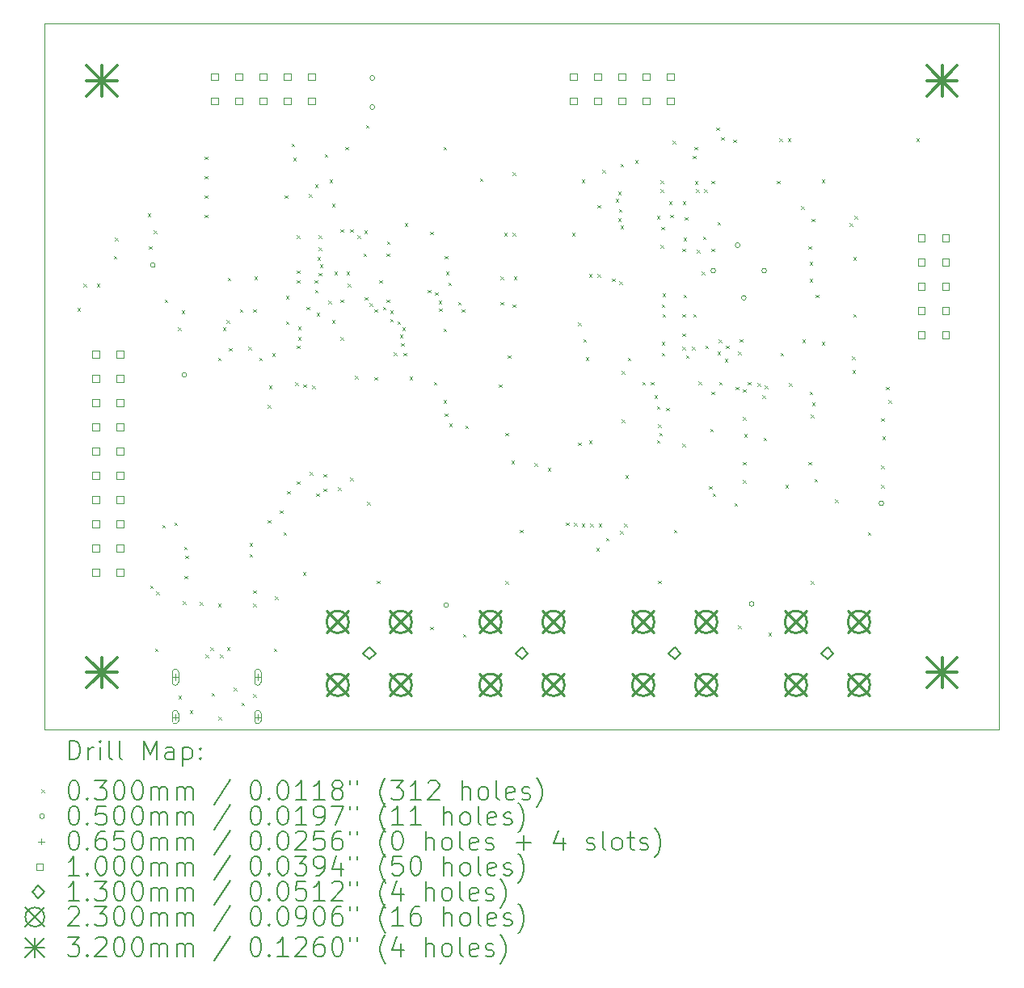
<source format=gbr>
%TF.GenerationSoftware,KiCad,Pcbnew,9.0.5*%
%TF.CreationDate,2025-10-23T20:15:50+02:00*%
%TF.ProjectId,main-board,6d61696e-2d62-46f6-9172-642e6b696361,1.0a*%
%TF.SameCoordinates,Original*%
%TF.FileFunction,Drillmap*%
%TF.FilePolarity,Positive*%
%FSLAX45Y45*%
G04 Gerber Fmt 4.5, Leading zero omitted, Abs format (unit mm)*
G04 Created by KiCad (PCBNEW 9.0.5) date 2025-10-23 20:15:50*
%MOMM*%
%LPD*%
G01*
G04 APERTURE LIST*
%ADD10C,0.050000*%
%ADD11C,0.200000*%
%ADD12C,0.100000*%
%ADD13C,0.130000*%
%ADD14C,0.230000*%
%ADD15C,0.320000*%
G04 APERTURE END LIST*
D10*
X2039600Y-9875520D02*
X3139600Y-9875520D01*
X12039600Y-9875520D02*
X4539600Y-9875520D01*
X12039600Y-2475520D02*
X12039600Y-9875520D01*
X2039600Y-9875520D02*
X2039600Y-2475520D01*
X2039600Y-2475520D02*
X12039600Y-2475520D01*
X3139600Y-9875520D02*
X4539600Y-9875520D01*
D11*
D12*
X2382700Y-5455020D02*
X2412700Y-5485020D01*
X2412700Y-5455020D02*
X2382700Y-5485020D01*
X2446200Y-5201020D02*
X2476200Y-5231020D01*
X2476200Y-5201020D02*
X2446200Y-5231020D01*
X2585900Y-5201020D02*
X2615900Y-5231020D01*
X2615900Y-5201020D02*
X2585900Y-5231020D01*
X2763700Y-4908920D02*
X2793700Y-4938920D01*
X2793700Y-4908920D02*
X2763700Y-4938920D01*
X2776400Y-4718420D02*
X2806400Y-4748420D01*
X2806400Y-4718420D02*
X2776400Y-4748420D01*
X3119300Y-4464420D02*
X3149300Y-4494420D01*
X3149300Y-4464420D02*
X3119300Y-4494420D01*
X3132000Y-4807320D02*
X3162000Y-4837320D01*
X3162000Y-4807320D02*
X3132000Y-4837320D01*
X3144700Y-8363320D02*
X3174700Y-8393320D01*
X3174700Y-8363320D02*
X3144700Y-8393320D01*
X3182800Y-4642220D02*
X3212800Y-4672220D01*
X3212800Y-4642220D02*
X3182800Y-4672220D01*
X3195500Y-9023720D02*
X3225500Y-9053720D01*
X3225500Y-9023720D02*
X3195500Y-9053720D01*
X3208200Y-8426820D02*
X3238200Y-8456820D01*
X3238200Y-8426820D02*
X3208200Y-8456820D01*
X3271700Y-7728320D02*
X3301700Y-7758320D01*
X3301700Y-7728320D02*
X3271700Y-7758320D01*
X3297100Y-5366120D02*
X3327100Y-5396120D01*
X3327100Y-5366120D02*
X3297100Y-5396120D01*
X3398700Y-7702920D02*
X3428700Y-7732920D01*
X3428700Y-7702920D02*
X3398700Y-7732920D01*
X3436800Y-5658220D02*
X3466800Y-5688220D01*
X3466800Y-5658220D02*
X3436800Y-5688220D01*
X3441880Y-9521560D02*
X3471880Y-9551560D01*
X3471880Y-9521560D02*
X3441880Y-9551560D01*
X3474900Y-5480420D02*
X3504900Y-5510420D01*
X3504900Y-5480420D02*
X3474900Y-5510420D01*
X3487600Y-8528420D02*
X3517600Y-8558420D01*
X3517600Y-8528420D02*
X3487600Y-8558420D01*
X3500300Y-7956920D02*
X3530300Y-7986920D01*
X3530300Y-7956920D02*
X3500300Y-7986920D01*
X3503500Y-8261720D02*
X3533500Y-8291720D01*
X3533500Y-8261720D02*
X3503500Y-8291720D01*
X3513000Y-8050270D02*
X3543000Y-8080270D01*
X3543000Y-8050270D02*
X3513000Y-8080270D01*
X3558720Y-9673960D02*
X3588720Y-9703960D01*
X3588720Y-9673960D02*
X3558720Y-9703960D01*
X3665400Y-8536320D02*
X3695400Y-8566320D01*
X3695400Y-8536320D02*
X3665400Y-8566320D01*
X3716200Y-3867520D02*
X3746200Y-3897520D01*
X3746200Y-3867520D02*
X3716200Y-3897520D01*
X3716200Y-4070720D02*
X3746200Y-4100720D01*
X3746200Y-4070720D02*
X3716200Y-4100720D01*
X3716200Y-4273920D02*
X3746200Y-4303920D01*
X3746200Y-4273920D02*
X3716200Y-4303920D01*
X3716200Y-4477120D02*
X3746200Y-4507120D01*
X3746200Y-4477120D02*
X3716200Y-4507120D01*
X3724600Y-9085520D02*
X3754600Y-9115520D01*
X3754600Y-9085520D02*
X3724600Y-9115520D01*
X3774600Y-9010520D02*
X3804600Y-9040520D01*
X3804600Y-9010520D02*
X3774600Y-9040520D01*
X3787320Y-9491080D02*
X3817320Y-9521080D01*
X3817320Y-9491080D02*
X3787320Y-9521080D01*
X3855900Y-5975720D02*
X3885900Y-6005720D01*
X3885900Y-5975720D02*
X3855900Y-6005720D01*
X3855900Y-8553820D02*
X3885900Y-8583820D01*
X3885900Y-8553820D02*
X3855900Y-8583820D01*
X3858440Y-9740000D02*
X3888440Y-9770000D01*
X3888440Y-9740000D02*
X3858440Y-9770000D01*
X3874600Y-9085520D02*
X3904600Y-9115520D01*
X3904600Y-9085520D02*
X3874600Y-9115520D01*
X3906700Y-5658220D02*
X3936700Y-5688220D01*
X3936700Y-5658220D02*
X3906700Y-5688220D01*
X3944800Y-5582020D02*
X3974800Y-5612020D01*
X3974800Y-5582020D02*
X3944800Y-5612020D01*
X3949600Y-9010520D02*
X3979600Y-9040520D01*
X3979600Y-9010520D02*
X3949600Y-9040520D01*
X3957500Y-5137520D02*
X3987500Y-5167520D01*
X3987500Y-5137520D02*
X3957500Y-5167520D01*
X3970200Y-5874120D02*
X4000200Y-5904120D01*
X4000200Y-5874120D02*
X3970200Y-5904120D01*
X4021000Y-9435200D02*
X4051000Y-9465200D01*
X4051000Y-9435200D02*
X4021000Y-9465200D01*
X4084500Y-5467720D02*
X4114500Y-5497720D01*
X4114500Y-5467720D02*
X4084500Y-5497720D01*
X4102280Y-9592680D02*
X4132280Y-9622680D01*
X4132280Y-9592680D02*
X4102280Y-9622680D01*
X4173400Y-5861420D02*
X4203400Y-5891420D01*
X4203400Y-5861420D02*
X4173400Y-5891420D01*
X4186100Y-7918820D02*
X4216100Y-7948820D01*
X4216100Y-7918820D02*
X4186100Y-7948820D01*
X4186100Y-8033120D02*
X4216100Y-8063120D01*
X4216100Y-8033120D02*
X4186100Y-8063120D01*
X4224200Y-5467720D02*
X4254200Y-5497720D01*
X4254200Y-5467720D02*
X4224200Y-5497720D01*
X4224200Y-8414120D02*
X4254200Y-8444120D01*
X4254200Y-8414120D02*
X4224200Y-8444120D01*
X4224200Y-8553820D02*
X4254200Y-8583820D01*
X4254200Y-8553820D02*
X4224200Y-8583820D01*
X4224200Y-9501240D02*
X4254200Y-9531240D01*
X4254200Y-9501240D02*
X4224200Y-9531240D01*
X4236900Y-5124820D02*
X4266900Y-5154820D01*
X4266900Y-5124820D02*
X4236900Y-5154820D01*
X4287700Y-5975720D02*
X4317700Y-6005720D01*
X4317700Y-5975720D02*
X4287700Y-6005720D01*
X4376600Y-6471020D02*
X4406600Y-6501020D01*
X4406600Y-6471020D02*
X4376600Y-6501020D01*
X4376600Y-7677520D02*
X4406600Y-7707520D01*
X4406600Y-7677520D02*
X4376600Y-7707520D01*
X4389300Y-6267820D02*
X4419300Y-6297820D01*
X4419300Y-6267820D02*
X4389300Y-6297820D01*
X4423438Y-5930020D02*
X4453438Y-5960020D01*
X4453438Y-5930020D02*
X4423438Y-5960020D01*
X4440100Y-9023720D02*
X4470100Y-9053720D01*
X4470100Y-9023720D02*
X4440100Y-9053720D01*
X4452800Y-8477620D02*
X4482800Y-8507620D01*
X4482800Y-8477620D02*
X4452800Y-8507620D01*
X4503600Y-7575920D02*
X4533600Y-7605920D01*
X4533600Y-7575920D02*
X4503600Y-7605920D01*
X4541700Y-7804520D02*
X4571700Y-7834520D01*
X4571700Y-7804520D02*
X4541700Y-7834520D01*
X4554400Y-4273920D02*
X4584400Y-4303920D01*
X4584400Y-4273920D02*
X4554400Y-4303920D01*
X4567100Y-5326165D02*
X4597100Y-5356165D01*
X4597100Y-5326165D02*
X4567100Y-5356165D01*
X4567100Y-5594720D02*
X4597100Y-5624720D01*
X4597100Y-5594720D02*
X4567100Y-5624720D01*
X4579800Y-7372720D02*
X4609800Y-7402720D01*
X4609800Y-7372720D02*
X4579800Y-7402720D01*
X4624250Y-3734170D02*
X4654250Y-3764170D01*
X4654250Y-3734170D02*
X4624250Y-3764170D01*
X4643300Y-3880220D02*
X4673300Y-3910220D01*
X4673300Y-3880220D02*
X4643300Y-3910220D01*
X4662350Y-6236070D02*
X4692350Y-6266070D01*
X4692350Y-6236070D02*
X4662350Y-6266070D01*
X4679250Y-4693020D02*
X4709250Y-4723020D01*
X4709250Y-4693020D02*
X4679250Y-4723020D01*
X4679250Y-5162920D02*
X4709250Y-5192920D01*
X4709250Y-5162920D02*
X4679250Y-5192920D01*
X4680238Y-7271120D02*
X4710238Y-7301120D01*
X4710238Y-7271120D02*
X4680238Y-7301120D01*
X4681400Y-5061320D02*
X4711400Y-5091320D01*
X4711400Y-5061320D02*
X4681400Y-5091320D01*
X4681400Y-5848720D02*
X4711400Y-5878720D01*
X4711400Y-5848720D02*
X4681400Y-5878720D01*
X4694100Y-5759820D02*
X4724100Y-5789820D01*
X4724100Y-5759820D02*
X4694100Y-5789820D01*
X4695160Y-5652006D02*
X4725160Y-5682006D01*
X4725160Y-5652006D02*
X4695160Y-5682006D01*
X4744900Y-8223620D02*
X4774900Y-8253620D01*
X4774900Y-8223620D02*
X4744900Y-8253620D01*
X4747800Y-6255120D02*
X4777800Y-6285120D01*
X4777800Y-6255120D02*
X4747800Y-6285120D01*
X4782929Y-5442249D02*
X4812929Y-5472249D01*
X4812929Y-5442249D02*
X4782929Y-5472249D01*
X4808400Y-4261220D02*
X4838400Y-4291220D01*
X4838400Y-4261220D02*
X4808400Y-4291220D01*
X4817038Y-7173482D02*
X4847038Y-7203482D01*
X4847038Y-7173482D02*
X4817038Y-7203482D01*
X4842538Y-6267820D02*
X4872538Y-6297820D01*
X4872538Y-6267820D02*
X4842538Y-6297820D01*
X4868420Y-5162920D02*
X4898420Y-5192920D01*
X4898420Y-5162920D02*
X4868420Y-5192920D01*
X4870362Y-5263565D02*
X4900362Y-5293565D01*
X4900362Y-5263565D02*
X4870362Y-5293565D01*
X4871900Y-4159620D02*
X4901900Y-4189620D01*
X4901900Y-4159620D02*
X4871900Y-4189620D01*
X4884600Y-7398120D02*
X4914600Y-7428120D01*
X4914600Y-7398120D02*
X4884600Y-7428120D01*
X4889100Y-5505820D02*
X4919100Y-5535820D01*
X4919100Y-5505820D02*
X4889100Y-5535820D01*
X4897300Y-4921620D02*
X4927300Y-4951620D01*
X4927300Y-4921620D02*
X4897300Y-4951620D01*
X4910000Y-4693020D02*
X4940000Y-4723020D01*
X4940000Y-4693020D02*
X4910000Y-4723020D01*
X4910000Y-4820020D02*
X4940000Y-4850020D01*
X4940000Y-4820020D02*
X4910000Y-4850020D01*
X4910000Y-5086720D02*
X4940000Y-5116720D01*
X4940000Y-5086720D02*
X4910000Y-5116720D01*
X4922700Y-4997820D02*
X4952700Y-5027820D01*
X4952700Y-4997820D02*
X4922700Y-5027820D01*
X4960800Y-7194920D02*
X4990800Y-7224920D01*
X4990800Y-7194920D02*
X4960800Y-7224920D01*
X4960800Y-7347320D02*
X4990800Y-7377320D01*
X4990800Y-7347320D02*
X4960800Y-7377320D01*
X4973500Y-3842120D02*
X5003500Y-3872120D01*
X5003500Y-3842120D02*
X4973500Y-3872120D01*
X5011600Y-5378820D02*
X5041600Y-5408820D01*
X5041600Y-5378820D02*
X5011600Y-5408820D01*
X5024300Y-4108820D02*
X5054300Y-4138820D01*
X5054300Y-4108820D02*
X5024300Y-4138820D01*
X5049700Y-4362820D02*
X5079700Y-4392820D01*
X5079700Y-4362820D02*
X5049700Y-4392820D01*
X5049700Y-5582020D02*
X5079700Y-5612020D01*
X5079700Y-5582020D02*
X5049700Y-5612020D01*
X5075100Y-5074020D02*
X5105100Y-5104020D01*
X5105100Y-5074020D02*
X5075100Y-5104020D01*
X5113200Y-7334620D02*
X5143200Y-7364620D01*
X5143200Y-7334620D02*
X5113200Y-7364620D01*
X5138600Y-4629520D02*
X5168600Y-4659520D01*
X5168600Y-4629520D02*
X5138600Y-4659520D01*
X5138600Y-5366120D02*
X5168600Y-5396120D01*
X5168600Y-5366120D02*
X5138600Y-5396120D01*
X5138600Y-5759820D02*
X5168600Y-5789820D01*
X5168600Y-5759820D02*
X5138600Y-5789820D01*
X5189400Y-3765920D02*
X5219400Y-3795920D01*
X5219400Y-3765920D02*
X5189400Y-3795920D01*
X5202100Y-5074020D02*
X5232100Y-5104020D01*
X5232100Y-5074020D02*
X5202100Y-5104020D01*
X5214800Y-5201020D02*
X5244800Y-5231020D01*
X5244800Y-5201020D02*
X5214800Y-5231020D01*
X5240200Y-4629520D02*
X5270200Y-4659520D01*
X5270200Y-4629520D02*
X5240200Y-4659520D01*
X5240200Y-7233020D02*
X5270200Y-7263020D01*
X5270200Y-7233020D02*
X5240200Y-7263020D01*
X5291000Y-6166220D02*
X5321000Y-6196220D01*
X5321000Y-6166220D02*
X5291000Y-6196220D01*
X5316400Y-4693020D02*
X5346400Y-4723020D01*
X5346400Y-4693020D02*
X5316400Y-4723020D01*
X5379900Y-4883520D02*
X5409900Y-4913520D01*
X5409900Y-4883520D02*
X5379900Y-4913520D01*
X5389400Y-4642220D02*
X5419400Y-4672220D01*
X5419400Y-4642220D02*
X5389400Y-4672220D01*
X5392600Y-5340720D02*
X5422600Y-5370720D01*
X5422600Y-5340720D02*
X5392600Y-5370720D01*
X5405300Y-3537320D02*
X5435300Y-3567320D01*
X5435300Y-3537320D02*
X5405300Y-3567320D01*
X5418000Y-7487020D02*
X5448000Y-7517020D01*
X5448000Y-7487020D02*
X5418000Y-7517020D01*
X5443400Y-5404220D02*
X5473400Y-5434220D01*
X5473400Y-5404220D02*
X5443400Y-5434220D01*
X5494200Y-5467720D02*
X5524200Y-5497720D01*
X5524200Y-5467720D02*
X5494200Y-5497720D01*
X5494200Y-6178920D02*
X5524200Y-6208920D01*
X5524200Y-6178920D02*
X5494200Y-6208920D01*
X5519600Y-8312520D02*
X5549600Y-8342520D01*
X5549600Y-8312520D02*
X5519600Y-8342520D01*
X5545000Y-5162920D02*
X5575000Y-5192920D01*
X5575000Y-5162920D02*
X5545000Y-5192920D01*
X5583100Y-5442320D02*
X5613100Y-5472320D01*
X5613100Y-5442320D02*
X5583100Y-5472320D01*
X5621200Y-4883520D02*
X5651200Y-4913520D01*
X5651200Y-4883520D02*
X5621200Y-4913520D01*
X5621200Y-5366120D02*
X5651200Y-5396120D01*
X5651200Y-5366120D02*
X5621200Y-5396120D01*
X5626280Y-4756520D02*
X5656280Y-4786520D01*
X5656280Y-4756520D02*
X5626280Y-4786520D01*
X5659300Y-5480420D02*
X5689300Y-5510420D01*
X5689300Y-5480420D02*
X5659300Y-5510420D01*
X5659300Y-5569320D02*
X5689300Y-5599320D01*
X5689300Y-5569320D02*
X5659300Y-5599320D01*
X5695000Y-5922520D02*
X5725000Y-5952520D01*
X5725000Y-5922520D02*
X5695000Y-5952520D01*
X5735500Y-5594720D02*
X5765500Y-5624720D01*
X5765500Y-5594720D02*
X5735500Y-5624720D01*
X5760900Y-5734420D02*
X5790900Y-5764420D01*
X5790900Y-5734420D02*
X5760900Y-5764420D01*
X5773600Y-5823320D02*
X5803600Y-5853320D01*
X5803600Y-5823320D02*
X5773600Y-5853320D01*
X5786300Y-5658220D02*
X5816300Y-5688220D01*
X5816300Y-5658220D02*
X5786300Y-5688220D01*
X5799000Y-5924920D02*
X5829000Y-5954920D01*
X5829000Y-5924920D02*
X5799000Y-5954920D01*
X5811700Y-4566020D02*
X5841700Y-4596020D01*
X5841700Y-4566020D02*
X5811700Y-4596020D01*
X5862500Y-6176770D02*
X5892500Y-6206770D01*
X5892500Y-6176770D02*
X5862500Y-6206770D01*
X6053000Y-5264520D02*
X6083000Y-5294520D01*
X6083000Y-5264520D02*
X6053000Y-5294520D01*
X6078400Y-4654920D02*
X6108400Y-4684920D01*
X6108400Y-4654920D02*
X6078400Y-4684920D01*
X6078400Y-8795120D02*
X6108400Y-8825120D01*
X6108400Y-8795120D02*
X6078400Y-8825120D01*
X6116500Y-6229720D02*
X6146500Y-6259720D01*
X6146500Y-6229720D02*
X6116500Y-6259720D01*
X6129200Y-5289920D02*
X6159200Y-5319920D01*
X6159200Y-5289920D02*
X6129200Y-5319920D01*
X6167300Y-5378820D02*
X6197300Y-5408820D01*
X6197300Y-5378820D02*
X6167300Y-5408820D01*
X6172051Y-5459771D02*
X6202051Y-5489771D01*
X6202051Y-5459771D02*
X6172051Y-5489771D01*
X6217200Y-5670020D02*
X6247200Y-5700020D01*
X6247200Y-5670020D02*
X6217200Y-5700020D01*
X6218100Y-3765920D02*
X6248100Y-3795920D01*
X6248100Y-3765920D02*
X6218100Y-3795920D01*
X6218100Y-6420220D02*
X6248100Y-6450220D01*
X6248100Y-6420220D02*
X6218100Y-6450220D01*
X6230800Y-4908920D02*
X6260800Y-4938920D01*
X6260800Y-4908920D02*
X6230800Y-4938920D01*
X6230800Y-6559920D02*
X6260800Y-6589920D01*
X6260800Y-6559920D02*
X6230800Y-6589920D01*
X6243500Y-5074020D02*
X6273500Y-5104020D01*
X6273500Y-5074020D02*
X6243500Y-5104020D01*
X6268900Y-5188320D02*
X6298900Y-5218320D01*
X6298900Y-5188320D02*
X6268900Y-5218320D01*
X6275250Y-6667870D02*
X6305250Y-6697870D01*
X6305250Y-6667870D02*
X6275250Y-6697870D01*
X6370500Y-5391520D02*
X6400500Y-5421520D01*
X6400500Y-5391520D02*
X6370500Y-5421520D01*
X6408600Y-5467720D02*
X6438600Y-5497720D01*
X6438600Y-5467720D02*
X6408600Y-5497720D01*
X6421300Y-8871320D02*
X6451300Y-8901320D01*
X6451300Y-8871320D02*
X6421300Y-8901320D01*
X6446700Y-6686920D02*
X6476700Y-6716920D01*
X6476700Y-6686920D02*
X6446700Y-6716920D01*
X6599100Y-4096120D02*
X6629100Y-4126120D01*
X6629100Y-4096120D02*
X6599100Y-4126120D01*
X6799000Y-6255120D02*
X6829000Y-6285120D01*
X6829000Y-6255120D02*
X6799000Y-6285120D01*
X6815000Y-5124820D02*
X6845000Y-5154820D01*
X6845000Y-5124820D02*
X6815000Y-5154820D01*
X6815000Y-5391520D02*
X6845000Y-5421520D01*
X6845000Y-5391520D02*
X6815000Y-5421520D01*
X6853100Y-4667620D02*
X6883100Y-4697620D01*
X6883100Y-4667620D02*
X6853100Y-4697620D01*
X6863400Y-8319014D02*
X6893400Y-8349014D01*
X6893400Y-8319014D02*
X6863400Y-8349014D01*
X6865800Y-6763120D02*
X6895800Y-6793120D01*
X6895800Y-6763120D02*
X6865800Y-6793120D01*
X6891200Y-5950320D02*
X6921200Y-5980320D01*
X6921200Y-5950320D02*
X6891200Y-5980320D01*
X6929300Y-7055220D02*
X6959300Y-7085220D01*
X6959300Y-7055220D02*
X6929300Y-7085220D01*
X6942000Y-4032620D02*
X6972000Y-4062620D01*
X6972000Y-4032620D02*
X6942000Y-4062620D01*
X6942000Y-4667620D02*
X6972000Y-4697620D01*
X6972000Y-4667620D02*
X6942000Y-4697620D01*
X6942000Y-5416920D02*
X6972000Y-5446920D01*
X6972000Y-5416920D02*
X6942000Y-5446920D01*
X6954700Y-5124820D02*
X6984700Y-5154820D01*
X6984700Y-5124820D02*
X6954700Y-5154820D01*
X7018200Y-7779120D02*
X7048200Y-7809120D01*
X7048200Y-7779120D02*
X7018200Y-7809120D01*
X7170600Y-7080620D02*
X7200600Y-7110620D01*
X7200600Y-7080620D02*
X7170600Y-7110620D01*
X7310300Y-7131420D02*
X7340300Y-7161420D01*
X7340300Y-7131420D02*
X7310300Y-7161420D01*
X7500800Y-7702920D02*
X7530800Y-7732920D01*
X7530800Y-7702920D02*
X7500800Y-7732920D01*
X7564300Y-4667620D02*
X7594300Y-4697620D01*
X7594300Y-4667620D02*
X7564300Y-4697620D01*
X7583350Y-7709270D02*
X7613350Y-7739270D01*
X7613350Y-7709270D02*
X7583350Y-7739270D01*
X7627800Y-5607420D02*
X7657800Y-5637420D01*
X7657800Y-5607420D02*
X7627800Y-5637420D01*
X7627800Y-6864720D02*
X7657800Y-6894720D01*
X7657800Y-6864720D02*
X7627800Y-6894720D01*
X7665900Y-4108820D02*
X7695900Y-4138820D01*
X7695900Y-4108820D02*
X7665900Y-4138820D01*
X7665900Y-7715620D02*
X7695900Y-7745620D01*
X7695900Y-7715620D02*
X7665900Y-7745620D01*
X7682410Y-5781410D02*
X7712410Y-5811410D01*
X7712410Y-5781410D02*
X7682410Y-5811410D01*
X7709080Y-5970640D02*
X7739080Y-6000640D01*
X7739080Y-5970640D02*
X7709080Y-6000640D01*
X7742100Y-5099420D02*
X7772100Y-5129420D01*
X7772100Y-5099420D02*
X7742100Y-5129420D01*
X7742364Y-6842124D02*
X7772364Y-6872124D01*
X7772364Y-6842124D02*
X7742364Y-6872124D01*
X7754800Y-7715620D02*
X7784800Y-7745620D01*
X7784800Y-7715620D02*
X7754800Y-7745620D01*
X7818300Y-7969620D02*
X7848300Y-7999620D01*
X7848300Y-7969620D02*
X7818300Y-7999620D01*
X7831000Y-4375520D02*
X7861000Y-4405520D01*
X7861000Y-4375520D02*
X7831000Y-4405520D01*
X7831000Y-5099420D02*
X7861000Y-5129420D01*
X7861000Y-5099420D02*
X7831000Y-5129420D01*
X7843700Y-7715620D02*
X7873700Y-7745620D01*
X7873700Y-7715620D02*
X7843700Y-7745620D01*
X7881800Y-4007220D02*
X7911800Y-4037220D01*
X7911800Y-4007220D02*
X7881800Y-4037220D01*
X7919900Y-7865870D02*
X7949900Y-7895870D01*
X7949900Y-7865870D02*
X7919900Y-7895870D01*
X7981167Y-5147987D02*
X8011167Y-5177987D01*
X8011167Y-5147987D02*
X7981167Y-5177987D01*
X8021500Y-4312020D02*
X8051500Y-4342020D01*
X8051500Y-4312020D02*
X8021500Y-4342020D01*
X8046900Y-4235820D02*
X8076900Y-4265820D01*
X8076900Y-4235820D02*
X8046900Y-4265820D01*
X8046900Y-4515220D02*
X8076900Y-4545220D01*
X8076900Y-4515220D02*
X8046900Y-4545220D01*
X8053250Y-4419970D02*
X8083250Y-4449970D01*
X8083250Y-4419970D02*
X8053250Y-4449970D01*
X8059600Y-5175620D02*
X8089600Y-5205620D01*
X8089600Y-5175620D02*
X8059600Y-5205620D01*
X8066306Y-7792301D02*
X8096306Y-7822301D01*
X8096306Y-7792301D02*
X8066306Y-7822301D01*
X8072300Y-3943720D02*
X8102300Y-3973720D01*
X8102300Y-3943720D02*
X8072300Y-3973720D01*
X8072300Y-4591420D02*
X8102300Y-4621420D01*
X8102300Y-4591420D02*
X8072300Y-4621420D01*
X8085000Y-6115420D02*
X8115000Y-6145420D01*
X8115000Y-6115420D02*
X8085000Y-6145420D01*
X8085000Y-6623420D02*
X8115000Y-6653420D01*
X8115000Y-6623420D02*
X8085000Y-6653420D01*
X8110400Y-7715620D02*
X8140400Y-7745620D01*
X8140400Y-7715620D02*
X8110400Y-7745620D01*
X8123100Y-7207620D02*
X8153100Y-7237620D01*
X8153100Y-7207620D02*
X8123100Y-7237620D01*
X8148403Y-5976298D02*
X8178403Y-6006298D01*
X8178403Y-5976298D02*
X8148403Y-6006298D01*
X8224700Y-3905620D02*
X8254700Y-3935620D01*
X8254700Y-3905620D02*
X8224700Y-3935620D01*
X8302228Y-6230401D02*
X8332228Y-6260401D01*
X8332228Y-6230401D02*
X8302228Y-6260401D01*
X8389800Y-6229720D02*
X8419800Y-6259720D01*
X8419800Y-6229720D02*
X8389800Y-6259720D01*
X8427900Y-6369420D02*
X8457900Y-6399420D01*
X8457900Y-6369420D02*
X8427900Y-6399420D01*
X8453300Y-4489820D02*
X8483300Y-4519820D01*
X8483300Y-4489820D02*
X8453300Y-4519820D01*
X8453300Y-6483720D02*
X8483300Y-6513720D01*
X8483300Y-6483720D02*
X8453300Y-6513720D01*
X8453300Y-6839320D02*
X8483300Y-6869320D01*
X8483300Y-6839320D02*
X8453300Y-6869320D01*
X8463600Y-8312569D02*
X8493600Y-8342569D01*
X8493600Y-8312569D02*
X8463600Y-8342569D01*
X8466000Y-6674220D02*
X8496000Y-6704220D01*
X8496000Y-6674220D02*
X8466000Y-6704220D01*
X8478700Y-6763120D02*
X8508700Y-6793120D01*
X8508700Y-6763120D02*
X8478700Y-6793120D01*
X8491400Y-4116440D02*
X8521400Y-4146440D01*
X8521400Y-4116440D02*
X8491400Y-4146440D01*
X8491400Y-4210420D02*
X8521400Y-4240420D01*
X8521400Y-4210420D02*
X8491400Y-4240420D01*
X8491400Y-4794620D02*
X8521400Y-4824620D01*
X8521400Y-4794620D02*
X8491400Y-4824620D01*
X8497850Y-4604120D02*
X8527850Y-4634120D01*
X8527850Y-4604120D02*
X8497850Y-4634120D01*
X8504100Y-5416920D02*
X8534100Y-5446920D01*
X8534100Y-5416920D02*
X8504100Y-5446920D01*
X8504100Y-5810620D02*
X8534100Y-5840620D01*
X8534100Y-5810620D02*
X8504100Y-5840620D01*
X8504100Y-5924920D02*
X8534100Y-5954920D01*
X8534100Y-5924920D02*
X8504100Y-5954920D01*
X8510550Y-5302620D02*
X8540550Y-5332620D01*
X8540550Y-5302620D02*
X8510550Y-5332620D01*
X8510550Y-5518520D02*
X8540550Y-5548520D01*
X8540550Y-5518520D02*
X8510550Y-5548520D01*
X8548550Y-6502770D02*
X8578550Y-6532770D01*
X8578550Y-6502770D02*
X8548550Y-6532770D01*
X8580300Y-4337420D02*
X8610300Y-4367420D01*
X8610300Y-4337420D02*
X8580300Y-4367420D01*
X8593000Y-4477120D02*
X8623000Y-4507120D01*
X8623000Y-4477120D02*
X8593000Y-4507120D01*
X8618400Y-3702420D02*
X8648400Y-3732420D01*
X8648400Y-3702420D02*
X8618400Y-3732420D01*
X8631100Y-7779120D02*
X8661100Y-7809120D01*
X8661100Y-7779120D02*
X8631100Y-7809120D01*
X8720000Y-4832720D02*
X8750000Y-4862720D01*
X8750000Y-4832720D02*
X8720000Y-4862720D01*
X8720000Y-5518520D02*
X8750000Y-5548520D01*
X8750000Y-5518520D02*
X8720000Y-5548520D01*
X8720000Y-5721720D02*
X8750000Y-5751720D01*
X8750000Y-5721720D02*
X8720000Y-5751720D01*
X8720000Y-5861420D02*
X8750000Y-5891420D01*
X8750000Y-5861420D02*
X8720000Y-5891420D01*
X8720000Y-6877420D02*
X8750000Y-6907420D01*
X8750000Y-6877420D02*
X8720000Y-6907420D01*
X8725080Y-4339960D02*
X8755080Y-4369960D01*
X8755080Y-4339960D02*
X8725080Y-4369960D01*
X8732700Y-4718420D02*
X8762700Y-4748420D01*
X8762700Y-4718420D02*
X8732700Y-4748420D01*
X8732700Y-5315320D02*
X8762700Y-5345320D01*
X8762700Y-5315320D02*
X8732700Y-5345320D01*
X8745400Y-4502520D02*
X8775400Y-4532520D01*
X8775400Y-4502520D02*
X8745400Y-4532520D01*
X8758100Y-5950320D02*
X8788100Y-5980320D01*
X8788100Y-5950320D02*
X8758100Y-5980320D01*
X8821600Y-5861420D02*
X8851600Y-5891420D01*
X8851600Y-5861420D02*
X8821600Y-5891420D01*
X8829540Y-3860317D02*
X8859540Y-3890317D01*
X8859540Y-3860317D02*
X8829540Y-3890317D01*
X8834300Y-5518520D02*
X8864300Y-5548520D01*
X8864300Y-5518520D02*
X8834300Y-5548520D01*
X8847000Y-3765920D02*
X8877000Y-3795920D01*
X8877000Y-3765920D02*
X8847000Y-3795920D01*
X8851428Y-4124889D02*
X8881428Y-4154889D01*
X8881428Y-4124889D02*
X8851428Y-4154889D01*
X8862240Y-4212960D02*
X8892240Y-4242960D01*
X8892240Y-4212960D02*
X8862240Y-4242960D01*
X8872400Y-4845420D02*
X8902400Y-4875420D01*
X8902400Y-4845420D02*
X8872400Y-4875420D01*
X8886531Y-6224854D02*
X8916531Y-6254854D01*
X8916531Y-6224854D02*
X8886531Y-6254854D01*
X8923200Y-5074020D02*
X8953200Y-5104020D01*
X8953200Y-5074020D02*
X8923200Y-5104020D01*
X8935900Y-4705720D02*
X8965900Y-4735720D01*
X8965900Y-4705720D02*
X8935900Y-4735720D01*
X8948600Y-4212960D02*
X8978600Y-4242960D01*
X8978600Y-4212960D02*
X8948600Y-4242960D01*
X8961300Y-5848720D02*
X8991300Y-5878720D01*
X8991300Y-5848720D02*
X8961300Y-5878720D01*
X8999400Y-7321920D02*
X9029400Y-7351920D01*
X9029400Y-7321920D02*
X8999400Y-7351920D01*
X9009738Y-6721303D02*
X9039738Y-6751303D01*
X9039738Y-6721303D02*
X9009738Y-6751303D01*
X9024800Y-4121520D02*
X9054800Y-4151520D01*
X9054800Y-4121520D02*
X9024800Y-4151520D01*
X9024800Y-4832720D02*
X9054800Y-4862720D01*
X9054800Y-4832720D02*
X9024800Y-4862720D01*
X9024800Y-6331320D02*
X9054800Y-6361320D01*
X9054800Y-6331320D02*
X9024800Y-6361320D01*
X9037500Y-7398120D02*
X9067500Y-7428120D01*
X9067500Y-7398120D02*
X9037500Y-7428120D01*
X9075600Y-3562720D02*
X9105600Y-3592720D01*
X9105600Y-3562720D02*
X9075600Y-3592720D01*
X9088300Y-4553320D02*
X9118300Y-4583320D01*
X9118300Y-4553320D02*
X9088300Y-4583320D01*
X9088300Y-5912220D02*
X9118300Y-5942220D01*
X9118300Y-5912220D02*
X9088300Y-5942220D01*
X9101000Y-5785220D02*
X9131000Y-5815220D01*
X9131000Y-5785220D02*
X9101000Y-5815220D01*
X9104892Y-6229020D02*
X9134892Y-6259020D01*
X9134892Y-6229020D02*
X9104892Y-6259020D01*
X9126400Y-3664320D02*
X9156400Y-3694320D01*
X9156400Y-3664320D02*
X9126400Y-3694320D01*
X9164500Y-5988420D02*
X9194500Y-6018420D01*
X9194500Y-5988420D02*
X9164500Y-6018420D01*
X9177200Y-5848720D02*
X9207200Y-5878720D01*
X9207200Y-5848720D02*
X9177200Y-5878720D01*
X9253400Y-3689720D02*
X9283400Y-3719720D01*
X9283400Y-3689720D02*
X9253400Y-3719720D01*
X9266100Y-7499720D02*
X9296100Y-7529720D01*
X9296100Y-7499720D02*
X9266100Y-7529720D01*
X9278800Y-6280520D02*
X9308800Y-6310520D01*
X9308800Y-6280520D02*
X9278800Y-6310520D01*
X9302900Y-8782420D02*
X9332900Y-8812420D01*
X9332900Y-8782420D02*
X9302900Y-8812420D01*
X9304200Y-5912220D02*
X9334200Y-5942220D01*
X9334200Y-5912220D02*
X9304200Y-5942220D01*
X9319440Y-5782680D02*
X9349440Y-5812680D01*
X9349440Y-5782680D02*
X9319440Y-5812680D01*
X9355000Y-6305920D02*
X9385000Y-6335920D01*
X9385000Y-6305920D02*
X9355000Y-6335920D01*
X9355000Y-6598020D02*
X9385000Y-6628020D01*
X9385000Y-6598020D02*
X9355000Y-6628020D01*
X9355000Y-7067920D02*
X9385000Y-7097920D01*
X9385000Y-7067920D02*
X9355000Y-7097920D01*
X9355000Y-7258420D02*
X9385000Y-7288420D01*
X9385000Y-7258420D02*
X9355000Y-7288420D01*
X9367700Y-6775820D02*
X9397700Y-6805820D01*
X9397700Y-6775820D02*
X9367700Y-6805820D01*
X9405800Y-6229720D02*
X9435800Y-6259720D01*
X9435800Y-6229720D02*
X9405800Y-6259720D01*
X9507400Y-6242420D02*
X9537400Y-6272420D01*
X9537400Y-6242420D02*
X9507400Y-6272420D01*
X9558200Y-6369420D02*
X9588200Y-6399420D01*
X9588200Y-6369420D02*
X9558200Y-6399420D01*
X9570900Y-6813920D02*
X9600900Y-6843920D01*
X9600900Y-6813920D02*
X9570900Y-6843920D01*
X9583600Y-6267820D02*
X9613600Y-6297820D01*
X9613600Y-6267820D02*
X9583600Y-6297820D01*
X9621700Y-8858620D02*
X9651700Y-8888620D01*
X9651700Y-8858620D02*
X9621700Y-8888620D01*
X9710600Y-4121520D02*
X9740600Y-4151520D01*
X9740600Y-4121520D02*
X9710600Y-4151520D01*
X9736000Y-3677020D02*
X9766000Y-3707020D01*
X9766000Y-3677020D02*
X9736000Y-3707020D01*
X9748700Y-5924920D02*
X9778700Y-5954920D01*
X9778700Y-5924920D02*
X9748700Y-5954920D01*
X9799500Y-7309220D02*
X9829500Y-7339220D01*
X9829500Y-7309220D02*
X9799500Y-7339220D01*
X9824900Y-3677020D02*
X9854900Y-3707020D01*
X9854900Y-3677020D02*
X9824900Y-3707020D01*
X9837600Y-6242420D02*
X9867600Y-6272420D01*
X9867600Y-6242420D02*
X9837600Y-6272420D01*
X9964600Y-4388220D02*
X9994600Y-4418220D01*
X9994600Y-4388220D02*
X9964600Y-4418220D01*
X9977300Y-5785220D02*
X10007300Y-5815220D01*
X10007300Y-5785220D02*
X9977300Y-5815220D01*
X10040800Y-4807320D02*
X10070800Y-4837320D01*
X10070800Y-4807320D02*
X10040800Y-4837320D01*
X10040800Y-7067920D02*
X10070800Y-7097920D01*
X10070800Y-7067920D02*
X10040800Y-7097920D01*
X10053500Y-4972420D02*
X10083500Y-5002420D01*
X10083500Y-4972420D02*
X10053500Y-5002420D01*
X10053500Y-5150220D02*
X10083500Y-5180220D01*
X10083500Y-5150220D02*
X10053500Y-5180220D01*
X10053500Y-6331320D02*
X10083500Y-6361320D01*
X10083500Y-6331320D02*
X10053500Y-6361320D01*
X10063800Y-8319014D02*
X10093800Y-8349014D01*
X10093800Y-8319014D02*
X10063800Y-8349014D01*
X10066200Y-6572620D02*
X10096200Y-6602620D01*
X10096200Y-6572620D02*
X10066200Y-6602620D01*
X10073823Y-4521487D02*
X10103823Y-4551487D01*
X10103823Y-4521487D02*
X10073823Y-4551487D01*
X10078900Y-6445620D02*
X10108900Y-6475620D01*
X10108900Y-6445620D02*
X10078900Y-6475620D01*
X10104300Y-7245720D02*
X10134300Y-7275720D01*
X10134300Y-7245720D02*
X10104300Y-7275720D01*
X10117000Y-5315320D02*
X10147000Y-5345320D01*
X10147000Y-5315320D02*
X10117000Y-5345320D01*
X10180500Y-4108820D02*
X10210500Y-4138820D01*
X10210500Y-4108820D02*
X10180500Y-4138820D01*
X10180500Y-5810620D02*
X10210500Y-5840620D01*
X10210500Y-5810620D02*
X10180500Y-5840620D01*
X10320200Y-7461620D02*
X10350200Y-7491620D01*
X10350200Y-7461620D02*
X10320200Y-7491620D01*
X10472600Y-4566020D02*
X10502600Y-4596020D01*
X10502600Y-4566020D02*
X10472600Y-4596020D01*
X10498000Y-5963020D02*
X10528000Y-5993020D01*
X10528000Y-5963020D02*
X10498000Y-5993020D01*
X10503080Y-6107800D02*
X10533080Y-6137800D01*
X10533080Y-6107800D02*
X10503080Y-6137800D01*
X10510700Y-4921620D02*
X10540700Y-4951620D01*
X10540700Y-4921620D02*
X10510700Y-4951620D01*
X10510700Y-5518520D02*
X10540700Y-5548520D01*
X10540700Y-5518520D02*
X10510700Y-5548520D01*
X10523400Y-4489820D02*
X10553400Y-4519820D01*
X10553400Y-4489820D02*
X10523400Y-4519820D01*
X10663100Y-7804520D02*
X10693100Y-7834520D01*
X10693100Y-7804520D02*
X10663100Y-7834520D01*
X10802800Y-6610720D02*
X10832800Y-6640720D01*
X10832800Y-6610720D02*
X10802800Y-6640720D01*
X10802800Y-7106020D02*
X10832800Y-7136020D01*
X10832800Y-7106020D02*
X10802800Y-7136020D01*
X10802800Y-7309220D02*
X10832800Y-7339220D01*
X10832800Y-7309220D02*
X10802800Y-7339220D01*
X10815500Y-6801220D02*
X10845500Y-6831220D01*
X10845500Y-6801220D02*
X10815500Y-6831220D01*
X10853600Y-6280520D02*
X10883600Y-6310520D01*
X10883600Y-6280520D02*
X10853600Y-6310520D01*
X10879000Y-6420220D02*
X10909000Y-6450220D01*
X10909000Y-6420220D02*
X10879000Y-6450220D01*
X11171100Y-3677020D02*
X11201100Y-3707020D01*
X11201100Y-3677020D02*
X11171100Y-3707020D01*
X3197400Y-5006420D02*
G75*
G02*
X3147400Y-5006420I-25000J0D01*
G01*
X3147400Y-5006420D02*
G75*
G02*
X3197400Y-5006420I25000J0D01*
G01*
X3527600Y-6155820D02*
G75*
G02*
X3477600Y-6155820I-25000J0D01*
G01*
X3477600Y-6155820D02*
G75*
G02*
X3527600Y-6155820I25000J0D01*
G01*
X5496100Y-3044320D02*
G75*
G02*
X5446100Y-3044320I-25000J0D01*
G01*
X5446100Y-3044320D02*
G75*
G02*
X5496100Y-3044320I25000J0D01*
G01*
X5496100Y-3349120D02*
G75*
G02*
X5446100Y-3349120I-25000J0D01*
G01*
X5446100Y-3349120D02*
G75*
G02*
X5496100Y-3349120I25000J0D01*
G01*
X6270800Y-8568485D02*
G75*
G02*
X6220800Y-8568485I-25000J0D01*
G01*
X6220800Y-8568485D02*
G75*
G02*
X6270800Y-8568485I25000J0D01*
G01*
X9069100Y-5063620D02*
G75*
G02*
X9019100Y-5063620I-25000J0D01*
G01*
X9019100Y-5063620D02*
G75*
G02*
X9069100Y-5063620I25000J0D01*
G01*
X9323100Y-4796920D02*
G75*
G02*
X9273100Y-4796920I-25000J0D01*
G01*
X9273100Y-4796920D02*
G75*
G02*
X9323100Y-4796920I25000J0D01*
G01*
X9389200Y-5349349D02*
G75*
G02*
X9339200Y-5349349I-25000J0D01*
G01*
X9339200Y-5349349D02*
G75*
G02*
X9389200Y-5349349I25000J0D01*
G01*
X9471200Y-8555785D02*
G75*
G02*
X9421200Y-8555785I-25000J0D01*
G01*
X9421200Y-8555785D02*
G75*
G02*
X9471200Y-8555785I25000J0D01*
G01*
X9602500Y-5063620D02*
G75*
G02*
X9552500Y-5063620I-25000J0D01*
G01*
X9552500Y-5063620D02*
G75*
G02*
X9602500Y-5063620I25000J0D01*
G01*
X10830100Y-7502020D02*
G75*
G02*
X10780100Y-7502020I-25000J0D01*
G01*
X10780100Y-7502020D02*
G75*
G02*
X10830100Y-7502020I25000J0D01*
G01*
X3407600Y-9292520D02*
X3407600Y-9357520D01*
X3375100Y-9325020D02*
X3440100Y-9325020D01*
X3375100Y-9272520D02*
X3375100Y-9377520D01*
X3440100Y-9377520D02*
G75*
G02*
X3375100Y-9377520I-32500J0D01*
G01*
X3440100Y-9377520D02*
X3440100Y-9272520D01*
X3440100Y-9272520D02*
G75*
G03*
X3375100Y-9272520I-32500J0D01*
G01*
X3407600Y-9710520D02*
X3407600Y-9775520D01*
X3375100Y-9743020D02*
X3440100Y-9743020D01*
X3375100Y-9705520D02*
X3375100Y-9780520D01*
X3440100Y-9780520D02*
G75*
G02*
X3375100Y-9780520I-32500J0D01*
G01*
X3440100Y-9780520D02*
X3440100Y-9705520D01*
X3440100Y-9705520D02*
G75*
G03*
X3375100Y-9705520I-32500J0D01*
G01*
X4271600Y-9292520D02*
X4271600Y-9357520D01*
X4239100Y-9325020D02*
X4304100Y-9325020D01*
X4239100Y-9272520D02*
X4239100Y-9377520D01*
X4304100Y-9377520D02*
G75*
G02*
X4239100Y-9377520I-32500J0D01*
G01*
X4304100Y-9377520D02*
X4304100Y-9272520D01*
X4304100Y-9272520D02*
G75*
G03*
X4239100Y-9272520I-32500J0D01*
G01*
X4271600Y-9710520D02*
X4271600Y-9775520D01*
X4239100Y-9743020D02*
X4304100Y-9743020D01*
X4239100Y-9705520D02*
X4239100Y-9780520D01*
X4304100Y-9780520D02*
G75*
G02*
X4239100Y-9780520I-32500J0D01*
G01*
X4304100Y-9780520D02*
X4304100Y-9705520D01*
X4304100Y-9705520D02*
G75*
G03*
X4239100Y-9705520I-32500J0D01*
G01*
X2610856Y-5975276D02*
X2610856Y-5904564D01*
X2540144Y-5904564D01*
X2540144Y-5975276D01*
X2610856Y-5975276D01*
X2610856Y-6229276D02*
X2610856Y-6158564D01*
X2540144Y-6158564D01*
X2540144Y-6229276D01*
X2610856Y-6229276D01*
X2610856Y-6483276D02*
X2610856Y-6412564D01*
X2540144Y-6412564D01*
X2540144Y-6483276D01*
X2610856Y-6483276D01*
X2610856Y-6737276D02*
X2610856Y-6666564D01*
X2540144Y-6666564D01*
X2540144Y-6737276D01*
X2610856Y-6737276D01*
X2610856Y-6991276D02*
X2610856Y-6920564D01*
X2540144Y-6920564D01*
X2540144Y-6991276D01*
X2610856Y-6991276D01*
X2610856Y-7245276D02*
X2610856Y-7174564D01*
X2540144Y-7174564D01*
X2540144Y-7245276D01*
X2610856Y-7245276D01*
X2610856Y-7499276D02*
X2610856Y-7428564D01*
X2540144Y-7428564D01*
X2540144Y-7499276D01*
X2610856Y-7499276D01*
X2610856Y-7753276D02*
X2610856Y-7682564D01*
X2540144Y-7682564D01*
X2540144Y-7753276D01*
X2610856Y-7753276D01*
X2610856Y-8007276D02*
X2610856Y-7936564D01*
X2540144Y-7936564D01*
X2540144Y-8007276D01*
X2610856Y-8007276D01*
X2610856Y-8261276D02*
X2610856Y-8190564D01*
X2540144Y-8190564D01*
X2540144Y-8261276D01*
X2610856Y-8261276D01*
X2864856Y-5975276D02*
X2864856Y-5904564D01*
X2794144Y-5904564D01*
X2794144Y-5975276D01*
X2864856Y-5975276D01*
X2864856Y-6229276D02*
X2864856Y-6158564D01*
X2794144Y-6158564D01*
X2794144Y-6229276D01*
X2864856Y-6229276D01*
X2864856Y-6483276D02*
X2864856Y-6412564D01*
X2794144Y-6412564D01*
X2794144Y-6483276D01*
X2864856Y-6483276D01*
X2864856Y-6737276D02*
X2864856Y-6666564D01*
X2794144Y-6666564D01*
X2794144Y-6737276D01*
X2864856Y-6737276D01*
X2864856Y-6991276D02*
X2864856Y-6920564D01*
X2794144Y-6920564D01*
X2794144Y-6991276D01*
X2864856Y-6991276D01*
X2864856Y-7245276D02*
X2864856Y-7174564D01*
X2794144Y-7174564D01*
X2794144Y-7245276D01*
X2864856Y-7245276D01*
X2864856Y-7499276D02*
X2864856Y-7428564D01*
X2794144Y-7428564D01*
X2794144Y-7499276D01*
X2864856Y-7499276D01*
X2864856Y-7753276D02*
X2864856Y-7682564D01*
X2794144Y-7682564D01*
X2794144Y-7753276D01*
X2864856Y-7753276D01*
X2864856Y-8007276D02*
X2864856Y-7936564D01*
X2794144Y-7936564D01*
X2794144Y-8007276D01*
X2864856Y-8007276D01*
X2864856Y-8261276D02*
X2864856Y-8190564D01*
X2794144Y-8190564D01*
X2794144Y-8261276D01*
X2864856Y-8261276D01*
X3855456Y-3066976D02*
X3855456Y-2996264D01*
X3784744Y-2996264D01*
X3784744Y-3066976D01*
X3855456Y-3066976D01*
X3855456Y-3320976D02*
X3855456Y-3250264D01*
X3784744Y-3250264D01*
X3784744Y-3320976D01*
X3855456Y-3320976D01*
X4109456Y-3066976D02*
X4109456Y-2996264D01*
X4038744Y-2996264D01*
X4038744Y-3066976D01*
X4109456Y-3066976D01*
X4109456Y-3320976D02*
X4109456Y-3250264D01*
X4038744Y-3250264D01*
X4038744Y-3320976D01*
X4109456Y-3320976D01*
X4363456Y-3066976D02*
X4363456Y-2996264D01*
X4292744Y-2996264D01*
X4292744Y-3066976D01*
X4363456Y-3066976D01*
X4363456Y-3320976D02*
X4363456Y-3250264D01*
X4292744Y-3250264D01*
X4292744Y-3320976D01*
X4363456Y-3320976D01*
X4617456Y-3066976D02*
X4617456Y-2996264D01*
X4546744Y-2996264D01*
X4546744Y-3066976D01*
X4617456Y-3066976D01*
X4617456Y-3320976D02*
X4617456Y-3250264D01*
X4546744Y-3250264D01*
X4546744Y-3320976D01*
X4617456Y-3320976D01*
X4871456Y-3066976D02*
X4871456Y-2996264D01*
X4800744Y-2996264D01*
X4800744Y-3066976D01*
X4871456Y-3066976D01*
X4871456Y-3320976D02*
X4871456Y-3250264D01*
X4800744Y-3250264D01*
X4800744Y-3320976D01*
X4871456Y-3320976D01*
X7614656Y-3066976D02*
X7614656Y-2996264D01*
X7543944Y-2996264D01*
X7543944Y-3066976D01*
X7614656Y-3066976D01*
X7614656Y-3320976D02*
X7614656Y-3250264D01*
X7543944Y-3250264D01*
X7543944Y-3320976D01*
X7614656Y-3320976D01*
X7868656Y-3066976D02*
X7868656Y-2996264D01*
X7797944Y-2996264D01*
X7797944Y-3066976D01*
X7868656Y-3066976D01*
X7868656Y-3320976D02*
X7868656Y-3250264D01*
X7797944Y-3250264D01*
X7797944Y-3320976D01*
X7868656Y-3320976D01*
X8122656Y-3066976D02*
X8122656Y-2996264D01*
X8051944Y-2996264D01*
X8051944Y-3066976D01*
X8122656Y-3066976D01*
X8122656Y-3320976D02*
X8122656Y-3250264D01*
X8051944Y-3250264D01*
X8051944Y-3320976D01*
X8122656Y-3320976D01*
X8376656Y-3066976D02*
X8376656Y-2996264D01*
X8305944Y-2996264D01*
X8305944Y-3066976D01*
X8376656Y-3066976D01*
X8376656Y-3320976D02*
X8376656Y-3250264D01*
X8305944Y-3250264D01*
X8305944Y-3320976D01*
X8376656Y-3320976D01*
X8630656Y-3066976D02*
X8630656Y-2996264D01*
X8559944Y-2996264D01*
X8559944Y-3066976D01*
X8630656Y-3066976D01*
X8630656Y-3320976D02*
X8630656Y-3250264D01*
X8559944Y-3250264D01*
X8559944Y-3320976D01*
X8630656Y-3320976D01*
X11259556Y-4756076D02*
X11259556Y-4685364D01*
X11188844Y-4685364D01*
X11188844Y-4756076D01*
X11259556Y-4756076D01*
X11259556Y-5010076D02*
X11259556Y-4939364D01*
X11188844Y-4939364D01*
X11188844Y-5010076D01*
X11259556Y-5010076D01*
X11259556Y-5264076D02*
X11259556Y-5193364D01*
X11188844Y-5193364D01*
X11188844Y-5264076D01*
X11259556Y-5264076D01*
X11259556Y-5518076D02*
X11259556Y-5447364D01*
X11188844Y-5447364D01*
X11188844Y-5518076D01*
X11259556Y-5518076D01*
X11259556Y-5772076D02*
X11259556Y-5701364D01*
X11188844Y-5701364D01*
X11188844Y-5772076D01*
X11259556Y-5772076D01*
X11513556Y-4756076D02*
X11513556Y-4685364D01*
X11442844Y-4685364D01*
X11442844Y-4756076D01*
X11513556Y-4756076D01*
X11513556Y-5010076D02*
X11513556Y-4939364D01*
X11442844Y-4939364D01*
X11442844Y-5010076D01*
X11513556Y-5010076D01*
X11513556Y-5264076D02*
X11513556Y-5193364D01*
X11442844Y-5193364D01*
X11442844Y-5264076D01*
X11513556Y-5264076D01*
X11513556Y-5518076D02*
X11513556Y-5447364D01*
X11442844Y-5447364D01*
X11442844Y-5518076D01*
X11513556Y-5518076D01*
X11513556Y-5772076D02*
X11513556Y-5701364D01*
X11442844Y-5701364D01*
X11442844Y-5772076D01*
X11513556Y-5772076D01*
D13*
X5439600Y-9140520D02*
X5504600Y-9075520D01*
X5439600Y-9010520D01*
X5374600Y-9075520D01*
X5439600Y-9140520D01*
X7039600Y-9140520D02*
X7104600Y-9075520D01*
X7039600Y-9010520D01*
X6974600Y-9075520D01*
X7039600Y-9140520D01*
X8639600Y-9140520D02*
X8704600Y-9075520D01*
X8639600Y-9010520D01*
X8574600Y-9075520D01*
X8639600Y-9140520D01*
X10239600Y-9140520D02*
X10304600Y-9075520D01*
X10239600Y-9010520D01*
X10174600Y-9075520D01*
X10239600Y-9140520D01*
D14*
X4994600Y-8630520D02*
X5224600Y-8860520D01*
X5224600Y-8630520D02*
X4994600Y-8860520D01*
X5224600Y-8745520D02*
G75*
G02*
X4994600Y-8745520I-115000J0D01*
G01*
X4994600Y-8745520D02*
G75*
G02*
X5224600Y-8745520I115000J0D01*
G01*
X4994600Y-9290520D02*
X5224600Y-9520520D01*
X5224600Y-9290520D02*
X4994600Y-9520520D01*
X5224600Y-9405520D02*
G75*
G02*
X4994600Y-9405520I-115000J0D01*
G01*
X4994600Y-9405520D02*
G75*
G02*
X5224600Y-9405520I115000J0D01*
G01*
X5654600Y-8630520D02*
X5884600Y-8860520D01*
X5884600Y-8630520D02*
X5654600Y-8860520D01*
X5884600Y-8745520D02*
G75*
G02*
X5654600Y-8745520I-115000J0D01*
G01*
X5654600Y-8745520D02*
G75*
G02*
X5884600Y-8745520I115000J0D01*
G01*
X5654600Y-9290520D02*
X5884600Y-9520520D01*
X5884600Y-9290520D02*
X5654600Y-9520520D01*
X5884600Y-9405520D02*
G75*
G02*
X5654600Y-9405520I-115000J0D01*
G01*
X5654600Y-9405520D02*
G75*
G02*
X5884600Y-9405520I115000J0D01*
G01*
X6594600Y-8630520D02*
X6824600Y-8860520D01*
X6824600Y-8630520D02*
X6594600Y-8860520D01*
X6824600Y-8745520D02*
G75*
G02*
X6594600Y-8745520I-115000J0D01*
G01*
X6594600Y-8745520D02*
G75*
G02*
X6824600Y-8745520I115000J0D01*
G01*
X6594600Y-9290520D02*
X6824600Y-9520520D01*
X6824600Y-9290520D02*
X6594600Y-9520520D01*
X6824600Y-9405520D02*
G75*
G02*
X6594600Y-9405520I-115000J0D01*
G01*
X6594600Y-9405520D02*
G75*
G02*
X6824600Y-9405520I115000J0D01*
G01*
X7254600Y-8630520D02*
X7484600Y-8860520D01*
X7484600Y-8630520D02*
X7254600Y-8860520D01*
X7484600Y-8745520D02*
G75*
G02*
X7254600Y-8745520I-115000J0D01*
G01*
X7254600Y-8745520D02*
G75*
G02*
X7484600Y-8745520I115000J0D01*
G01*
X7254600Y-9290520D02*
X7484600Y-9520520D01*
X7484600Y-9290520D02*
X7254600Y-9520520D01*
X7484600Y-9405520D02*
G75*
G02*
X7254600Y-9405520I-115000J0D01*
G01*
X7254600Y-9405520D02*
G75*
G02*
X7484600Y-9405520I115000J0D01*
G01*
X8194600Y-8630520D02*
X8424600Y-8860520D01*
X8424600Y-8630520D02*
X8194600Y-8860520D01*
X8424600Y-8745520D02*
G75*
G02*
X8194600Y-8745520I-115000J0D01*
G01*
X8194600Y-8745520D02*
G75*
G02*
X8424600Y-8745520I115000J0D01*
G01*
X8194600Y-9290520D02*
X8424600Y-9520520D01*
X8424600Y-9290520D02*
X8194600Y-9520520D01*
X8424600Y-9405520D02*
G75*
G02*
X8194600Y-9405520I-115000J0D01*
G01*
X8194600Y-9405520D02*
G75*
G02*
X8424600Y-9405520I115000J0D01*
G01*
X8854600Y-8630520D02*
X9084600Y-8860520D01*
X9084600Y-8630520D02*
X8854600Y-8860520D01*
X9084600Y-8745520D02*
G75*
G02*
X8854600Y-8745520I-115000J0D01*
G01*
X8854600Y-8745520D02*
G75*
G02*
X9084600Y-8745520I115000J0D01*
G01*
X8854600Y-9290520D02*
X9084600Y-9520520D01*
X9084600Y-9290520D02*
X8854600Y-9520520D01*
X9084600Y-9405520D02*
G75*
G02*
X8854600Y-9405520I-115000J0D01*
G01*
X8854600Y-9405520D02*
G75*
G02*
X9084600Y-9405520I115000J0D01*
G01*
X9794600Y-8630520D02*
X10024600Y-8860520D01*
X10024600Y-8630520D02*
X9794600Y-8860520D01*
X10024600Y-8745520D02*
G75*
G02*
X9794600Y-8745520I-115000J0D01*
G01*
X9794600Y-8745520D02*
G75*
G02*
X10024600Y-8745520I115000J0D01*
G01*
X9794600Y-9290520D02*
X10024600Y-9520520D01*
X10024600Y-9290520D02*
X9794600Y-9520520D01*
X10024600Y-9405520D02*
G75*
G02*
X9794600Y-9405520I-115000J0D01*
G01*
X9794600Y-9405520D02*
G75*
G02*
X10024600Y-9405520I115000J0D01*
G01*
X10454600Y-8630520D02*
X10684600Y-8860520D01*
X10684600Y-8630520D02*
X10454600Y-8860520D01*
X10684600Y-8745520D02*
G75*
G02*
X10454600Y-8745520I-115000J0D01*
G01*
X10454600Y-8745520D02*
G75*
G02*
X10684600Y-8745520I115000J0D01*
G01*
X10454600Y-9290520D02*
X10684600Y-9520520D01*
X10684600Y-9290520D02*
X10454600Y-9520520D01*
X10684600Y-9405520D02*
G75*
G02*
X10454600Y-9405520I-115000J0D01*
G01*
X10454600Y-9405520D02*
G75*
G02*
X10684600Y-9405520I115000J0D01*
G01*
D15*
X2479600Y-2915520D02*
X2799600Y-3235520D01*
X2799600Y-2915520D02*
X2479600Y-3235520D01*
X2639600Y-2915520D02*
X2639600Y-3235520D01*
X2479600Y-3075520D02*
X2799600Y-3075520D01*
X2479600Y-9115520D02*
X2799600Y-9435520D01*
X2799600Y-9115520D02*
X2479600Y-9435520D01*
X2639600Y-9115520D02*
X2639600Y-9435520D01*
X2479600Y-9275520D02*
X2799600Y-9275520D01*
X11279600Y-2915520D02*
X11599600Y-3235520D01*
X11599600Y-2915520D02*
X11279600Y-3235520D01*
X11439600Y-2915520D02*
X11439600Y-3235520D01*
X11279600Y-3075520D02*
X11599600Y-3075520D01*
X11279600Y-9115520D02*
X11599600Y-9435520D01*
X11599600Y-9115520D02*
X11279600Y-9435520D01*
X11439600Y-9115520D02*
X11439600Y-9435520D01*
X11279600Y-9275520D02*
X11599600Y-9275520D01*
D11*
X2297877Y-10189504D02*
X2297877Y-9989504D01*
X2297877Y-9989504D02*
X2345496Y-9989504D01*
X2345496Y-9989504D02*
X2374067Y-9999028D01*
X2374067Y-9999028D02*
X2393115Y-10018075D01*
X2393115Y-10018075D02*
X2402639Y-10037123D01*
X2402639Y-10037123D02*
X2412163Y-10075218D01*
X2412163Y-10075218D02*
X2412163Y-10103790D01*
X2412163Y-10103790D02*
X2402639Y-10141885D01*
X2402639Y-10141885D02*
X2393115Y-10160932D01*
X2393115Y-10160932D02*
X2374067Y-10179980D01*
X2374067Y-10179980D02*
X2345496Y-10189504D01*
X2345496Y-10189504D02*
X2297877Y-10189504D01*
X2497877Y-10189504D02*
X2497877Y-10056170D01*
X2497877Y-10094266D02*
X2507401Y-10075218D01*
X2507401Y-10075218D02*
X2516924Y-10065694D01*
X2516924Y-10065694D02*
X2535972Y-10056170D01*
X2535972Y-10056170D02*
X2555020Y-10056170D01*
X2621686Y-10189504D02*
X2621686Y-10056170D01*
X2621686Y-9989504D02*
X2612163Y-9999028D01*
X2612163Y-9999028D02*
X2621686Y-10008551D01*
X2621686Y-10008551D02*
X2631210Y-9999028D01*
X2631210Y-9999028D02*
X2621686Y-9989504D01*
X2621686Y-9989504D02*
X2621686Y-10008551D01*
X2745496Y-10189504D02*
X2726448Y-10179980D01*
X2726448Y-10179980D02*
X2716924Y-10160932D01*
X2716924Y-10160932D02*
X2716924Y-9989504D01*
X2850258Y-10189504D02*
X2831210Y-10179980D01*
X2831210Y-10179980D02*
X2821686Y-10160932D01*
X2821686Y-10160932D02*
X2821686Y-9989504D01*
X3078829Y-10189504D02*
X3078829Y-9989504D01*
X3078829Y-9989504D02*
X3145496Y-10132361D01*
X3145496Y-10132361D02*
X3212162Y-9989504D01*
X3212162Y-9989504D02*
X3212162Y-10189504D01*
X3393115Y-10189504D02*
X3393115Y-10084742D01*
X3393115Y-10084742D02*
X3383591Y-10065694D01*
X3383591Y-10065694D02*
X3364543Y-10056170D01*
X3364543Y-10056170D02*
X3326448Y-10056170D01*
X3326448Y-10056170D02*
X3307401Y-10065694D01*
X3393115Y-10179980D02*
X3374067Y-10189504D01*
X3374067Y-10189504D02*
X3326448Y-10189504D01*
X3326448Y-10189504D02*
X3307401Y-10179980D01*
X3307401Y-10179980D02*
X3297877Y-10160932D01*
X3297877Y-10160932D02*
X3297877Y-10141885D01*
X3297877Y-10141885D02*
X3307401Y-10122837D01*
X3307401Y-10122837D02*
X3326448Y-10113313D01*
X3326448Y-10113313D02*
X3374067Y-10113313D01*
X3374067Y-10113313D02*
X3393115Y-10103790D01*
X3488353Y-10056170D02*
X3488353Y-10256170D01*
X3488353Y-10065694D02*
X3507401Y-10056170D01*
X3507401Y-10056170D02*
X3545496Y-10056170D01*
X3545496Y-10056170D02*
X3564543Y-10065694D01*
X3564543Y-10065694D02*
X3574067Y-10075218D01*
X3574067Y-10075218D02*
X3583591Y-10094266D01*
X3583591Y-10094266D02*
X3583591Y-10151409D01*
X3583591Y-10151409D02*
X3574067Y-10170456D01*
X3574067Y-10170456D02*
X3564543Y-10179980D01*
X3564543Y-10179980D02*
X3545496Y-10189504D01*
X3545496Y-10189504D02*
X3507401Y-10189504D01*
X3507401Y-10189504D02*
X3488353Y-10179980D01*
X3669305Y-10170456D02*
X3678829Y-10179980D01*
X3678829Y-10179980D02*
X3669305Y-10189504D01*
X3669305Y-10189504D02*
X3659782Y-10179980D01*
X3659782Y-10179980D02*
X3669305Y-10170456D01*
X3669305Y-10170456D02*
X3669305Y-10189504D01*
X3669305Y-10065694D02*
X3678829Y-10075218D01*
X3678829Y-10075218D02*
X3669305Y-10084742D01*
X3669305Y-10084742D02*
X3659782Y-10075218D01*
X3659782Y-10075218D02*
X3669305Y-10065694D01*
X3669305Y-10065694D02*
X3669305Y-10084742D01*
D12*
X2007100Y-10503020D02*
X2037100Y-10533020D01*
X2037100Y-10503020D02*
X2007100Y-10533020D01*
D11*
X2335972Y-10409504D02*
X2355020Y-10409504D01*
X2355020Y-10409504D02*
X2374067Y-10419028D01*
X2374067Y-10419028D02*
X2383591Y-10428551D01*
X2383591Y-10428551D02*
X2393115Y-10447599D01*
X2393115Y-10447599D02*
X2402639Y-10485694D01*
X2402639Y-10485694D02*
X2402639Y-10533313D01*
X2402639Y-10533313D02*
X2393115Y-10571409D01*
X2393115Y-10571409D02*
X2383591Y-10590456D01*
X2383591Y-10590456D02*
X2374067Y-10599980D01*
X2374067Y-10599980D02*
X2355020Y-10609504D01*
X2355020Y-10609504D02*
X2335972Y-10609504D01*
X2335972Y-10609504D02*
X2316924Y-10599980D01*
X2316924Y-10599980D02*
X2307401Y-10590456D01*
X2307401Y-10590456D02*
X2297877Y-10571409D01*
X2297877Y-10571409D02*
X2288353Y-10533313D01*
X2288353Y-10533313D02*
X2288353Y-10485694D01*
X2288353Y-10485694D02*
X2297877Y-10447599D01*
X2297877Y-10447599D02*
X2307401Y-10428551D01*
X2307401Y-10428551D02*
X2316924Y-10419028D01*
X2316924Y-10419028D02*
X2335972Y-10409504D01*
X2488353Y-10590456D02*
X2497877Y-10599980D01*
X2497877Y-10599980D02*
X2488353Y-10609504D01*
X2488353Y-10609504D02*
X2478829Y-10599980D01*
X2478829Y-10599980D02*
X2488353Y-10590456D01*
X2488353Y-10590456D02*
X2488353Y-10609504D01*
X2564544Y-10409504D02*
X2688353Y-10409504D01*
X2688353Y-10409504D02*
X2621686Y-10485694D01*
X2621686Y-10485694D02*
X2650258Y-10485694D01*
X2650258Y-10485694D02*
X2669305Y-10495218D01*
X2669305Y-10495218D02*
X2678829Y-10504742D01*
X2678829Y-10504742D02*
X2688353Y-10523790D01*
X2688353Y-10523790D02*
X2688353Y-10571409D01*
X2688353Y-10571409D02*
X2678829Y-10590456D01*
X2678829Y-10590456D02*
X2669305Y-10599980D01*
X2669305Y-10599980D02*
X2650258Y-10609504D01*
X2650258Y-10609504D02*
X2593115Y-10609504D01*
X2593115Y-10609504D02*
X2574067Y-10599980D01*
X2574067Y-10599980D02*
X2564544Y-10590456D01*
X2812162Y-10409504D02*
X2831210Y-10409504D01*
X2831210Y-10409504D02*
X2850258Y-10419028D01*
X2850258Y-10419028D02*
X2859782Y-10428551D01*
X2859782Y-10428551D02*
X2869305Y-10447599D01*
X2869305Y-10447599D02*
X2878829Y-10485694D01*
X2878829Y-10485694D02*
X2878829Y-10533313D01*
X2878829Y-10533313D02*
X2869305Y-10571409D01*
X2869305Y-10571409D02*
X2859782Y-10590456D01*
X2859782Y-10590456D02*
X2850258Y-10599980D01*
X2850258Y-10599980D02*
X2831210Y-10609504D01*
X2831210Y-10609504D02*
X2812162Y-10609504D01*
X2812162Y-10609504D02*
X2793115Y-10599980D01*
X2793115Y-10599980D02*
X2783591Y-10590456D01*
X2783591Y-10590456D02*
X2774067Y-10571409D01*
X2774067Y-10571409D02*
X2764544Y-10533313D01*
X2764544Y-10533313D02*
X2764544Y-10485694D01*
X2764544Y-10485694D02*
X2774067Y-10447599D01*
X2774067Y-10447599D02*
X2783591Y-10428551D01*
X2783591Y-10428551D02*
X2793115Y-10419028D01*
X2793115Y-10419028D02*
X2812162Y-10409504D01*
X3002639Y-10409504D02*
X3021686Y-10409504D01*
X3021686Y-10409504D02*
X3040734Y-10419028D01*
X3040734Y-10419028D02*
X3050258Y-10428551D01*
X3050258Y-10428551D02*
X3059782Y-10447599D01*
X3059782Y-10447599D02*
X3069305Y-10485694D01*
X3069305Y-10485694D02*
X3069305Y-10533313D01*
X3069305Y-10533313D02*
X3059782Y-10571409D01*
X3059782Y-10571409D02*
X3050258Y-10590456D01*
X3050258Y-10590456D02*
X3040734Y-10599980D01*
X3040734Y-10599980D02*
X3021686Y-10609504D01*
X3021686Y-10609504D02*
X3002639Y-10609504D01*
X3002639Y-10609504D02*
X2983591Y-10599980D01*
X2983591Y-10599980D02*
X2974067Y-10590456D01*
X2974067Y-10590456D02*
X2964543Y-10571409D01*
X2964543Y-10571409D02*
X2955020Y-10533313D01*
X2955020Y-10533313D02*
X2955020Y-10485694D01*
X2955020Y-10485694D02*
X2964543Y-10447599D01*
X2964543Y-10447599D02*
X2974067Y-10428551D01*
X2974067Y-10428551D02*
X2983591Y-10419028D01*
X2983591Y-10419028D02*
X3002639Y-10409504D01*
X3155020Y-10609504D02*
X3155020Y-10476170D01*
X3155020Y-10495218D02*
X3164543Y-10485694D01*
X3164543Y-10485694D02*
X3183591Y-10476170D01*
X3183591Y-10476170D02*
X3212163Y-10476170D01*
X3212163Y-10476170D02*
X3231210Y-10485694D01*
X3231210Y-10485694D02*
X3240734Y-10504742D01*
X3240734Y-10504742D02*
X3240734Y-10609504D01*
X3240734Y-10504742D02*
X3250258Y-10485694D01*
X3250258Y-10485694D02*
X3269305Y-10476170D01*
X3269305Y-10476170D02*
X3297877Y-10476170D01*
X3297877Y-10476170D02*
X3316924Y-10485694D01*
X3316924Y-10485694D02*
X3326448Y-10504742D01*
X3326448Y-10504742D02*
X3326448Y-10609504D01*
X3421686Y-10609504D02*
X3421686Y-10476170D01*
X3421686Y-10495218D02*
X3431210Y-10485694D01*
X3431210Y-10485694D02*
X3450258Y-10476170D01*
X3450258Y-10476170D02*
X3478829Y-10476170D01*
X3478829Y-10476170D02*
X3497877Y-10485694D01*
X3497877Y-10485694D02*
X3507401Y-10504742D01*
X3507401Y-10504742D02*
X3507401Y-10609504D01*
X3507401Y-10504742D02*
X3516924Y-10485694D01*
X3516924Y-10485694D02*
X3535972Y-10476170D01*
X3535972Y-10476170D02*
X3564543Y-10476170D01*
X3564543Y-10476170D02*
X3583591Y-10485694D01*
X3583591Y-10485694D02*
X3593115Y-10504742D01*
X3593115Y-10504742D02*
X3593115Y-10609504D01*
X3983591Y-10399980D02*
X3812163Y-10657123D01*
X4240734Y-10409504D02*
X4259782Y-10409504D01*
X4259782Y-10409504D02*
X4278829Y-10419028D01*
X4278829Y-10419028D02*
X4288353Y-10428551D01*
X4288353Y-10428551D02*
X4297877Y-10447599D01*
X4297877Y-10447599D02*
X4307401Y-10485694D01*
X4307401Y-10485694D02*
X4307401Y-10533313D01*
X4307401Y-10533313D02*
X4297877Y-10571409D01*
X4297877Y-10571409D02*
X4288353Y-10590456D01*
X4288353Y-10590456D02*
X4278829Y-10599980D01*
X4278829Y-10599980D02*
X4259782Y-10609504D01*
X4259782Y-10609504D02*
X4240734Y-10609504D01*
X4240734Y-10609504D02*
X4221687Y-10599980D01*
X4221687Y-10599980D02*
X4212163Y-10590456D01*
X4212163Y-10590456D02*
X4202639Y-10571409D01*
X4202639Y-10571409D02*
X4193115Y-10533313D01*
X4193115Y-10533313D02*
X4193115Y-10485694D01*
X4193115Y-10485694D02*
X4202639Y-10447599D01*
X4202639Y-10447599D02*
X4212163Y-10428551D01*
X4212163Y-10428551D02*
X4221687Y-10419028D01*
X4221687Y-10419028D02*
X4240734Y-10409504D01*
X4393115Y-10590456D02*
X4402639Y-10599980D01*
X4402639Y-10599980D02*
X4393115Y-10609504D01*
X4393115Y-10609504D02*
X4383591Y-10599980D01*
X4383591Y-10599980D02*
X4393115Y-10590456D01*
X4393115Y-10590456D02*
X4393115Y-10609504D01*
X4526448Y-10409504D02*
X4545496Y-10409504D01*
X4545496Y-10409504D02*
X4564544Y-10419028D01*
X4564544Y-10419028D02*
X4574068Y-10428551D01*
X4574068Y-10428551D02*
X4583591Y-10447599D01*
X4583591Y-10447599D02*
X4593115Y-10485694D01*
X4593115Y-10485694D02*
X4593115Y-10533313D01*
X4593115Y-10533313D02*
X4583591Y-10571409D01*
X4583591Y-10571409D02*
X4574068Y-10590456D01*
X4574068Y-10590456D02*
X4564544Y-10599980D01*
X4564544Y-10599980D02*
X4545496Y-10609504D01*
X4545496Y-10609504D02*
X4526448Y-10609504D01*
X4526448Y-10609504D02*
X4507401Y-10599980D01*
X4507401Y-10599980D02*
X4497877Y-10590456D01*
X4497877Y-10590456D02*
X4488353Y-10571409D01*
X4488353Y-10571409D02*
X4478829Y-10533313D01*
X4478829Y-10533313D02*
X4478829Y-10485694D01*
X4478829Y-10485694D02*
X4488353Y-10447599D01*
X4488353Y-10447599D02*
X4497877Y-10428551D01*
X4497877Y-10428551D02*
X4507401Y-10419028D01*
X4507401Y-10419028D02*
X4526448Y-10409504D01*
X4783591Y-10609504D02*
X4669306Y-10609504D01*
X4726448Y-10609504D02*
X4726448Y-10409504D01*
X4726448Y-10409504D02*
X4707401Y-10438075D01*
X4707401Y-10438075D02*
X4688353Y-10457123D01*
X4688353Y-10457123D02*
X4669306Y-10466647D01*
X4974068Y-10609504D02*
X4859782Y-10609504D01*
X4916925Y-10609504D02*
X4916925Y-10409504D01*
X4916925Y-10409504D02*
X4897877Y-10438075D01*
X4897877Y-10438075D02*
X4878829Y-10457123D01*
X4878829Y-10457123D02*
X4859782Y-10466647D01*
X5088353Y-10495218D02*
X5069306Y-10485694D01*
X5069306Y-10485694D02*
X5059782Y-10476170D01*
X5059782Y-10476170D02*
X5050258Y-10457123D01*
X5050258Y-10457123D02*
X5050258Y-10447599D01*
X5050258Y-10447599D02*
X5059782Y-10428551D01*
X5059782Y-10428551D02*
X5069306Y-10419028D01*
X5069306Y-10419028D02*
X5088353Y-10409504D01*
X5088353Y-10409504D02*
X5126449Y-10409504D01*
X5126449Y-10409504D02*
X5145496Y-10419028D01*
X5145496Y-10419028D02*
X5155020Y-10428551D01*
X5155020Y-10428551D02*
X5164544Y-10447599D01*
X5164544Y-10447599D02*
X5164544Y-10457123D01*
X5164544Y-10457123D02*
X5155020Y-10476170D01*
X5155020Y-10476170D02*
X5145496Y-10485694D01*
X5145496Y-10485694D02*
X5126449Y-10495218D01*
X5126449Y-10495218D02*
X5088353Y-10495218D01*
X5088353Y-10495218D02*
X5069306Y-10504742D01*
X5069306Y-10504742D02*
X5059782Y-10514266D01*
X5059782Y-10514266D02*
X5050258Y-10533313D01*
X5050258Y-10533313D02*
X5050258Y-10571409D01*
X5050258Y-10571409D02*
X5059782Y-10590456D01*
X5059782Y-10590456D02*
X5069306Y-10599980D01*
X5069306Y-10599980D02*
X5088353Y-10609504D01*
X5088353Y-10609504D02*
X5126449Y-10609504D01*
X5126449Y-10609504D02*
X5145496Y-10599980D01*
X5145496Y-10599980D02*
X5155020Y-10590456D01*
X5155020Y-10590456D02*
X5164544Y-10571409D01*
X5164544Y-10571409D02*
X5164544Y-10533313D01*
X5164544Y-10533313D02*
X5155020Y-10514266D01*
X5155020Y-10514266D02*
X5145496Y-10504742D01*
X5145496Y-10504742D02*
X5126449Y-10495218D01*
X5240734Y-10409504D02*
X5240734Y-10447599D01*
X5316925Y-10409504D02*
X5316925Y-10447599D01*
X5612163Y-10685694D02*
X5602639Y-10676170D01*
X5602639Y-10676170D02*
X5583591Y-10647599D01*
X5583591Y-10647599D02*
X5574068Y-10628551D01*
X5574068Y-10628551D02*
X5564544Y-10599980D01*
X5564544Y-10599980D02*
X5555020Y-10552361D01*
X5555020Y-10552361D02*
X5555020Y-10514266D01*
X5555020Y-10514266D02*
X5564544Y-10466647D01*
X5564544Y-10466647D02*
X5574068Y-10438075D01*
X5574068Y-10438075D02*
X5583591Y-10419028D01*
X5583591Y-10419028D02*
X5602639Y-10390456D01*
X5602639Y-10390456D02*
X5612163Y-10380932D01*
X5669306Y-10409504D02*
X5793115Y-10409504D01*
X5793115Y-10409504D02*
X5726448Y-10485694D01*
X5726448Y-10485694D02*
X5755020Y-10485694D01*
X5755020Y-10485694D02*
X5774068Y-10495218D01*
X5774068Y-10495218D02*
X5783591Y-10504742D01*
X5783591Y-10504742D02*
X5793115Y-10523790D01*
X5793115Y-10523790D02*
X5793115Y-10571409D01*
X5793115Y-10571409D02*
X5783591Y-10590456D01*
X5783591Y-10590456D02*
X5774068Y-10599980D01*
X5774068Y-10599980D02*
X5755020Y-10609504D01*
X5755020Y-10609504D02*
X5697877Y-10609504D01*
X5697877Y-10609504D02*
X5678829Y-10599980D01*
X5678829Y-10599980D02*
X5669306Y-10590456D01*
X5983591Y-10609504D02*
X5869306Y-10609504D01*
X5926448Y-10609504D02*
X5926448Y-10409504D01*
X5926448Y-10409504D02*
X5907401Y-10438075D01*
X5907401Y-10438075D02*
X5888353Y-10457123D01*
X5888353Y-10457123D02*
X5869306Y-10466647D01*
X6059782Y-10428551D02*
X6069306Y-10419028D01*
X6069306Y-10419028D02*
X6088353Y-10409504D01*
X6088353Y-10409504D02*
X6135972Y-10409504D01*
X6135972Y-10409504D02*
X6155020Y-10419028D01*
X6155020Y-10419028D02*
X6164544Y-10428551D01*
X6164544Y-10428551D02*
X6174068Y-10447599D01*
X6174068Y-10447599D02*
X6174068Y-10466647D01*
X6174068Y-10466647D02*
X6164544Y-10495218D01*
X6164544Y-10495218D02*
X6050258Y-10609504D01*
X6050258Y-10609504D02*
X6174068Y-10609504D01*
X6412163Y-10609504D02*
X6412163Y-10409504D01*
X6497877Y-10609504D02*
X6497877Y-10504742D01*
X6497877Y-10504742D02*
X6488353Y-10485694D01*
X6488353Y-10485694D02*
X6469306Y-10476170D01*
X6469306Y-10476170D02*
X6440734Y-10476170D01*
X6440734Y-10476170D02*
X6421687Y-10485694D01*
X6421687Y-10485694D02*
X6412163Y-10495218D01*
X6621687Y-10609504D02*
X6602639Y-10599980D01*
X6602639Y-10599980D02*
X6593115Y-10590456D01*
X6593115Y-10590456D02*
X6583591Y-10571409D01*
X6583591Y-10571409D02*
X6583591Y-10514266D01*
X6583591Y-10514266D02*
X6593115Y-10495218D01*
X6593115Y-10495218D02*
X6602639Y-10485694D01*
X6602639Y-10485694D02*
X6621687Y-10476170D01*
X6621687Y-10476170D02*
X6650258Y-10476170D01*
X6650258Y-10476170D02*
X6669306Y-10485694D01*
X6669306Y-10485694D02*
X6678830Y-10495218D01*
X6678830Y-10495218D02*
X6688353Y-10514266D01*
X6688353Y-10514266D02*
X6688353Y-10571409D01*
X6688353Y-10571409D02*
X6678830Y-10590456D01*
X6678830Y-10590456D02*
X6669306Y-10599980D01*
X6669306Y-10599980D02*
X6650258Y-10609504D01*
X6650258Y-10609504D02*
X6621687Y-10609504D01*
X6802639Y-10609504D02*
X6783591Y-10599980D01*
X6783591Y-10599980D02*
X6774068Y-10580932D01*
X6774068Y-10580932D02*
X6774068Y-10409504D01*
X6955020Y-10599980D02*
X6935972Y-10609504D01*
X6935972Y-10609504D02*
X6897877Y-10609504D01*
X6897877Y-10609504D02*
X6878830Y-10599980D01*
X6878830Y-10599980D02*
X6869306Y-10580932D01*
X6869306Y-10580932D02*
X6869306Y-10504742D01*
X6869306Y-10504742D02*
X6878830Y-10485694D01*
X6878830Y-10485694D02*
X6897877Y-10476170D01*
X6897877Y-10476170D02*
X6935972Y-10476170D01*
X6935972Y-10476170D02*
X6955020Y-10485694D01*
X6955020Y-10485694D02*
X6964544Y-10504742D01*
X6964544Y-10504742D02*
X6964544Y-10523790D01*
X6964544Y-10523790D02*
X6869306Y-10542837D01*
X7040734Y-10599980D02*
X7059782Y-10609504D01*
X7059782Y-10609504D02*
X7097877Y-10609504D01*
X7097877Y-10609504D02*
X7116925Y-10599980D01*
X7116925Y-10599980D02*
X7126449Y-10580932D01*
X7126449Y-10580932D02*
X7126449Y-10571409D01*
X7126449Y-10571409D02*
X7116925Y-10552361D01*
X7116925Y-10552361D02*
X7097877Y-10542837D01*
X7097877Y-10542837D02*
X7069306Y-10542837D01*
X7069306Y-10542837D02*
X7050258Y-10533313D01*
X7050258Y-10533313D02*
X7040734Y-10514266D01*
X7040734Y-10514266D02*
X7040734Y-10504742D01*
X7040734Y-10504742D02*
X7050258Y-10485694D01*
X7050258Y-10485694D02*
X7069306Y-10476170D01*
X7069306Y-10476170D02*
X7097877Y-10476170D01*
X7097877Y-10476170D02*
X7116925Y-10485694D01*
X7193115Y-10685694D02*
X7202639Y-10676170D01*
X7202639Y-10676170D02*
X7221687Y-10647599D01*
X7221687Y-10647599D02*
X7231211Y-10628551D01*
X7231211Y-10628551D02*
X7240734Y-10599980D01*
X7240734Y-10599980D02*
X7250258Y-10552361D01*
X7250258Y-10552361D02*
X7250258Y-10514266D01*
X7250258Y-10514266D02*
X7240734Y-10466647D01*
X7240734Y-10466647D02*
X7231211Y-10438075D01*
X7231211Y-10438075D02*
X7221687Y-10419028D01*
X7221687Y-10419028D02*
X7202639Y-10390456D01*
X7202639Y-10390456D02*
X7193115Y-10380932D01*
D12*
X2037100Y-10782020D02*
G75*
G02*
X1987100Y-10782020I-25000J0D01*
G01*
X1987100Y-10782020D02*
G75*
G02*
X2037100Y-10782020I25000J0D01*
G01*
D11*
X2335972Y-10673504D02*
X2355020Y-10673504D01*
X2355020Y-10673504D02*
X2374067Y-10683028D01*
X2374067Y-10683028D02*
X2383591Y-10692551D01*
X2383591Y-10692551D02*
X2393115Y-10711599D01*
X2393115Y-10711599D02*
X2402639Y-10749694D01*
X2402639Y-10749694D02*
X2402639Y-10797313D01*
X2402639Y-10797313D02*
X2393115Y-10835409D01*
X2393115Y-10835409D02*
X2383591Y-10854456D01*
X2383591Y-10854456D02*
X2374067Y-10863980D01*
X2374067Y-10863980D02*
X2355020Y-10873504D01*
X2355020Y-10873504D02*
X2335972Y-10873504D01*
X2335972Y-10873504D02*
X2316924Y-10863980D01*
X2316924Y-10863980D02*
X2307401Y-10854456D01*
X2307401Y-10854456D02*
X2297877Y-10835409D01*
X2297877Y-10835409D02*
X2288353Y-10797313D01*
X2288353Y-10797313D02*
X2288353Y-10749694D01*
X2288353Y-10749694D02*
X2297877Y-10711599D01*
X2297877Y-10711599D02*
X2307401Y-10692551D01*
X2307401Y-10692551D02*
X2316924Y-10683028D01*
X2316924Y-10683028D02*
X2335972Y-10673504D01*
X2488353Y-10854456D02*
X2497877Y-10863980D01*
X2497877Y-10863980D02*
X2488353Y-10873504D01*
X2488353Y-10873504D02*
X2478829Y-10863980D01*
X2478829Y-10863980D02*
X2488353Y-10854456D01*
X2488353Y-10854456D02*
X2488353Y-10873504D01*
X2678829Y-10673504D02*
X2583591Y-10673504D01*
X2583591Y-10673504D02*
X2574067Y-10768742D01*
X2574067Y-10768742D02*
X2583591Y-10759218D01*
X2583591Y-10759218D02*
X2602639Y-10749694D01*
X2602639Y-10749694D02*
X2650258Y-10749694D01*
X2650258Y-10749694D02*
X2669305Y-10759218D01*
X2669305Y-10759218D02*
X2678829Y-10768742D01*
X2678829Y-10768742D02*
X2688353Y-10787790D01*
X2688353Y-10787790D02*
X2688353Y-10835409D01*
X2688353Y-10835409D02*
X2678829Y-10854456D01*
X2678829Y-10854456D02*
X2669305Y-10863980D01*
X2669305Y-10863980D02*
X2650258Y-10873504D01*
X2650258Y-10873504D02*
X2602639Y-10873504D01*
X2602639Y-10873504D02*
X2583591Y-10863980D01*
X2583591Y-10863980D02*
X2574067Y-10854456D01*
X2812162Y-10673504D02*
X2831210Y-10673504D01*
X2831210Y-10673504D02*
X2850258Y-10683028D01*
X2850258Y-10683028D02*
X2859782Y-10692551D01*
X2859782Y-10692551D02*
X2869305Y-10711599D01*
X2869305Y-10711599D02*
X2878829Y-10749694D01*
X2878829Y-10749694D02*
X2878829Y-10797313D01*
X2878829Y-10797313D02*
X2869305Y-10835409D01*
X2869305Y-10835409D02*
X2859782Y-10854456D01*
X2859782Y-10854456D02*
X2850258Y-10863980D01*
X2850258Y-10863980D02*
X2831210Y-10873504D01*
X2831210Y-10873504D02*
X2812162Y-10873504D01*
X2812162Y-10873504D02*
X2793115Y-10863980D01*
X2793115Y-10863980D02*
X2783591Y-10854456D01*
X2783591Y-10854456D02*
X2774067Y-10835409D01*
X2774067Y-10835409D02*
X2764544Y-10797313D01*
X2764544Y-10797313D02*
X2764544Y-10749694D01*
X2764544Y-10749694D02*
X2774067Y-10711599D01*
X2774067Y-10711599D02*
X2783591Y-10692551D01*
X2783591Y-10692551D02*
X2793115Y-10683028D01*
X2793115Y-10683028D02*
X2812162Y-10673504D01*
X3002639Y-10673504D02*
X3021686Y-10673504D01*
X3021686Y-10673504D02*
X3040734Y-10683028D01*
X3040734Y-10683028D02*
X3050258Y-10692551D01*
X3050258Y-10692551D02*
X3059782Y-10711599D01*
X3059782Y-10711599D02*
X3069305Y-10749694D01*
X3069305Y-10749694D02*
X3069305Y-10797313D01*
X3069305Y-10797313D02*
X3059782Y-10835409D01*
X3059782Y-10835409D02*
X3050258Y-10854456D01*
X3050258Y-10854456D02*
X3040734Y-10863980D01*
X3040734Y-10863980D02*
X3021686Y-10873504D01*
X3021686Y-10873504D02*
X3002639Y-10873504D01*
X3002639Y-10873504D02*
X2983591Y-10863980D01*
X2983591Y-10863980D02*
X2974067Y-10854456D01*
X2974067Y-10854456D02*
X2964543Y-10835409D01*
X2964543Y-10835409D02*
X2955020Y-10797313D01*
X2955020Y-10797313D02*
X2955020Y-10749694D01*
X2955020Y-10749694D02*
X2964543Y-10711599D01*
X2964543Y-10711599D02*
X2974067Y-10692551D01*
X2974067Y-10692551D02*
X2983591Y-10683028D01*
X2983591Y-10683028D02*
X3002639Y-10673504D01*
X3155020Y-10873504D02*
X3155020Y-10740170D01*
X3155020Y-10759218D02*
X3164543Y-10749694D01*
X3164543Y-10749694D02*
X3183591Y-10740170D01*
X3183591Y-10740170D02*
X3212163Y-10740170D01*
X3212163Y-10740170D02*
X3231210Y-10749694D01*
X3231210Y-10749694D02*
X3240734Y-10768742D01*
X3240734Y-10768742D02*
X3240734Y-10873504D01*
X3240734Y-10768742D02*
X3250258Y-10749694D01*
X3250258Y-10749694D02*
X3269305Y-10740170D01*
X3269305Y-10740170D02*
X3297877Y-10740170D01*
X3297877Y-10740170D02*
X3316924Y-10749694D01*
X3316924Y-10749694D02*
X3326448Y-10768742D01*
X3326448Y-10768742D02*
X3326448Y-10873504D01*
X3421686Y-10873504D02*
X3421686Y-10740170D01*
X3421686Y-10759218D02*
X3431210Y-10749694D01*
X3431210Y-10749694D02*
X3450258Y-10740170D01*
X3450258Y-10740170D02*
X3478829Y-10740170D01*
X3478829Y-10740170D02*
X3497877Y-10749694D01*
X3497877Y-10749694D02*
X3507401Y-10768742D01*
X3507401Y-10768742D02*
X3507401Y-10873504D01*
X3507401Y-10768742D02*
X3516924Y-10749694D01*
X3516924Y-10749694D02*
X3535972Y-10740170D01*
X3535972Y-10740170D02*
X3564543Y-10740170D01*
X3564543Y-10740170D02*
X3583591Y-10749694D01*
X3583591Y-10749694D02*
X3593115Y-10768742D01*
X3593115Y-10768742D02*
X3593115Y-10873504D01*
X3983591Y-10663980D02*
X3812163Y-10921123D01*
X4240734Y-10673504D02*
X4259782Y-10673504D01*
X4259782Y-10673504D02*
X4278829Y-10683028D01*
X4278829Y-10683028D02*
X4288353Y-10692551D01*
X4288353Y-10692551D02*
X4297877Y-10711599D01*
X4297877Y-10711599D02*
X4307401Y-10749694D01*
X4307401Y-10749694D02*
X4307401Y-10797313D01*
X4307401Y-10797313D02*
X4297877Y-10835409D01*
X4297877Y-10835409D02*
X4288353Y-10854456D01*
X4288353Y-10854456D02*
X4278829Y-10863980D01*
X4278829Y-10863980D02*
X4259782Y-10873504D01*
X4259782Y-10873504D02*
X4240734Y-10873504D01*
X4240734Y-10873504D02*
X4221687Y-10863980D01*
X4221687Y-10863980D02*
X4212163Y-10854456D01*
X4212163Y-10854456D02*
X4202639Y-10835409D01*
X4202639Y-10835409D02*
X4193115Y-10797313D01*
X4193115Y-10797313D02*
X4193115Y-10749694D01*
X4193115Y-10749694D02*
X4202639Y-10711599D01*
X4202639Y-10711599D02*
X4212163Y-10692551D01*
X4212163Y-10692551D02*
X4221687Y-10683028D01*
X4221687Y-10683028D02*
X4240734Y-10673504D01*
X4393115Y-10854456D02*
X4402639Y-10863980D01*
X4402639Y-10863980D02*
X4393115Y-10873504D01*
X4393115Y-10873504D02*
X4383591Y-10863980D01*
X4383591Y-10863980D02*
X4393115Y-10854456D01*
X4393115Y-10854456D02*
X4393115Y-10873504D01*
X4526448Y-10673504D02*
X4545496Y-10673504D01*
X4545496Y-10673504D02*
X4564544Y-10683028D01*
X4564544Y-10683028D02*
X4574068Y-10692551D01*
X4574068Y-10692551D02*
X4583591Y-10711599D01*
X4583591Y-10711599D02*
X4593115Y-10749694D01*
X4593115Y-10749694D02*
X4593115Y-10797313D01*
X4593115Y-10797313D02*
X4583591Y-10835409D01*
X4583591Y-10835409D02*
X4574068Y-10854456D01*
X4574068Y-10854456D02*
X4564544Y-10863980D01*
X4564544Y-10863980D02*
X4545496Y-10873504D01*
X4545496Y-10873504D02*
X4526448Y-10873504D01*
X4526448Y-10873504D02*
X4507401Y-10863980D01*
X4507401Y-10863980D02*
X4497877Y-10854456D01*
X4497877Y-10854456D02*
X4488353Y-10835409D01*
X4488353Y-10835409D02*
X4478829Y-10797313D01*
X4478829Y-10797313D02*
X4478829Y-10749694D01*
X4478829Y-10749694D02*
X4488353Y-10711599D01*
X4488353Y-10711599D02*
X4497877Y-10692551D01*
X4497877Y-10692551D02*
X4507401Y-10683028D01*
X4507401Y-10683028D02*
X4526448Y-10673504D01*
X4783591Y-10873504D02*
X4669306Y-10873504D01*
X4726448Y-10873504D02*
X4726448Y-10673504D01*
X4726448Y-10673504D02*
X4707401Y-10702075D01*
X4707401Y-10702075D02*
X4688353Y-10721123D01*
X4688353Y-10721123D02*
X4669306Y-10730647D01*
X4878829Y-10873504D02*
X4916925Y-10873504D01*
X4916925Y-10873504D02*
X4935972Y-10863980D01*
X4935972Y-10863980D02*
X4945496Y-10854456D01*
X4945496Y-10854456D02*
X4964544Y-10825885D01*
X4964544Y-10825885D02*
X4974068Y-10787790D01*
X4974068Y-10787790D02*
X4974068Y-10711599D01*
X4974068Y-10711599D02*
X4964544Y-10692551D01*
X4964544Y-10692551D02*
X4955020Y-10683028D01*
X4955020Y-10683028D02*
X4935972Y-10673504D01*
X4935972Y-10673504D02*
X4897877Y-10673504D01*
X4897877Y-10673504D02*
X4878829Y-10683028D01*
X4878829Y-10683028D02*
X4869306Y-10692551D01*
X4869306Y-10692551D02*
X4859782Y-10711599D01*
X4859782Y-10711599D02*
X4859782Y-10759218D01*
X4859782Y-10759218D02*
X4869306Y-10778266D01*
X4869306Y-10778266D02*
X4878829Y-10787790D01*
X4878829Y-10787790D02*
X4897877Y-10797313D01*
X4897877Y-10797313D02*
X4935972Y-10797313D01*
X4935972Y-10797313D02*
X4955020Y-10787790D01*
X4955020Y-10787790D02*
X4964544Y-10778266D01*
X4964544Y-10778266D02*
X4974068Y-10759218D01*
X5040734Y-10673504D02*
X5174068Y-10673504D01*
X5174068Y-10673504D02*
X5088353Y-10873504D01*
X5240734Y-10673504D02*
X5240734Y-10711599D01*
X5316925Y-10673504D02*
X5316925Y-10711599D01*
X5612163Y-10949694D02*
X5602639Y-10940170D01*
X5602639Y-10940170D02*
X5583591Y-10911599D01*
X5583591Y-10911599D02*
X5574068Y-10892551D01*
X5574068Y-10892551D02*
X5564544Y-10863980D01*
X5564544Y-10863980D02*
X5555020Y-10816361D01*
X5555020Y-10816361D02*
X5555020Y-10778266D01*
X5555020Y-10778266D02*
X5564544Y-10730647D01*
X5564544Y-10730647D02*
X5574068Y-10702075D01*
X5574068Y-10702075D02*
X5583591Y-10683028D01*
X5583591Y-10683028D02*
X5602639Y-10654456D01*
X5602639Y-10654456D02*
X5612163Y-10644932D01*
X5793115Y-10873504D02*
X5678829Y-10873504D01*
X5735972Y-10873504D02*
X5735972Y-10673504D01*
X5735972Y-10673504D02*
X5716925Y-10702075D01*
X5716925Y-10702075D02*
X5697877Y-10721123D01*
X5697877Y-10721123D02*
X5678829Y-10730647D01*
X5983591Y-10873504D02*
X5869306Y-10873504D01*
X5926448Y-10873504D02*
X5926448Y-10673504D01*
X5926448Y-10673504D02*
X5907401Y-10702075D01*
X5907401Y-10702075D02*
X5888353Y-10721123D01*
X5888353Y-10721123D02*
X5869306Y-10730647D01*
X6221687Y-10873504D02*
X6221687Y-10673504D01*
X6307401Y-10873504D02*
X6307401Y-10768742D01*
X6307401Y-10768742D02*
X6297877Y-10749694D01*
X6297877Y-10749694D02*
X6278830Y-10740170D01*
X6278830Y-10740170D02*
X6250258Y-10740170D01*
X6250258Y-10740170D02*
X6231210Y-10749694D01*
X6231210Y-10749694D02*
X6221687Y-10759218D01*
X6431210Y-10873504D02*
X6412163Y-10863980D01*
X6412163Y-10863980D02*
X6402639Y-10854456D01*
X6402639Y-10854456D02*
X6393115Y-10835409D01*
X6393115Y-10835409D02*
X6393115Y-10778266D01*
X6393115Y-10778266D02*
X6402639Y-10759218D01*
X6402639Y-10759218D02*
X6412163Y-10749694D01*
X6412163Y-10749694D02*
X6431210Y-10740170D01*
X6431210Y-10740170D02*
X6459782Y-10740170D01*
X6459782Y-10740170D02*
X6478830Y-10749694D01*
X6478830Y-10749694D02*
X6488353Y-10759218D01*
X6488353Y-10759218D02*
X6497877Y-10778266D01*
X6497877Y-10778266D02*
X6497877Y-10835409D01*
X6497877Y-10835409D02*
X6488353Y-10854456D01*
X6488353Y-10854456D02*
X6478830Y-10863980D01*
X6478830Y-10863980D02*
X6459782Y-10873504D01*
X6459782Y-10873504D02*
X6431210Y-10873504D01*
X6612163Y-10873504D02*
X6593115Y-10863980D01*
X6593115Y-10863980D02*
X6583591Y-10844932D01*
X6583591Y-10844932D02*
X6583591Y-10673504D01*
X6764544Y-10863980D02*
X6745496Y-10873504D01*
X6745496Y-10873504D02*
X6707401Y-10873504D01*
X6707401Y-10873504D02*
X6688353Y-10863980D01*
X6688353Y-10863980D02*
X6678830Y-10844932D01*
X6678830Y-10844932D02*
X6678830Y-10768742D01*
X6678830Y-10768742D02*
X6688353Y-10749694D01*
X6688353Y-10749694D02*
X6707401Y-10740170D01*
X6707401Y-10740170D02*
X6745496Y-10740170D01*
X6745496Y-10740170D02*
X6764544Y-10749694D01*
X6764544Y-10749694D02*
X6774068Y-10768742D01*
X6774068Y-10768742D02*
X6774068Y-10787790D01*
X6774068Y-10787790D02*
X6678830Y-10806837D01*
X6850258Y-10863980D02*
X6869306Y-10873504D01*
X6869306Y-10873504D02*
X6907401Y-10873504D01*
X6907401Y-10873504D02*
X6926449Y-10863980D01*
X6926449Y-10863980D02*
X6935972Y-10844932D01*
X6935972Y-10844932D02*
X6935972Y-10835409D01*
X6935972Y-10835409D02*
X6926449Y-10816361D01*
X6926449Y-10816361D02*
X6907401Y-10806837D01*
X6907401Y-10806837D02*
X6878830Y-10806837D01*
X6878830Y-10806837D02*
X6859782Y-10797313D01*
X6859782Y-10797313D02*
X6850258Y-10778266D01*
X6850258Y-10778266D02*
X6850258Y-10768742D01*
X6850258Y-10768742D02*
X6859782Y-10749694D01*
X6859782Y-10749694D02*
X6878830Y-10740170D01*
X6878830Y-10740170D02*
X6907401Y-10740170D01*
X6907401Y-10740170D02*
X6926449Y-10749694D01*
X7002639Y-10949694D02*
X7012163Y-10940170D01*
X7012163Y-10940170D02*
X7031211Y-10911599D01*
X7031211Y-10911599D02*
X7040734Y-10892551D01*
X7040734Y-10892551D02*
X7050258Y-10863980D01*
X7050258Y-10863980D02*
X7059782Y-10816361D01*
X7059782Y-10816361D02*
X7059782Y-10778266D01*
X7059782Y-10778266D02*
X7050258Y-10730647D01*
X7050258Y-10730647D02*
X7040734Y-10702075D01*
X7040734Y-10702075D02*
X7031211Y-10683028D01*
X7031211Y-10683028D02*
X7012163Y-10654456D01*
X7012163Y-10654456D02*
X7002639Y-10644932D01*
D12*
X2004600Y-11013520D02*
X2004600Y-11078520D01*
X1972100Y-11046020D02*
X2037100Y-11046020D01*
D11*
X2335972Y-10937504D02*
X2355020Y-10937504D01*
X2355020Y-10937504D02*
X2374067Y-10947028D01*
X2374067Y-10947028D02*
X2383591Y-10956551D01*
X2383591Y-10956551D02*
X2393115Y-10975599D01*
X2393115Y-10975599D02*
X2402639Y-11013694D01*
X2402639Y-11013694D02*
X2402639Y-11061313D01*
X2402639Y-11061313D02*
X2393115Y-11099409D01*
X2393115Y-11099409D02*
X2383591Y-11118456D01*
X2383591Y-11118456D02*
X2374067Y-11127980D01*
X2374067Y-11127980D02*
X2355020Y-11137504D01*
X2355020Y-11137504D02*
X2335972Y-11137504D01*
X2335972Y-11137504D02*
X2316924Y-11127980D01*
X2316924Y-11127980D02*
X2307401Y-11118456D01*
X2307401Y-11118456D02*
X2297877Y-11099409D01*
X2297877Y-11099409D02*
X2288353Y-11061313D01*
X2288353Y-11061313D02*
X2288353Y-11013694D01*
X2288353Y-11013694D02*
X2297877Y-10975599D01*
X2297877Y-10975599D02*
X2307401Y-10956551D01*
X2307401Y-10956551D02*
X2316924Y-10947028D01*
X2316924Y-10947028D02*
X2335972Y-10937504D01*
X2488353Y-11118456D02*
X2497877Y-11127980D01*
X2497877Y-11127980D02*
X2488353Y-11137504D01*
X2488353Y-11137504D02*
X2478829Y-11127980D01*
X2478829Y-11127980D02*
X2488353Y-11118456D01*
X2488353Y-11118456D02*
X2488353Y-11137504D01*
X2669305Y-10937504D02*
X2631210Y-10937504D01*
X2631210Y-10937504D02*
X2612163Y-10947028D01*
X2612163Y-10947028D02*
X2602639Y-10956551D01*
X2602639Y-10956551D02*
X2583591Y-10985123D01*
X2583591Y-10985123D02*
X2574067Y-11023218D01*
X2574067Y-11023218D02*
X2574067Y-11099409D01*
X2574067Y-11099409D02*
X2583591Y-11118456D01*
X2583591Y-11118456D02*
X2593115Y-11127980D01*
X2593115Y-11127980D02*
X2612163Y-11137504D01*
X2612163Y-11137504D02*
X2650258Y-11137504D01*
X2650258Y-11137504D02*
X2669305Y-11127980D01*
X2669305Y-11127980D02*
X2678829Y-11118456D01*
X2678829Y-11118456D02*
X2688353Y-11099409D01*
X2688353Y-11099409D02*
X2688353Y-11051790D01*
X2688353Y-11051790D02*
X2678829Y-11032742D01*
X2678829Y-11032742D02*
X2669305Y-11023218D01*
X2669305Y-11023218D02*
X2650258Y-11013694D01*
X2650258Y-11013694D02*
X2612163Y-11013694D01*
X2612163Y-11013694D02*
X2593115Y-11023218D01*
X2593115Y-11023218D02*
X2583591Y-11032742D01*
X2583591Y-11032742D02*
X2574067Y-11051790D01*
X2869305Y-10937504D02*
X2774067Y-10937504D01*
X2774067Y-10937504D02*
X2764544Y-11032742D01*
X2764544Y-11032742D02*
X2774067Y-11023218D01*
X2774067Y-11023218D02*
X2793115Y-11013694D01*
X2793115Y-11013694D02*
X2840734Y-11013694D01*
X2840734Y-11013694D02*
X2859782Y-11023218D01*
X2859782Y-11023218D02*
X2869305Y-11032742D01*
X2869305Y-11032742D02*
X2878829Y-11051790D01*
X2878829Y-11051790D02*
X2878829Y-11099409D01*
X2878829Y-11099409D02*
X2869305Y-11118456D01*
X2869305Y-11118456D02*
X2859782Y-11127980D01*
X2859782Y-11127980D02*
X2840734Y-11137504D01*
X2840734Y-11137504D02*
X2793115Y-11137504D01*
X2793115Y-11137504D02*
X2774067Y-11127980D01*
X2774067Y-11127980D02*
X2764544Y-11118456D01*
X3002639Y-10937504D02*
X3021686Y-10937504D01*
X3021686Y-10937504D02*
X3040734Y-10947028D01*
X3040734Y-10947028D02*
X3050258Y-10956551D01*
X3050258Y-10956551D02*
X3059782Y-10975599D01*
X3059782Y-10975599D02*
X3069305Y-11013694D01*
X3069305Y-11013694D02*
X3069305Y-11061313D01*
X3069305Y-11061313D02*
X3059782Y-11099409D01*
X3059782Y-11099409D02*
X3050258Y-11118456D01*
X3050258Y-11118456D02*
X3040734Y-11127980D01*
X3040734Y-11127980D02*
X3021686Y-11137504D01*
X3021686Y-11137504D02*
X3002639Y-11137504D01*
X3002639Y-11137504D02*
X2983591Y-11127980D01*
X2983591Y-11127980D02*
X2974067Y-11118456D01*
X2974067Y-11118456D02*
X2964543Y-11099409D01*
X2964543Y-11099409D02*
X2955020Y-11061313D01*
X2955020Y-11061313D02*
X2955020Y-11013694D01*
X2955020Y-11013694D02*
X2964543Y-10975599D01*
X2964543Y-10975599D02*
X2974067Y-10956551D01*
X2974067Y-10956551D02*
X2983591Y-10947028D01*
X2983591Y-10947028D02*
X3002639Y-10937504D01*
X3155020Y-11137504D02*
X3155020Y-11004170D01*
X3155020Y-11023218D02*
X3164543Y-11013694D01*
X3164543Y-11013694D02*
X3183591Y-11004170D01*
X3183591Y-11004170D02*
X3212163Y-11004170D01*
X3212163Y-11004170D02*
X3231210Y-11013694D01*
X3231210Y-11013694D02*
X3240734Y-11032742D01*
X3240734Y-11032742D02*
X3240734Y-11137504D01*
X3240734Y-11032742D02*
X3250258Y-11013694D01*
X3250258Y-11013694D02*
X3269305Y-11004170D01*
X3269305Y-11004170D02*
X3297877Y-11004170D01*
X3297877Y-11004170D02*
X3316924Y-11013694D01*
X3316924Y-11013694D02*
X3326448Y-11032742D01*
X3326448Y-11032742D02*
X3326448Y-11137504D01*
X3421686Y-11137504D02*
X3421686Y-11004170D01*
X3421686Y-11023218D02*
X3431210Y-11013694D01*
X3431210Y-11013694D02*
X3450258Y-11004170D01*
X3450258Y-11004170D02*
X3478829Y-11004170D01*
X3478829Y-11004170D02*
X3497877Y-11013694D01*
X3497877Y-11013694D02*
X3507401Y-11032742D01*
X3507401Y-11032742D02*
X3507401Y-11137504D01*
X3507401Y-11032742D02*
X3516924Y-11013694D01*
X3516924Y-11013694D02*
X3535972Y-11004170D01*
X3535972Y-11004170D02*
X3564543Y-11004170D01*
X3564543Y-11004170D02*
X3583591Y-11013694D01*
X3583591Y-11013694D02*
X3593115Y-11032742D01*
X3593115Y-11032742D02*
X3593115Y-11137504D01*
X3983591Y-10927980D02*
X3812163Y-11185123D01*
X4240734Y-10937504D02*
X4259782Y-10937504D01*
X4259782Y-10937504D02*
X4278829Y-10947028D01*
X4278829Y-10947028D02*
X4288353Y-10956551D01*
X4288353Y-10956551D02*
X4297877Y-10975599D01*
X4297877Y-10975599D02*
X4307401Y-11013694D01*
X4307401Y-11013694D02*
X4307401Y-11061313D01*
X4307401Y-11061313D02*
X4297877Y-11099409D01*
X4297877Y-11099409D02*
X4288353Y-11118456D01*
X4288353Y-11118456D02*
X4278829Y-11127980D01*
X4278829Y-11127980D02*
X4259782Y-11137504D01*
X4259782Y-11137504D02*
X4240734Y-11137504D01*
X4240734Y-11137504D02*
X4221687Y-11127980D01*
X4221687Y-11127980D02*
X4212163Y-11118456D01*
X4212163Y-11118456D02*
X4202639Y-11099409D01*
X4202639Y-11099409D02*
X4193115Y-11061313D01*
X4193115Y-11061313D02*
X4193115Y-11013694D01*
X4193115Y-11013694D02*
X4202639Y-10975599D01*
X4202639Y-10975599D02*
X4212163Y-10956551D01*
X4212163Y-10956551D02*
X4221687Y-10947028D01*
X4221687Y-10947028D02*
X4240734Y-10937504D01*
X4393115Y-11118456D02*
X4402639Y-11127980D01*
X4402639Y-11127980D02*
X4393115Y-11137504D01*
X4393115Y-11137504D02*
X4383591Y-11127980D01*
X4383591Y-11127980D02*
X4393115Y-11118456D01*
X4393115Y-11118456D02*
X4393115Y-11137504D01*
X4526448Y-10937504D02*
X4545496Y-10937504D01*
X4545496Y-10937504D02*
X4564544Y-10947028D01*
X4564544Y-10947028D02*
X4574068Y-10956551D01*
X4574068Y-10956551D02*
X4583591Y-10975599D01*
X4583591Y-10975599D02*
X4593115Y-11013694D01*
X4593115Y-11013694D02*
X4593115Y-11061313D01*
X4593115Y-11061313D02*
X4583591Y-11099409D01*
X4583591Y-11099409D02*
X4574068Y-11118456D01*
X4574068Y-11118456D02*
X4564544Y-11127980D01*
X4564544Y-11127980D02*
X4545496Y-11137504D01*
X4545496Y-11137504D02*
X4526448Y-11137504D01*
X4526448Y-11137504D02*
X4507401Y-11127980D01*
X4507401Y-11127980D02*
X4497877Y-11118456D01*
X4497877Y-11118456D02*
X4488353Y-11099409D01*
X4488353Y-11099409D02*
X4478829Y-11061313D01*
X4478829Y-11061313D02*
X4478829Y-11013694D01*
X4478829Y-11013694D02*
X4488353Y-10975599D01*
X4488353Y-10975599D02*
X4497877Y-10956551D01*
X4497877Y-10956551D02*
X4507401Y-10947028D01*
X4507401Y-10947028D02*
X4526448Y-10937504D01*
X4669306Y-10956551D02*
X4678829Y-10947028D01*
X4678829Y-10947028D02*
X4697877Y-10937504D01*
X4697877Y-10937504D02*
X4745496Y-10937504D01*
X4745496Y-10937504D02*
X4764544Y-10947028D01*
X4764544Y-10947028D02*
X4774068Y-10956551D01*
X4774068Y-10956551D02*
X4783591Y-10975599D01*
X4783591Y-10975599D02*
X4783591Y-10994647D01*
X4783591Y-10994647D02*
X4774068Y-11023218D01*
X4774068Y-11023218D02*
X4659782Y-11137504D01*
X4659782Y-11137504D02*
X4783591Y-11137504D01*
X4964544Y-10937504D02*
X4869306Y-10937504D01*
X4869306Y-10937504D02*
X4859782Y-11032742D01*
X4859782Y-11032742D02*
X4869306Y-11023218D01*
X4869306Y-11023218D02*
X4888353Y-11013694D01*
X4888353Y-11013694D02*
X4935972Y-11013694D01*
X4935972Y-11013694D02*
X4955020Y-11023218D01*
X4955020Y-11023218D02*
X4964544Y-11032742D01*
X4964544Y-11032742D02*
X4974068Y-11051790D01*
X4974068Y-11051790D02*
X4974068Y-11099409D01*
X4974068Y-11099409D02*
X4964544Y-11118456D01*
X4964544Y-11118456D02*
X4955020Y-11127980D01*
X4955020Y-11127980D02*
X4935972Y-11137504D01*
X4935972Y-11137504D02*
X4888353Y-11137504D01*
X4888353Y-11137504D02*
X4869306Y-11127980D01*
X4869306Y-11127980D02*
X4859782Y-11118456D01*
X5145496Y-10937504D02*
X5107401Y-10937504D01*
X5107401Y-10937504D02*
X5088353Y-10947028D01*
X5088353Y-10947028D02*
X5078829Y-10956551D01*
X5078829Y-10956551D02*
X5059782Y-10985123D01*
X5059782Y-10985123D02*
X5050258Y-11023218D01*
X5050258Y-11023218D02*
X5050258Y-11099409D01*
X5050258Y-11099409D02*
X5059782Y-11118456D01*
X5059782Y-11118456D02*
X5069306Y-11127980D01*
X5069306Y-11127980D02*
X5088353Y-11137504D01*
X5088353Y-11137504D02*
X5126449Y-11137504D01*
X5126449Y-11137504D02*
X5145496Y-11127980D01*
X5145496Y-11127980D02*
X5155020Y-11118456D01*
X5155020Y-11118456D02*
X5164544Y-11099409D01*
X5164544Y-11099409D02*
X5164544Y-11051790D01*
X5164544Y-11051790D02*
X5155020Y-11032742D01*
X5155020Y-11032742D02*
X5145496Y-11023218D01*
X5145496Y-11023218D02*
X5126449Y-11013694D01*
X5126449Y-11013694D02*
X5088353Y-11013694D01*
X5088353Y-11013694D02*
X5069306Y-11023218D01*
X5069306Y-11023218D02*
X5059782Y-11032742D01*
X5059782Y-11032742D02*
X5050258Y-11051790D01*
X5240734Y-10937504D02*
X5240734Y-10975599D01*
X5316925Y-10937504D02*
X5316925Y-10975599D01*
X5612163Y-11213694D02*
X5602639Y-11204170D01*
X5602639Y-11204170D02*
X5583591Y-11175599D01*
X5583591Y-11175599D02*
X5574068Y-11156551D01*
X5574068Y-11156551D02*
X5564544Y-11127980D01*
X5564544Y-11127980D02*
X5555020Y-11080361D01*
X5555020Y-11080361D02*
X5555020Y-11042266D01*
X5555020Y-11042266D02*
X5564544Y-10994647D01*
X5564544Y-10994647D02*
X5574068Y-10966075D01*
X5574068Y-10966075D02*
X5583591Y-10947028D01*
X5583591Y-10947028D02*
X5602639Y-10918456D01*
X5602639Y-10918456D02*
X5612163Y-10908932D01*
X5726448Y-10937504D02*
X5745496Y-10937504D01*
X5745496Y-10937504D02*
X5764544Y-10947028D01*
X5764544Y-10947028D02*
X5774068Y-10956551D01*
X5774068Y-10956551D02*
X5783591Y-10975599D01*
X5783591Y-10975599D02*
X5793115Y-11013694D01*
X5793115Y-11013694D02*
X5793115Y-11061313D01*
X5793115Y-11061313D02*
X5783591Y-11099409D01*
X5783591Y-11099409D02*
X5774068Y-11118456D01*
X5774068Y-11118456D02*
X5764544Y-11127980D01*
X5764544Y-11127980D02*
X5745496Y-11137504D01*
X5745496Y-11137504D02*
X5726448Y-11137504D01*
X5726448Y-11137504D02*
X5707401Y-11127980D01*
X5707401Y-11127980D02*
X5697877Y-11118456D01*
X5697877Y-11118456D02*
X5688353Y-11099409D01*
X5688353Y-11099409D02*
X5678829Y-11061313D01*
X5678829Y-11061313D02*
X5678829Y-11013694D01*
X5678829Y-11013694D02*
X5688353Y-10975599D01*
X5688353Y-10975599D02*
X5697877Y-10956551D01*
X5697877Y-10956551D02*
X5707401Y-10947028D01*
X5707401Y-10947028D02*
X5726448Y-10937504D01*
X6031210Y-11137504D02*
X6031210Y-10937504D01*
X6116925Y-11137504D02*
X6116925Y-11032742D01*
X6116925Y-11032742D02*
X6107401Y-11013694D01*
X6107401Y-11013694D02*
X6088353Y-11004170D01*
X6088353Y-11004170D02*
X6059782Y-11004170D01*
X6059782Y-11004170D02*
X6040734Y-11013694D01*
X6040734Y-11013694D02*
X6031210Y-11023218D01*
X6240734Y-11137504D02*
X6221687Y-11127980D01*
X6221687Y-11127980D02*
X6212163Y-11118456D01*
X6212163Y-11118456D02*
X6202639Y-11099409D01*
X6202639Y-11099409D02*
X6202639Y-11042266D01*
X6202639Y-11042266D02*
X6212163Y-11023218D01*
X6212163Y-11023218D02*
X6221687Y-11013694D01*
X6221687Y-11013694D02*
X6240734Y-11004170D01*
X6240734Y-11004170D02*
X6269306Y-11004170D01*
X6269306Y-11004170D02*
X6288353Y-11013694D01*
X6288353Y-11013694D02*
X6297877Y-11023218D01*
X6297877Y-11023218D02*
X6307401Y-11042266D01*
X6307401Y-11042266D02*
X6307401Y-11099409D01*
X6307401Y-11099409D02*
X6297877Y-11118456D01*
X6297877Y-11118456D02*
X6288353Y-11127980D01*
X6288353Y-11127980D02*
X6269306Y-11137504D01*
X6269306Y-11137504D02*
X6240734Y-11137504D01*
X6421687Y-11137504D02*
X6402639Y-11127980D01*
X6402639Y-11127980D02*
X6393115Y-11108932D01*
X6393115Y-11108932D02*
X6393115Y-10937504D01*
X6574068Y-11127980D02*
X6555020Y-11137504D01*
X6555020Y-11137504D02*
X6516925Y-11137504D01*
X6516925Y-11137504D02*
X6497877Y-11127980D01*
X6497877Y-11127980D02*
X6488353Y-11108932D01*
X6488353Y-11108932D02*
X6488353Y-11032742D01*
X6488353Y-11032742D02*
X6497877Y-11013694D01*
X6497877Y-11013694D02*
X6516925Y-11004170D01*
X6516925Y-11004170D02*
X6555020Y-11004170D01*
X6555020Y-11004170D02*
X6574068Y-11013694D01*
X6574068Y-11013694D02*
X6583591Y-11032742D01*
X6583591Y-11032742D02*
X6583591Y-11051790D01*
X6583591Y-11051790D02*
X6488353Y-11070837D01*
X6659782Y-11127980D02*
X6678830Y-11137504D01*
X6678830Y-11137504D02*
X6716925Y-11137504D01*
X6716925Y-11137504D02*
X6735972Y-11127980D01*
X6735972Y-11127980D02*
X6745496Y-11108932D01*
X6745496Y-11108932D02*
X6745496Y-11099409D01*
X6745496Y-11099409D02*
X6735972Y-11080361D01*
X6735972Y-11080361D02*
X6716925Y-11070837D01*
X6716925Y-11070837D02*
X6688353Y-11070837D01*
X6688353Y-11070837D02*
X6669306Y-11061313D01*
X6669306Y-11061313D02*
X6659782Y-11042266D01*
X6659782Y-11042266D02*
X6659782Y-11032742D01*
X6659782Y-11032742D02*
X6669306Y-11013694D01*
X6669306Y-11013694D02*
X6688353Y-11004170D01*
X6688353Y-11004170D02*
X6716925Y-11004170D01*
X6716925Y-11004170D02*
X6735972Y-11013694D01*
X6983592Y-11061313D02*
X7135973Y-11061313D01*
X7059782Y-11137504D02*
X7059782Y-10985123D01*
X7469306Y-11004170D02*
X7469306Y-11137504D01*
X7421687Y-10927980D02*
X7374068Y-11070837D01*
X7374068Y-11070837D02*
X7497877Y-11070837D01*
X7716925Y-11127980D02*
X7735973Y-11137504D01*
X7735973Y-11137504D02*
X7774068Y-11137504D01*
X7774068Y-11137504D02*
X7793115Y-11127980D01*
X7793115Y-11127980D02*
X7802639Y-11108932D01*
X7802639Y-11108932D02*
X7802639Y-11099409D01*
X7802639Y-11099409D02*
X7793115Y-11080361D01*
X7793115Y-11080361D02*
X7774068Y-11070837D01*
X7774068Y-11070837D02*
X7745496Y-11070837D01*
X7745496Y-11070837D02*
X7726449Y-11061313D01*
X7726449Y-11061313D02*
X7716925Y-11042266D01*
X7716925Y-11042266D02*
X7716925Y-11032742D01*
X7716925Y-11032742D02*
X7726449Y-11013694D01*
X7726449Y-11013694D02*
X7745496Y-11004170D01*
X7745496Y-11004170D02*
X7774068Y-11004170D01*
X7774068Y-11004170D02*
X7793115Y-11013694D01*
X7916925Y-11137504D02*
X7897877Y-11127980D01*
X7897877Y-11127980D02*
X7888354Y-11108932D01*
X7888354Y-11108932D02*
X7888354Y-10937504D01*
X8021687Y-11137504D02*
X8002639Y-11127980D01*
X8002639Y-11127980D02*
X7993115Y-11118456D01*
X7993115Y-11118456D02*
X7983592Y-11099409D01*
X7983592Y-11099409D02*
X7983592Y-11042266D01*
X7983592Y-11042266D02*
X7993115Y-11023218D01*
X7993115Y-11023218D02*
X8002639Y-11013694D01*
X8002639Y-11013694D02*
X8021687Y-11004170D01*
X8021687Y-11004170D02*
X8050258Y-11004170D01*
X8050258Y-11004170D02*
X8069306Y-11013694D01*
X8069306Y-11013694D02*
X8078830Y-11023218D01*
X8078830Y-11023218D02*
X8088354Y-11042266D01*
X8088354Y-11042266D02*
X8088354Y-11099409D01*
X8088354Y-11099409D02*
X8078830Y-11118456D01*
X8078830Y-11118456D02*
X8069306Y-11127980D01*
X8069306Y-11127980D02*
X8050258Y-11137504D01*
X8050258Y-11137504D02*
X8021687Y-11137504D01*
X8145496Y-11004170D02*
X8221687Y-11004170D01*
X8174068Y-10937504D02*
X8174068Y-11108932D01*
X8174068Y-11108932D02*
X8183592Y-11127980D01*
X8183592Y-11127980D02*
X8202639Y-11137504D01*
X8202639Y-11137504D02*
X8221687Y-11137504D01*
X8278830Y-11127980D02*
X8297877Y-11137504D01*
X8297877Y-11137504D02*
X8335973Y-11137504D01*
X8335973Y-11137504D02*
X8355020Y-11127980D01*
X8355020Y-11127980D02*
X8364544Y-11108932D01*
X8364544Y-11108932D02*
X8364544Y-11099409D01*
X8364544Y-11099409D02*
X8355020Y-11080361D01*
X8355020Y-11080361D02*
X8335973Y-11070837D01*
X8335973Y-11070837D02*
X8307401Y-11070837D01*
X8307401Y-11070837D02*
X8288354Y-11061313D01*
X8288354Y-11061313D02*
X8278830Y-11042266D01*
X8278830Y-11042266D02*
X8278830Y-11032742D01*
X8278830Y-11032742D02*
X8288354Y-11013694D01*
X8288354Y-11013694D02*
X8307401Y-11004170D01*
X8307401Y-11004170D02*
X8335973Y-11004170D01*
X8335973Y-11004170D02*
X8355020Y-11013694D01*
X8431211Y-11213694D02*
X8440735Y-11204170D01*
X8440735Y-11204170D02*
X8459782Y-11175599D01*
X8459782Y-11175599D02*
X8469306Y-11156551D01*
X8469306Y-11156551D02*
X8478830Y-11127980D01*
X8478830Y-11127980D02*
X8488354Y-11080361D01*
X8488354Y-11080361D02*
X8488354Y-11042266D01*
X8488354Y-11042266D02*
X8478830Y-10994647D01*
X8478830Y-10994647D02*
X8469306Y-10966075D01*
X8469306Y-10966075D02*
X8459782Y-10947028D01*
X8459782Y-10947028D02*
X8440735Y-10918456D01*
X8440735Y-10918456D02*
X8431211Y-10908932D01*
D12*
X2022456Y-11345376D02*
X2022456Y-11274664D01*
X1951744Y-11274664D01*
X1951744Y-11345376D01*
X2022456Y-11345376D01*
D11*
X2402639Y-11401504D02*
X2288353Y-11401504D01*
X2345496Y-11401504D02*
X2345496Y-11201504D01*
X2345496Y-11201504D02*
X2326448Y-11230075D01*
X2326448Y-11230075D02*
X2307401Y-11249123D01*
X2307401Y-11249123D02*
X2288353Y-11258647D01*
X2488353Y-11382456D02*
X2497877Y-11391980D01*
X2497877Y-11391980D02*
X2488353Y-11401504D01*
X2488353Y-11401504D02*
X2478829Y-11391980D01*
X2478829Y-11391980D02*
X2488353Y-11382456D01*
X2488353Y-11382456D02*
X2488353Y-11401504D01*
X2621686Y-11201504D02*
X2640734Y-11201504D01*
X2640734Y-11201504D02*
X2659782Y-11211028D01*
X2659782Y-11211028D02*
X2669305Y-11220551D01*
X2669305Y-11220551D02*
X2678829Y-11239599D01*
X2678829Y-11239599D02*
X2688353Y-11277694D01*
X2688353Y-11277694D02*
X2688353Y-11325313D01*
X2688353Y-11325313D02*
X2678829Y-11363408D01*
X2678829Y-11363408D02*
X2669305Y-11382456D01*
X2669305Y-11382456D02*
X2659782Y-11391980D01*
X2659782Y-11391980D02*
X2640734Y-11401504D01*
X2640734Y-11401504D02*
X2621686Y-11401504D01*
X2621686Y-11401504D02*
X2602639Y-11391980D01*
X2602639Y-11391980D02*
X2593115Y-11382456D01*
X2593115Y-11382456D02*
X2583591Y-11363408D01*
X2583591Y-11363408D02*
X2574067Y-11325313D01*
X2574067Y-11325313D02*
X2574067Y-11277694D01*
X2574067Y-11277694D02*
X2583591Y-11239599D01*
X2583591Y-11239599D02*
X2593115Y-11220551D01*
X2593115Y-11220551D02*
X2602639Y-11211028D01*
X2602639Y-11211028D02*
X2621686Y-11201504D01*
X2812162Y-11201504D02*
X2831210Y-11201504D01*
X2831210Y-11201504D02*
X2850258Y-11211028D01*
X2850258Y-11211028D02*
X2859782Y-11220551D01*
X2859782Y-11220551D02*
X2869305Y-11239599D01*
X2869305Y-11239599D02*
X2878829Y-11277694D01*
X2878829Y-11277694D02*
X2878829Y-11325313D01*
X2878829Y-11325313D02*
X2869305Y-11363408D01*
X2869305Y-11363408D02*
X2859782Y-11382456D01*
X2859782Y-11382456D02*
X2850258Y-11391980D01*
X2850258Y-11391980D02*
X2831210Y-11401504D01*
X2831210Y-11401504D02*
X2812162Y-11401504D01*
X2812162Y-11401504D02*
X2793115Y-11391980D01*
X2793115Y-11391980D02*
X2783591Y-11382456D01*
X2783591Y-11382456D02*
X2774067Y-11363408D01*
X2774067Y-11363408D02*
X2764544Y-11325313D01*
X2764544Y-11325313D02*
X2764544Y-11277694D01*
X2764544Y-11277694D02*
X2774067Y-11239599D01*
X2774067Y-11239599D02*
X2783591Y-11220551D01*
X2783591Y-11220551D02*
X2793115Y-11211028D01*
X2793115Y-11211028D02*
X2812162Y-11201504D01*
X3002639Y-11201504D02*
X3021686Y-11201504D01*
X3021686Y-11201504D02*
X3040734Y-11211028D01*
X3040734Y-11211028D02*
X3050258Y-11220551D01*
X3050258Y-11220551D02*
X3059782Y-11239599D01*
X3059782Y-11239599D02*
X3069305Y-11277694D01*
X3069305Y-11277694D02*
X3069305Y-11325313D01*
X3069305Y-11325313D02*
X3059782Y-11363408D01*
X3059782Y-11363408D02*
X3050258Y-11382456D01*
X3050258Y-11382456D02*
X3040734Y-11391980D01*
X3040734Y-11391980D02*
X3021686Y-11401504D01*
X3021686Y-11401504D02*
X3002639Y-11401504D01*
X3002639Y-11401504D02*
X2983591Y-11391980D01*
X2983591Y-11391980D02*
X2974067Y-11382456D01*
X2974067Y-11382456D02*
X2964543Y-11363408D01*
X2964543Y-11363408D02*
X2955020Y-11325313D01*
X2955020Y-11325313D02*
X2955020Y-11277694D01*
X2955020Y-11277694D02*
X2964543Y-11239599D01*
X2964543Y-11239599D02*
X2974067Y-11220551D01*
X2974067Y-11220551D02*
X2983591Y-11211028D01*
X2983591Y-11211028D02*
X3002639Y-11201504D01*
X3155020Y-11401504D02*
X3155020Y-11268170D01*
X3155020Y-11287218D02*
X3164543Y-11277694D01*
X3164543Y-11277694D02*
X3183591Y-11268170D01*
X3183591Y-11268170D02*
X3212163Y-11268170D01*
X3212163Y-11268170D02*
X3231210Y-11277694D01*
X3231210Y-11277694D02*
X3240734Y-11296742D01*
X3240734Y-11296742D02*
X3240734Y-11401504D01*
X3240734Y-11296742D02*
X3250258Y-11277694D01*
X3250258Y-11277694D02*
X3269305Y-11268170D01*
X3269305Y-11268170D02*
X3297877Y-11268170D01*
X3297877Y-11268170D02*
X3316924Y-11277694D01*
X3316924Y-11277694D02*
X3326448Y-11296742D01*
X3326448Y-11296742D02*
X3326448Y-11401504D01*
X3421686Y-11401504D02*
X3421686Y-11268170D01*
X3421686Y-11287218D02*
X3431210Y-11277694D01*
X3431210Y-11277694D02*
X3450258Y-11268170D01*
X3450258Y-11268170D02*
X3478829Y-11268170D01*
X3478829Y-11268170D02*
X3497877Y-11277694D01*
X3497877Y-11277694D02*
X3507401Y-11296742D01*
X3507401Y-11296742D02*
X3507401Y-11401504D01*
X3507401Y-11296742D02*
X3516924Y-11277694D01*
X3516924Y-11277694D02*
X3535972Y-11268170D01*
X3535972Y-11268170D02*
X3564543Y-11268170D01*
X3564543Y-11268170D02*
X3583591Y-11277694D01*
X3583591Y-11277694D02*
X3593115Y-11296742D01*
X3593115Y-11296742D02*
X3593115Y-11401504D01*
X3983591Y-11191980D02*
X3812163Y-11449123D01*
X4240734Y-11201504D02*
X4259782Y-11201504D01*
X4259782Y-11201504D02*
X4278829Y-11211028D01*
X4278829Y-11211028D02*
X4288353Y-11220551D01*
X4288353Y-11220551D02*
X4297877Y-11239599D01*
X4297877Y-11239599D02*
X4307401Y-11277694D01*
X4307401Y-11277694D02*
X4307401Y-11325313D01*
X4307401Y-11325313D02*
X4297877Y-11363408D01*
X4297877Y-11363408D02*
X4288353Y-11382456D01*
X4288353Y-11382456D02*
X4278829Y-11391980D01*
X4278829Y-11391980D02*
X4259782Y-11401504D01*
X4259782Y-11401504D02*
X4240734Y-11401504D01*
X4240734Y-11401504D02*
X4221687Y-11391980D01*
X4221687Y-11391980D02*
X4212163Y-11382456D01*
X4212163Y-11382456D02*
X4202639Y-11363408D01*
X4202639Y-11363408D02*
X4193115Y-11325313D01*
X4193115Y-11325313D02*
X4193115Y-11277694D01*
X4193115Y-11277694D02*
X4202639Y-11239599D01*
X4202639Y-11239599D02*
X4212163Y-11220551D01*
X4212163Y-11220551D02*
X4221687Y-11211028D01*
X4221687Y-11211028D02*
X4240734Y-11201504D01*
X4393115Y-11382456D02*
X4402639Y-11391980D01*
X4402639Y-11391980D02*
X4393115Y-11401504D01*
X4393115Y-11401504D02*
X4383591Y-11391980D01*
X4383591Y-11391980D02*
X4393115Y-11382456D01*
X4393115Y-11382456D02*
X4393115Y-11401504D01*
X4526448Y-11201504D02*
X4545496Y-11201504D01*
X4545496Y-11201504D02*
X4564544Y-11211028D01*
X4564544Y-11211028D02*
X4574068Y-11220551D01*
X4574068Y-11220551D02*
X4583591Y-11239599D01*
X4583591Y-11239599D02*
X4593115Y-11277694D01*
X4593115Y-11277694D02*
X4593115Y-11325313D01*
X4593115Y-11325313D02*
X4583591Y-11363408D01*
X4583591Y-11363408D02*
X4574068Y-11382456D01*
X4574068Y-11382456D02*
X4564544Y-11391980D01*
X4564544Y-11391980D02*
X4545496Y-11401504D01*
X4545496Y-11401504D02*
X4526448Y-11401504D01*
X4526448Y-11401504D02*
X4507401Y-11391980D01*
X4507401Y-11391980D02*
X4497877Y-11382456D01*
X4497877Y-11382456D02*
X4488353Y-11363408D01*
X4488353Y-11363408D02*
X4478829Y-11325313D01*
X4478829Y-11325313D02*
X4478829Y-11277694D01*
X4478829Y-11277694D02*
X4488353Y-11239599D01*
X4488353Y-11239599D02*
X4497877Y-11220551D01*
X4497877Y-11220551D02*
X4507401Y-11211028D01*
X4507401Y-11211028D02*
X4526448Y-11201504D01*
X4659782Y-11201504D02*
X4783591Y-11201504D01*
X4783591Y-11201504D02*
X4716925Y-11277694D01*
X4716925Y-11277694D02*
X4745496Y-11277694D01*
X4745496Y-11277694D02*
X4764544Y-11287218D01*
X4764544Y-11287218D02*
X4774068Y-11296742D01*
X4774068Y-11296742D02*
X4783591Y-11315789D01*
X4783591Y-11315789D02*
X4783591Y-11363408D01*
X4783591Y-11363408D02*
X4774068Y-11382456D01*
X4774068Y-11382456D02*
X4764544Y-11391980D01*
X4764544Y-11391980D02*
X4745496Y-11401504D01*
X4745496Y-11401504D02*
X4688353Y-11401504D01*
X4688353Y-11401504D02*
X4669306Y-11391980D01*
X4669306Y-11391980D02*
X4659782Y-11382456D01*
X4878829Y-11401504D02*
X4916925Y-11401504D01*
X4916925Y-11401504D02*
X4935972Y-11391980D01*
X4935972Y-11391980D02*
X4945496Y-11382456D01*
X4945496Y-11382456D02*
X4964544Y-11353885D01*
X4964544Y-11353885D02*
X4974068Y-11315789D01*
X4974068Y-11315789D02*
X4974068Y-11239599D01*
X4974068Y-11239599D02*
X4964544Y-11220551D01*
X4964544Y-11220551D02*
X4955020Y-11211028D01*
X4955020Y-11211028D02*
X4935972Y-11201504D01*
X4935972Y-11201504D02*
X4897877Y-11201504D01*
X4897877Y-11201504D02*
X4878829Y-11211028D01*
X4878829Y-11211028D02*
X4869306Y-11220551D01*
X4869306Y-11220551D02*
X4859782Y-11239599D01*
X4859782Y-11239599D02*
X4859782Y-11287218D01*
X4859782Y-11287218D02*
X4869306Y-11306266D01*
X4869306Y-11306266D02*
X4878829Y-11315789D01*
X4878829Y-11315789D02*
X4897877Y-11325313D01*
X4897877Y-11325313D02*
X4935972Y-11325313D01*
X4935972Y-11325313D02*
X4955020Y-11315789D01*
X4955020Y-11315789D02*
X4964544Y-11306266D01*
X4964544Y-11306266D02*
X4974068Y-11287218D01*
X5145496Y-11268170D02*
X5145496Y-11401504D01*
X5097877Y-11191980D02*
X5050258Y-11334837D01*
X5050258Y-11334837D02*
X5174068Y-11334837D01*
X5240734Y-11201504D02*
X5240734Y-11239599D01*
X5316925Y-11201504D02*
X5316925Y-11239599D01*
X5612163Y-11477694D02*
X5602639Y-11468170D01*
X5602639Y-11468170D02*
X5583591Y-11439599D01*
X5583591Y-11439599D02*
X5574068Y-11420551D01*
X5574068Y-11420551D02*
X5564544Y-11391980D01*
X5564544Y-11391980D02*
X5555020Y-11344361D01*
X5555020Y-11344361D02*
X5555020Y-11306266D01*
X5555020Y-11306266D02*
X5564544Y-11258647D01*
X5564544Y-11258647D02*
X5574068Y-11230075D01*
X5574068Y-11230075D02*
X5583591Y-11211028D01*
X5583591Y-11211028D02*
X5602639Y-11182456D01*
X5602639Y-11182456D02*
X5612163Y-11172932D01*
X5783591Y-11201504D02*
X5688353Y-11201504D01*
X5688353Y-11201504D02*
X5678829Y-11296742D01*
X5678829Y-11296742D02*
X5688353Y-11287218D01*
X5688353Y-11287218D02*
X5707401Y-11277694D01*
X5707401Y-11277694D02*
X5755020Y-11277694D01*
X5755020Y-11277694D02*
X5774068Y-11287218D01*
X5774068Y-11287218D02*
X5783591Y-11296742D01*
X5783591Y-11296742D02*
X5793115Y-11315789D01*
X5793115Y-11315789D02*
X5793115Y-11363408D01*
X5793115Y-11363408D02*
X5783591Y-11382456D01*
X5783591Y-11382456D02*
X5774068Y-11391980D01*
X5774068Y-11391980D02*
X5755020Y-11401504D01*
X5755020Y-11401504D02*
X5707401Y-11401504D01*
X5707401Y-11401504D02*
X5688353Y-11391980D01*
X5688353Y-11391980D02*
X5678829Y-11382456D01*
X5916925Y-11201504D02*
X5935972Y-11201504D01*
X5935972Y-11201504D02*
X5955020Y-11211028D01*
X5955020Y-11211028D02*
X5964544Y-11220551D01*
X5964544Y-11220551D02*
X5974068Y-11239599D01*
X5974068Y-11239599D02*
X5983591Y-11277694D01*
X5983591Y-11277694D02*
X5983591Y-11325313D01*
X5983591Y-11325313D02*
X5974068Y-11363408D01*
X5974068Y-11363408D02*
X5964544Y-11382456D01*
X5964544Y-11382456D02*
X5955020Y-11391980D01*
X5955020Y-11391980D02*
X5935972Y-11401504D01*
X5935972Y-11401504D02*
X5916925Y-11401504D01*
X5916925Y-11401504D02*
X5897877Y-11391980D01*
X5897877Y-11391980D02*
X5888353Y-11382456D01*
X5888353Y-11382456D02*
X5878829Y-11363408D01*
X5878829Y-11363408D02*
X5869306Y-11325313D01*
X5869306Y-11325313D02*
X5869306Y-11277694D01*
X5869306Y-11277694D02*
X5878829Y-11239599D01*
X5878829Y-11239599D02*
X5888353Y-11220551D01*
X5888353Y-11220551D02*
X5897877Y-11211028D01*
X5897877Y-11211028D02*
X5916925Y-11201504D01*
X6221687Y-11401504D02*
X6221687Y-11201504D01*
X6307401Y-11401504D02*
X6307401Y-11296742D01*
X6307401Y-11296742D02*
X6297877Y-11277694D01*
X6297877Y-11277694D02*
X6278830Y-11268170D01*
X6278830Y-11268170D02*
X6250258Y-11268170D01*
X6250258Y-11268170D02*
X6231210Y-11277694D01*
X6231210Y-11277694D02*
X6221687Y-11287218D01*
X6431210Y-11401504D02*
X6412163Y-11391980D01*
X6412163Y-11391980D02*
X6402639Y-11382456D01*
X6402639Y-11382456D02*
X6393115Y-11363408D01*
X6393115Y-11363408D02*
X6393115Y-11306266D01*
X6393115Y-11306266D02*
X6402639Y-11287218D01*
X6402639Y-11287218D02*
X6412163Y-11277694D01*
X6412163Y-11277694D02*
X6431210Y-11268170D01*
X6431210Y-11268170D02*
X6459782Y-11268170D01*
X6459782Y-11268170D02*
X6478830Y-11277694D01*
X6478830Y-11277694D02*
X6488353Y-11287218D01*
X6488353Y-11287218D02*
X6497877Y-11306266D01*
X6497877Y-11306266D02*
X6497877Y-11363408D01*
X6497877Y-11363408D02*
X6488353Y-11382456D01*
X6488353Y-11382456D02*
X6478830Y-11391980D01*
X6478830Y-11391980D02*
X6459782Y-11401504D01*
X6459782Y-11401504D02*
X6431210Y-11401504D01*
X6612163Y-11401504D02*
X6593115Y-11391980D01*
X6593115Y-11391980D02*
X6583591Y-11372932D01*
X6583591Y-11372932D02*
X6583591Y-11201504D01*
X6764544Y-11391980D02*
X6745496Y-11401504D01*
X6745496Y-11401504D02*
X6707401Y-11401504D01*
X6707401Y-11401504D02*
X6688353Y-11391980D01*
X6688353Y-11391980D02*
X6678830Y-11372932D01*
X6678830Y-11372932D02*
X6678830Y-11296742D01*
X6678830Y-11296742D02*
X6688353Y-11277694D01*
X6688353Y-11277694D02*
X6707401Y-11268170D01*
X6707401Y-11268170D02*
X6745496Y-11268170D01*
X6745496Y-11268170D02*
X6764544Y-11277694D01*
X6764544Y-11277694D02*
X6774068Y-11296742D01*
X6774068Y-11296742D02*
X6774068Y-11315789D01*
X6774068Y-11315789D02*
X6678830Y-11334837D01*
X6850258Y-11391980D02*
X6869306Y-11401504D01*
X6869306Y-11401504D02*
X6907401Y-11401504D01*
X6907401Y-11401504D02*
X6926449Y-11391980D01*
X6926449Y-11391980D02*
X6935972Y-11372932D01*
X6935972Y-11372932D02*
X6935972Y-11363408D01*
X6935972Y-11363408D02*
X6926449Y-11344361D01*
X6926449Y-11344361D02*
X6907401Y-11334837D01*
X6907401Y-11334837D02*
X6878830Y-11334837D01*
X6878830Y-11334837D02*
X6859782Y-11325313D01*
X6859782Y-11325313D02*
X6850258Y-11306266D01*
X6850258Y-11306266D02*
X6850258Y-11296742D01*
X6850258Y-11296742D02*
X6859782Y-11277694D01*
X6859782Y-11277694D02*
X6878830Y-11268170D01*
X6878830Y-11268170D02*
X6907401Y-11268170D01*
X6907401Y-11268170D02*
X6926449Y-11277694D01*
X7002639Y-11477694D02*
X7012163Y-11468170D01*
X7012163Y-11468170D02*
X7031211Y-11439599D01*
X7031211Y-11439599D02*
X7040734Y-11420551D01*
X7040734Y-11420551D02*
X7050258Y-11391980D01*
X7050258Y-11391980D02*
X7059782Y-11344361D01*
X7059782Y-11344361D02*
X7059782Y-11306266D01*
X7059782Y-11306266D02*
X7050258Y-11258647D01*
X7050258Y-11258647D02*
X7040734Y-11230075D01*
X7040734Y-11230075D02*
X7031211Y-11211028D01*
X7031211Y-11211028D02*
X7012163Y-11182456D01*
X7012163Y-11182456D02*
X7002639Y-11172932D01*
D13*
X1972100Y-11639020D02*
X2037100Y-11574020D01*
X1972100Y-11509020D01*
X1907100Y-11574020D01*
X1972100Y-11639020D01*
D11*
X2402639Y-11665504D02*
X2288353Y-11665504D01*
X2345496Y-11665504D02*
X2345496Y-11465504D01*
X2345496Y-11465504D02*
X2326448Y-11494075D01*
X2326448Y-11494075D02*
X2307401Y-11513123D01*
X2307401Y-11513123D02*
X2288353Y-11522647D01*
X2488353Y-11646456D02*
X2497877Y-11655980D01*
X2497877Y-11655980D02*
X2488353Y-11665504D01*
X2488353Y-11665504D02*
X2478829Y-11655980D01*
X2478829Y-11655980D02*
X2488353Y-11646456D01*
X2488353Y-11646456D02*
X2488353Y-11665504D01*
X2564544Y-11465504D02*
X2688353Y-11465504D01*
X2688353Y-11465504D02*
X2621686Y-11541694D01*
X2621686Y-11541694D02*
X2650258Y-11541694D01*
X2650258Y-11541694D02*
X2669305Y-11551218D01*
X2669305Y-11551218D02*
X2678829Y-11560742D01*
X2678829Y-11560742D02*
X2688353Y-11579789D01*
X2688353Y-11579789D02*
X2688353Y-11627408D01*
X2688353Y-11627408D02*
X2678829Y-11646456D01*
X2678829Y-11646456D02*
X2669305Y-11655980D01*
X2669305Y-11655980D02*
X2650258Y-11665504D01*
X2650258Y-11665504D02*
X2593115Y-11665504D01*
X2593115Y-11665504D02*
X2574067Y-11655980D01*
X2574067Y-11655980D02*
X2564544Y-11646456D01*
X2812162Y-11465504D02*
X2831210Y-11465504D01*
X2831210Y-11465504D02*
X2850258Y-11475028D01*
X2850258Y-11475028D02*
X2859782Y-11484551D01*
X2859782Y-11484551D02*
X2869305Y-11503599D01*
X2869305Y-11503599D02*
X2878829Y-11541694D01*
X2878829Y-11541694D02*
X2878829Y-11589313D01*
X2878829Y-11589313D02*
X2869305Y-11627408D01*
X2869305Y-11627408D02*
X2859782Y-11646456D01*
X2859782Y-11646456D02*
X2850258Y-11655980D01*
X2850258Y-11655980D02*
X2831210Y-11665504D01*
X2831210Y-11665504D02*
X2812162Y-11665504D01*
X2812162Y-11665504D02*
X2793115Y-11655980D01*
X2793115Y-11655980D02*
X2783591Y-11646456D01*
X2783591Y-11646456D02*
X2774067Y-11627408D01*
X2774067Y-11627408D02*
X2764544Y-11589313D01*
X2764544Y-11589313D02*
X2764544Y-11541694D01*
X2764544Y-11541694D02*
X2774067Y-11503599D01*
X2774067Y-11503599D02*
X2783591Y-11484551D01*
X2783591Y-11484551D02*
X2793115Y-11475028D01*
X2793115Y-11475028D02*
X2812162Y-11465504D01*
X3002639Y-11465504D02*
X3021686Y-11465504D01*
X3021686Y-11465504D02*
X3040734Y-11475028D01*
X3040734Y-11475028D02*
X3050258Y-11484551D01*
X3050258Y-11484551D02*
X3059782Y-11503599D01*
X3059782Y-11503599D02*
X3069305Y-11541694D01*
X3069305Y-11541694D02*
X3069305Y-11589313D01*
X3069305Y-11589313D02*
X3059782Y-11627408D01*
X3059782Y-11627408D02*
X3050258Y-11646456D01*
X3050258Y-11646456D02*
X3040734Y-11655980D01*
X3040734Y-11655980D02*
X3021686Y-11665504D01*
X3021686Y-11665504D02*
X3002639Y-11665504D01*
X3002639Y-11665504D02*
X2983591Y-11655980D01*
X2983591Y-11655980D02*
X2974067Y-11646456D01*
X2974067Y-11646456D02*
X2964543Y-11627408D01*
X2964543Y-11627408D02*
X2955020Y-11589313D01*
X2955020Y-11589313D02*
X2955020Y-11541694D01*
X2955020Y-11541694D02*
X2964543Y-11503599D01*
X2964543Y-11503599D02*
X2974067Y-11484551D01*
X2974067Y-11484551D02*
X2983591Y-11475028D01*
X2983591Y-11475028D02*
X3002639Y-11465504D01*
X3155020Y-11665504D02*
X3155020Y-11532170D01*
X3155020Y-11551218D02*
X3164543Y-11541694D01*
X3164543Y-11541694D02*
X3183591Y-11532170D01*
X3183591Y-11532170D02*
X3212163Y-11532170D01*
X3212163Y-11532170D02*
X3231210Y-11541694D01*
X3231210Y-11541694D02*
X3240734Y-11560742D01*
X3240734Y-11560742D02*
X3240734Y-11665504D01*
X3240734Y-11560742D02*
X3250258Y-11541694D01*
X3250258Y-11541694D02*
X3269305Y-11532170D01*
X3269305Y-11532170D02*
X3297877Y-11532170D01*
X3297877Y-11532170D02*
X3316924Y-11541694D01*
X3316924Y-11541694D02*
X3326448Y-11560742D01*
X3326448Y-11560742D02*
X3326448Y-11665504D01*
X3421686Y-11665504D02*
X3421686Y-11532170D01*
X3421686Y-11551218D02*
X3431210Y-11541694D01*
X3431210Y-11541694D02*
X3450258Y-11532170D01*
X3450258Y-11532170D02*
X3478829Y-11532170D01*
X3478829Y-11532170D02*
X3497877Y-11541694D01*
X3497877Y-11541694D02*
X3507401Y-11560742D01*
X3507401Y-11560742D02*
X3507401Y-11665504D01*
X3507401Y-11560742D02*
X3516924Y-11541694D01*
X3516924Y-11541694D02*
X3535972Y-11532170D01*
X3535972Y-11532170D02*
X3564543Y-11532170D01*
X3564543Y-11532170D02*
X3583591Y-11541694D01*
X3583591Y-11541694D02*
X3593115Y-11560742D01*
X3593115Y-11560742D02*
X3593115Y-11665504D01*
X3983591Y-11455980D02*
X3812163Y-11713123D01*
X4240734Y-11465504D02*
X4259782Y-11465504D01*
X4259782Y-11465504D02*
X4278829Y-11475028D01*
X4278829Y-11475028D02*
X4288353Y-11484551D01*
X4288353Y-11484551D02*
X4297877Y-11503599D01*
X4297877Y-11503599D02*
X4307401Y-11541694D01*
X4307401Y-11541694D02*
X4307401Y-11589313D01*
X4307401Y-11589313D02*
X4297877Y-11627408D01*
X4297877Y-11627408D02*
X4288353Y-11646456D01*
X4288353Y-11646456D02*
X4278829Y-11655980D01*
X4278829Y-11655980D02*
X4259782Y-11665504D01*
X4259782Y-11665504D02*
X4240734Y-11665504D01*
X4240734Y-11665504D02*
X4221687Y-11655980D01*
X4221687Y-11655980D02*
X4212163Y-11646456D01*
X4212163Y-11646456D02*
X4202639Y-11627408D01*
X4202639Y-11627408D02*
X4193115Y-11589313D01*
X4193115Y-11589313D02*
X4193115Y-11541694D01*
X4193115Y-11541694D02*
X4202639Y-11503599D01*
X4202639Y-11503599D02*
X4212163Y-11484551D01*
X4212163Y-11484551D02*
X4221687Y-11475028D01*
X4221687Y-11475028D02*
X4240734Y-11465504D01*
X4393115Y-11646456D02*
X4402639Y-11655980D01*
X4402639Y-11655980D02*
X4393115Y-11665504D01*
X4393115Y-11665504D02*
X4383591Y-11655980D01*
X4383591Y-11655980D02*
X4393115Y-11646456D01*
X4393115Y-11646456D02*
X4393115Y-11665504D01*
X4526448Y-11465504D02*
X4545496Y-11465504D01*
X4545496Y-11465504D02*
X4564544Y-11475028D01*
X4564544Y-11475028D02*
X4574068Y-11484551D01*
X4574068Y-11484551D02*
X4583591Y-11503599D01*
X4583591Y-11503599D02*
X4593115Y-11541694D01*
X4593115Y-11541694D02*
X4593115Y-11589313D01*
X4593115Y-11589313D02*
X4583591Y-11627408D01*
X4583591Y-11627408D02*
X4574068Y-11646456D01*
X4574068Y-11646456D02*
X4564544Y-11655980D01*
X4564544Y-11655980D02*
X4545496Y-11665504D01*
X4545496Y-11665504D02*
X4526448Y-11665504D01*
X4526448Y-11665504D02*
X4507401Y-11655980D01*
X4507401Y-11655980D02*
X4497877Y-11646456D01*
X4497877Y-11646456D02*
X4488353Y-11627408D01*
X4488353Y-11627408D02*
X4478829Y-11589313D01*
X4478829Y-11589313D02*
X4478829Y-11541694D01*
X4478829Y-11541694D02*
X4488353Y-11503599D01*
X4488353Y-11503599D02*
X4497877Y-11484551D01*
X4497877Y-11484551D02*
X4507401Y-11475028D01*
X4507401Y-11475028D02*
X4526448Y-11465504D01*
X4774068Y-11465504D02*
X4678829Y-11465504D01*
X4678829Y-11465504D02*
X4669306Y-11560742D01*
X4669306Y-11560742D02*
X4678829Y-11551218D01*
X4678829Y-11551218D02*
X4697877Y-11541694D01*
X4697877Y-11541694D02*
X4745496Y-11541694D01*
X4745496Y-11541694D02*
X4764544Y-11551218D01*
X4764544Y-11551218D02*
X4774068Y-11560742D01*
X4774068Y-11560742D02*
X4783591Y-11579789D01*
X4783591Y-11579789D02*
X4783591Y-11627408D01*
X4783591Y-11627408D02*
X4774068Y-11646456D01*
X4774068Y-11646456D02*
X4764544Y-11655980D01*
X4764544Y-11655980D02*
X4745496Y-11665504D01*
X4745496Y-11665504D02*
X4697877Y-11665504D01*
X4697877Y-11665504D02*
X4678829Y-11655980D01*
X4678829Y-11655980D02*
X4669306Y-11646456D01*
X4974068Y-11665504D02*
X4859782Y-11665504D01*
X4916925Y-11665504D02*
X4916925Y-11465504D01*
X4916925Y-11465504D02*
X4897877Y-11494075D01*
X4897877Y-11494075D02*
X4878829Y-11513123D01*
X4878829Y-11513123D02*
X4859782Y-11522647D01*
X5050258Y-11484551D02*
X5059782Y-11475028D01*
X5059782Y-11475028D02*
X5078829Y-11465504D01*
X5078829Y-11465504D02*
X5126449Y-11465504D01*
X5126449Y-11465504D02*
X5145496Y-11475028D01*
X5145496Y-11475028D02*
X5155020Y-11484551D01*
X5155020Y-11484551D02*
X5164544Y-11503599D01*
X5164544Y-11503599D02*
X5164544Y-11522647D01*
X5164544Y-11522647D02*
X5155020Y-11551218D01*
X5155020Y-11551218D02*
X5040734Y-11665504D01*
X5040734Y-11665504D02*
X5164544Y-11665504D01*
X5240734Y-11465504D02*
X5240734Y-11503599D01*
X5316925Y-11465504D02*
X5316925Y-11503599D01*
X5612163Y-11741694D02*
X5602639Y-11732170D01*
X5602639Y-11732170D02*
X5583591Y-11703599D01*
X5583591Y-11703599D02*
X5574068Y-11684551D01*
X5574068Y-11684551D02*
X5564544Y-11655980D01*
X5564544Y-11655980D02*
X5555020Y-11608361D01*
X5555020Y-11608361D02*
X5555020Y-11570266D01*
X5555020Y-11570266D02*
X5564544Y-11522647D01*
X5564544Y-11522647D02*
X5574068Y-11494075D01*
X5574068Y-11494075D02*
X5583591Y-11475028D01*
X5583591Y-11475028D02*
X5602639Y-11446456D01*
X5602639Y-11446456D02*
X5612163Y-11436932D01*
X5774068Y-11532170D02*
X5774068Y-11665504D01*
X5726448Y-11455980D02*
X5678829Y-11598837D01*
X5678829Y-11598837D02*
X5802639Y-11598837D01*
X6031210Y-11665504D02*
X6031210Y-11465504D01*
X6116925Y-11665504D02*
X6116925Y-11560742D01*
X6116925Y-11560742D02*
X6107401Y-11541694D01*
X6107401Y-11541694D02*
X6088353Y-11532170D01*
X6088353Y-11532170D02*
X6059782Y-11532170D01*
X6059782Y-11532170D02*
X6040734Y-11541694D01*
X6040734Y-11541694D02*
X6031210Y-11551218D01*
X6240734Y-11665504D02*
X6221687Y-11655980D01*
X6221687Y-11655980D02*
X6212163Y-11646456D01*
X6212163Y-11646456D02*
X6202639Y-11627408D01*
X6202639Y-11627408D02*
X6202639Y-11570266D01*
X6202639Y-11570266D02*
X6212163Y-11551218D01*
X6212163Y-11551218D02*
X6221687Y-11541694D01*
X6221687Y-11541694D02*
X6240734Y-11532170D01*
X6240734Y-11532170D02*
X6269306Y-11532170D01*
X6269306Y-11532170D02*
X6288353Y-11541694D01*
X6288353Y-11541694D02*
X6297877Y-11551218D01*
X6297877Y-11551218D02*
X6307401Y-11570266D01*
X6307401Y-11570266D02*
X6307401Y-11627408D01*
X6307401Y-11627408D02*
X6297877Y-11646456D01*
X6297877Y-11646456D02*
X6288353Y-11655980D01*
X6288353Y-11655980D02*
X6269306Y-11665504D01*
X6269306Y-11665504D02*
X6240734Y-11665504D01*
X6421687Y-11665504D02*
X6402639Y-11655980D01*
X6402639Y-11655980D02*
X6393115Y-11636932D01*
X6393115Y-11636932D02*
X6393115Y-11465504D01*
X6574068Y-11655980D02*
X6555020Y-11665504D01*
X6555020Y-11665504D02*
X6516925Y-11665504D01*
X6516925Y-11665504D02*
X6497877Y-11655980D01*
X6497877Y-11655980D02*
X6488353Y-11636932D01*
X6488353Y-11636932D02*
X6488353Y-11560742D01*
X6488353Y-11560742D02*
X6497877Y-11541694D01*
X6497877Y-11541694D02*
X6516925Y-11532170D01*
X6516925Y-11532170D02*
X6555020Y-11532170D01*
X6555020Y-11532170D02*
X6574068Y-11541694D01*
X6574068Y-11541694D02*
X6583591Y-11560742D01*
X6583591Y-11560742D02*
X6583591Y-11579789D01*
X6583591Y-11579789D02*
X6488353Y-11598837D01*
X6659782Y-11655980D02*
X6678830Y-11665504D01*
X6678830Y-11665504D02*
X6716925Y-11665504D01*
X6716925Y-11665504D02*
X6735972Y-11655980D01*
X6735972Y-11655980D02*
X6745496Y-11636932D01*
X6745496Y-11636932D02*
X6745496Y-11627408D01*
X6745496Y-11627408D02*
X6735972Y-11608361D01*
X6735972Y-11608361D02*
X6716925Y-11598837D01*
X6716925Y-11598837D02*
X6688353Y-11598837D01*
X6688353Y-11598837D02*
X6669306Y-11589313D01*
X6669306Y-11589313D02*
X6659782Y-11570266D01*
X6659782Y-11570266D02*
X6659782Y-11560742D01*
X6659782Y-11560742D02*
X6669306Y-11541694D01*
X6669306Y-11541694D02*
X6688353Y-11532170D01*
X6688353Y-11532170D02*
X6716925Y-11532170D01*
X6716925Y-11532170D02*
X6735972Y-11541694D01*
X6812163Y-11741694D02*
X6821687Y-11732170D01*
X6821687Y-11732170D02*
X6840734Y-11703599D01*
X6840734Y-11703599D02*
X6850258Y-11684551D01*
X6850258Y-11684551D02*
X6859782Y-11655980D01*
X6859782Y-11655980D02*
X6869306Y-11608361D01*
X6869306Y-11608361D02*
X6869306Y-11570266D01*
X6869306Y-11570266D02*
X6859782Y-11522647D01*
X6859782Y-11522647D02*
X6850258Y-11494075D01*
X6850258Y-11494075D02*
X6840734Y-11475028D01*
X6840734Y-11475028D02*
X6821687Y-11446456D01*
X6821687Y-11446456D02*
X6812163Y-11436932D01*
X1837100Y-11738020D02*
X2037100Y-11938020D01*
X2037100Y-11738020D02*
X1837100Y-11938020D01*
X2037100Y-11838020D02*
G75*
G02*
X1837100Y-11838020I-100000J0D01*
G01*
X1837100Y-11838020D02*
G75*
G02*
X2037100Y-11838020I100000J0D01*
G01*
X2288353Y-11748551D02*
X2297877Y-11739028D01*
X2297877Y-11739028D02*
X2316924Y-11729504D01*
X2316924Y-11729504D02*
X2364544Y-11729504D01*
X2364544Y-11729504D02*
X2383591Y-11739028D01*
X2383591Y-11739028D02*
X2393115Y-11748551D01*
X2393115Y-11748551D02*
X2402639Y-11767599D01*
X2402639Y-11767599D02*
X2402639Y-11786647D01*
X2402639Y-11786647D02*
X2393115Y-11815218D01*
X2393115Y-11815218D02*
X2278829Y-11929504D01*
X2278829Y-11929504D02*
X2402639Y-11929504D01*
X2488353Y-11910456D02*
X2497877Y-11919980D01*
X2497877Y-11919980D02*
X2488353Y-11929504D01*
X2488353Y-11929504D02*
X2478829Y-11919980D01*
X2478829Y-11919980D02*
X2488353Y-11910456D01*
X2488353Y-11910456D02*
X2488353Y-11929504D01*
X2564544Y-11729504D02*
X2688353Y-11729504D01*
X2688353Y-11729504D02*
X2621686Y-11805694D01*
X2621686Y-11805694D02*
X2650258Y-11805694D01*
X2650258Y-11805694D02*
X2669305Y-11815218D01*
X2669305Y-11815218D02*
X2678829Y-11824742D01*
X2678829Y-11824742D02*
X2688353Y-11843789D01*
X2688353Y-11843789D02*
X2688353Y-11891408D01*
X2688353Y-11891408D02*
X2678829Y-11910456D01*
X2678829Y-11910456D02*
X2669305Y-11919980D01*
X2669305Y-11919980D02*
X2650258Y-11929504D01*
X2650258Y-11929504D02*
X2593115Y-11929504D01*
X2593115Y-11929504D02*
X2574067Y-11919980D01*
X2574067Y-11919980D02*
X2564544Y-11910456D01*
X2812162Y-11729504D02*
X2831210Y-11729504D01*
X2831210Y-11729504D02*
X2850258Y-11739028D01*
X2850258Y-11739028D02*
X2859782Y-11748551D01*
X2859782Y-11748551D02*
X2869305Y-11767599D01*
X2869305Y-11767599D02*
X2878829Y-11805694D01*
X2878829Y-11805694D02*
X2878829Y-11853313D01*
X2878829Y-11853313D02*
X2869305Y-11891408D01*
X2869305Y-11891408D02*
X2859782Y-11910456D01*
X2859782Y-11910456D02*
X2850258Y-11919980D01*
X2850258Y-11919980D02*
X2831210Y-11929504D01*
X2831210Y-11929504D02*
X2812162Y-11929504D01*
X2812162Y-11929504D02*
X2793115Y-11919980D01*
X2793115Y-11919980D02*
X2783591Y-11910456D01*
X2783591Y-11910456D02*
X2774067Y-11891408D01*
X2774067Y-11891408D02*
X2764544Y-11853313D01*
X2764544Y-11853313D02*
X2764544Y-11805694D01*
X2764544Y-11805694D02*
X2774067Y-11767599D01*
X2774067Y-11767599D02*
X2783591Y-11748551D01*
X2783591Y-11748551D02*
X2793115Y-11739028D01*
X2793115Y-11739028D02*
X2812162Y-11729504D01*
X3002639Y-11729504D02*
X3021686Y-11729504D01*
X3021686Y-11729504D02*
X3040734Y-11739028D01*
X3040734Y-11739028D02*
X3050258Y-11748551D01*
X3050258Y-11748551D02*
X3059782Y-11767599D01*
X3059782Y-11767599D02*
X3069305Y-11805694D01*
X3069305Y-11805694D02*
X3069305Y-11853313D01*
X3069305Y-11853313D02*
X3059782Y-11891408D01*
X3059782Y-11891408D02*
X3050258Y-11910456D01*
X3050258Y-11910456D02*
X3040734Y-11919980D01*
X3040734Y-11919980D02*
X3021686Y-11929504D01*
X3021686Y-11929504D02*
X3002639Y-11929504D01*
X3002639Y-11929504D02*
X2983591Y-11919980D01*
X2983591Y-11919980D02*
X2974067Y-11910456D01*
X2974067Y-11910456D02*
X2964543Y-11891408D01*
X2964543Y-11891408D02*
X2955020Y-11853313D01*
X2955020Y-11853313D02*
X2955020Y-11805694D01*
X2955020Y-11805694D02*
X2964543Y-11767599D01*
X2964543Y-11767599D02*
X2974067Y-11748551D01*
X2974067Y-11748551D02*
X2983591Y-11739028D01*
X2983591Y-11739028D02*
X3002639Y-11729504D01*
X3155020Y-11929504D02*
X3155020Y-11796170D01*
X3155020Y-11815218D02*
X3164543Y-11805694D01*
X3164543Y-11805694D02*
X3183591Y-11796170D01*
X3183591Y-11796170D02*
X3212163Y-11796170D01*
X3212163Y-11796170D02*
X3231210Y-11805694D01*
X3231210Y-11805694D02*
X3240734Y-11824742D01*
X3240734Y-11824742D02*
X3240734Y-11929504D01*
X3240734Y-11824742D02*
X3250258Y-11805694D01*
X3250258Y-11805694D02*
X3269305Y-11796170D01*
X3269305Y-11796170D02*
X3297877Y-11796170D01*
X3297877Y-11796170D02*
X3316924Y-11805694D01*
X3316924Y-11805694D02*
X3326448Y-11824742D01*
X3326448Y-11824742D02*
X3326448Y-11929504D01*
X3421686Y-11929504D02*
X3421686Y-11796170D01*
X3421686Y-11815218D02*
X3431210Y-11805694D01*
X3431210Y-11805694D02*
X3450258Y-11796170D01*
X3450258Y-11796170D02*
X3478829Y-11796170D01*
X3478829Y-11796170D02*
X3497877Y-11805694D01*
X3497877Y-11805694D02*
X3507401Y-11824742D01*
X3507401Y-11824742D02*
X3507401Y-11929504D01*
X3507401Y-11824742D02*
X3516924Y-11805694D01*
X3516924Y-11805694D02*
X3535972Y-11796170D01*
X3535972Y-11796170D02*
X3564543Y-11796170D01*
X3564543Y-11796170D02*
X3583591Y-11805694D01*
X3583591Y-11805694D02*
X3593115Y-11824742D01*
X3593115Y-11824742D02*
X3593115Y-11929504D01*
X3983591Y-11719980D02*
X3812163Y-11977123D01*
X4240734Y-11729504D02*
X4259782Y-11729504D01*
X4259782Y-11729504D02*
X4278829Y-11739028D01*
X4278829Y-11739028D02*
X4288353Y-11748551D01*
X4288353Y-11748551D02*
X4297877Y-11767599D01*
X4297877Y-11767599D02*
X4307401Y-11805694D01*
X4307401Y-11805694D02*
X4307401Y-11853313D01*
X4307401Y-11853313D02*
X4297877Y-11891408D01*
X4297877Y-11891408D02*
X4288353Y-11910456D01*
X4288353Y-11910456D02*
X4278829Y-11919980D01*
X4278829Y-11919980D02*
X4259782Y-11929504D01*
X4259782Y-11929504D02*
X4240734Y-11929504D01*
X4240734Y-11929504D02*
X4221687Y-11919980D01*
X4221687Y-11919980D02*
X4212163Y-11910456D01*
X4212163Y-11910456D02*
X4202639Y-11891408D01*
X4202639Y-11891408D02*
X4193115Y-11853313D01*
X4193115Y-11853313D02*
X4193115Y-11805694D01*
X4193115Y-11805694D02*
X4202639Y-11767599D01*
X4202639Y-11767599D02*
X4212163Y-11748551D01*
X4212163Y-11748551D02*
X4221687Y-11739028D01*
X4221687Y-11739028D02*
X4240734Y-11729504D01*
X4393115Y-11910456D02*
X4402639Y-11919980D01*
X4402639Y-11919980D02*
X4393115Y-11929504D01*
X4393115Y-11929504D02*
X4383591Y-11919980D01*
X4383591Y-11919980D02*
X4393115Y-11910456D01*
X4393115Y-11910456D02*
X4393115Y-11929504D01*
X4526448Y-11729504D02*
X4545496Y-11729504D01*
X4545496Y-11729504D02*
X4564544Y-11739028D01*
X4564544Y-11739028D02*
X4574068Y-11748551D01*
X4574068Y-11748551D02*
X4583591Y-11767599D01*
X4583591Y-11767599D02*
X4593115Y-11805694D01*
X4593115Y-11805694D02*
X4593115Y-11853313D01*
X4593115Y-11853313D02*
X4583591Y-11891408D01*
X4583591Y-11891408D02*
X4574068Y-11910456D01*
X4574068Y-11910456D02*
X4564544Y-11919980D01*
X4564544Y-11919980D02*
X4545496Y-11929504D01*
X4545496Y-11929504D02*
X4526448Y-11929504D01*
X4526448Y-11929504D02*
X4507401Y-11919980D01*
X4507401Y-11919980D02*
X4497877Y-11910456D01*
X4497877Y-11910456D02*
X4488353Y-11891408D01*
X4488353Y-11891408D02*
X4478829Y-11853313D01*
X4478829Y-11853313D02*
X4478829Y-11805694D01*
X4478829Y-11805694D02*
X4488353Y-11767599D01*
X4488353Y-11767599D02*
X4497877Y-11748551D01*
X4497877Y-11748551D02*
X4507401Y-11739028D01*
X4507401Y-11739028D02*
X4526448Y-11729504D01*
X4688353Y-11929504D02*
X4726448Y-11929504D01*
X4726448Y-11929504D02*
X4745496Y-11919980D01*
X4745496Y-11919980D02*
X4755020Y-11910456D01*
X4755020Y-11910456D02*
X4774068Y-11881885D01*
X4774068Y-11881885D02*
X4783591Y-11843789D01*
X4783591Y-11843789D02*
X4783591Y-11767599D01*
X4783591Y-11767599D02*
X4774068Y-11748551D01*
X4774068Y-11748551D02*
X4764544Y-11739028D01*
X4764544Y-11739028D02*
X4745496Y-11729504D01*
X4745496Y-11729504D02*
X4707401Y-11729504D01*
X4707401Y-11729504D02*
X4688353Y-11739028D01*
X4688353Y-11739028D02*
X4678829Y-11748551D01*
X4678829Y-11748551D02*
X4669306Y-11767599D01*
X4669306Y-11767599D02*
X4669306Y-11815218D01*
X4669306Y-11815218D02*
X4678829Y-11834266D01*
X4678829Y-11834266D02*
X4688353Y-11843789D01*
X4688353Y-11843789D02*
X4707401Y-11853313D01*
X4707401Y-11853313D02*
X4745496Y-11853313D01*
X4745496Y-11853313D02*
X4764544Y-11843789D01*
X4764544Y-11843789D02*
X4774068Y-11834266D01*
X4774068Y-11834266D02*
X4783591Y-11815218D01*
X4907401Y-11729504D02*
X4926449Y-11729504D01*
X4926449Y-11729504D02*
X4945496Y-11739028D01*
X4945496Y-11739028D02*
X4955020Y-11748551D01*
X4955020Y-11748551D02*
X4964544Y-11767599D01*
X4964544Y-11767599D02*
X4974068Y-11805694D01*
X4974068Y-11805694D02*
X4974068Y-11853313D01*
X4974068Y-11853313D02*
X4964544Y-11891408D01*
X4964544Y-11891408D02*
X4955020Y-11910456D01*
X4955020Y-11910456D02*
X4945496Y-11919980D01*
X4945496Y-11919980D02*
X4926449Y-11929504D01*
X4926449Y-11929504D02*
X4907401Y-11929504D01*
X4907401Y-11929504D02*
X4888353Y-11919980D01*
X4888353Y-11919980D02*
X4878829Y-11910456D01*
X4878829Y-11910456D02*
X4869306Y-11891408D01*
X4869306Y-11891408D02*
X4859782Y-11853313D01*
X4859782Y-11853313D02*
X4859782Y-11805694D01*
X4859782Y-11805694D02*
X4869306Y-11767599D01*
X4869306Y-11767599D02*
X4878829Y-11748551D01*
X4878829Y-11748551D02*
X4888353Y-11739028D01*
X4888353Y-11739028D02*
X4907401Y-11729504D01*
X5145496Y-11729504D02*
X5107401Y-11729504D01*
X5107401Y-11729504D02*
X5088353Y-11739028D01*
X5088353Y-11739028D02*
X5078829Y-11748551D01*
X5078829Y-11748551D02*
X5059782Y-11777123D01*
X5059782Y-11777123D02*
X5050258Y-11815218D01*
X5050258Y-11815218D02*
X5050258Y-11891408D01*
X5050258Y-11891408D02*
X5059782Y-11910456D01*
X5059782Y-11910456D02*
X5069306Y-11919980D01*
X5069306Y-11919980D02*
X5088353Y-11929504D01*
X5088353Y-11929504D02*
X5126449Y-11929504D01*
X5126449Y-11929504D02*
X5145496Y-11919980D01*
X5145496Y-11919980D02*
X5155020Y-11910456D01*
X5155020Y-11910456D02*
X5164544Y-11891408D01*
X5164544Y-11891408D02*
X5164544Y-11843789D01*
X5164544Y-11843789D02*
X5155020Y-11824742D01*
X5155020Y-11824742D02*
X5145496Y-11815218D01*
X5145496Y-11815218D02*
X5126449Y-11805694D01*
X5126449Y-11805694D02*
X5088353Y-11805694D01*
X5088353Y-11805694D02*
X5069306Y-11815218D01*
X5069306Y-11815218D02*
X5059782Y-11824742D01*
X5059782Y-11824742D02*
X5050258Y-11843789D01*
X5240734Y-11729504D02*
X5240734Y-11767599D01*
X5316925Y-11729504D02*
X5316925Y-11767599D01*
X5612163Y-12005694D02*
X5602639Y-11996170D01*
X5602639Y-11996170D02*
X5583591Y-11967599D01*
X5583591Y-11967599D02*
X5574068Y-11948551D01*
X5574068Y-11948551D02*
X5564544Y-11919980D01*
X5564544Y-11919980D02*
X5555020Y-11872361D01*
X5555020Y-11872361D02*
X5555020Y-11834266D01*
X5555020Y-11834266D02*
X5564544Y-11786647D01*
X5564544Y-11786647D02*
X5574068Y-11758075D01*
X5574068Y-11758075D02*
X5583591Y-11739028D01*
X5583591Y-11739028D02*
X5602639Y-11710456D01*
X5602639Y-11710456D02*
X5612163Y-11700932D01*
X5793115Y-11929504D02*
X5678829Y-11929504D01*
X5735972Y-11929504D02*
X5735972Y-11729504D01*
X5735972Y-11729504D02*
X5716925Y-11758075D01*
X5716925Y-11758075D02*
X5697877Y-11777123D01*
X5697877Y-11777123D02*
X5678829Y-11786647D01*
X5964544Y-11729504D02*
X5926448Y-11729504D01*
X5926448Y-11729504D02*
X5907401Y-11739028D01*
X5907401Y-11739028D02*
X5897877Y-11748551D01*
X5897877Y-11748551D02*
X5878829Y-11777123D01*
X5878829Y-11777123D02*
X5869306Y-11815218D01*
X5869306Y-11815218D02*
X5869306Y-11891408D01*
X5869306Y-11891408D02*
X5878829Y-11910456D01*
X5878829Y-11910456D02*
X5888353Y-11919980D01*
X5888353Y-11919980D02*
X5907401Y-11929504D01*
X5907401Y-11929504D02*
X5945496Y-11929504D01*
X5945496Y-11929504D02*
X5964544Y-11919980D01*
X5964544Y-11919980D02*
X5974068Y-11910456D01*
X5974068Y-11910456D02*
X5983591Y-11891408D01*
X5983591Y-11891408D02*
X5983591Y-11843789D01*
X5983591Y-11843789D02*
X5974068Y-11824742D01*
X5974068Y-11824742D02*
X5964544Y-11815218D01*
X5964544Y-11815218D02*
X5945496Y-11805694D01*
X5945496Y-11805694D02*
X5907401Y-11805694D01*
X5907401Y-11805694D02*
X5888353Y-11815218D01*
X5888353Y-11815218D02*
X5878829Y-11824742D01*
X5878829Y-11824742D02*
X5869306Y-11843789D01*
X6221687Y-11929504D02*
X6221687Y-11729504D01*
X6307401Y-11929504D02*
X6307401Y-11824742D01*
X6307401Y-11824742D02*
X6297877Y-11805694D01*
X6297877Y-11805694D02*
X6278830Y-11796170D01*
X6278830Y-11796170D02*
X6250258Y-11796170D01*
X6250258Y-11796170D02*
X6231210Y-11805694D01*
X6231210Y-11805694D02*
X6221687Y-11815218D01*
X6431210Y-11929504D02*
X6412163Y-11919980D01*
X6412163Y-11919980D02*
X6402639Y-11910456D01*
X6402639Y-11910456D02*
X6393115Y-11891408D01*
X6393115Y-11891408D02*
X6393115Y-11834266D01*
X6393115Y-11834266D02*
X6402639Y-11815218D01*
X6402639Y-11815218D02*
X6412163Y-11805694D01*
X6412163Y-11805694D02*
X6431210Y-11796170D01*
X6431210Y-11796170D02*
X6459782Y-11796170D01*
X6459782Y-11796170D02*
X6478830Y-11805694D01*
X6478830Y-11805694D02*
X6488353Y-11815218D01*
X6488353Y-11815218D02*
X6497877Y-11834266D01*
X6497877Y-11834266D02*
X6497877Y-11891408D01*
X6497877Y-11891408D02*
X6488353Y-11910456D01*
X6488353Y-11910456D02*
X6478830Y-11919980D01*
X6478830Y-11919980D02*
X6459782Y-11929504D01*
X6459782Y-11929504D02*
X6431210Y-11929504D01*
X6612163Y-11929504D02*
X6593115Y-11919980D01*
X6593115Y-11919980D02*
X6583591Y-11900932D01*
X6583591Y-11900932D02*
X6583591Y-11729504D01*
X6764544Y-11919980D02*
X6745496Y-11929504D01*
X6745496Y-11929504D02*
X6707401Y-11929504D01*
X6707401Y-11929504D02*
X6688353Y-11919980D01*
X6688353Y-11919980D02*
X6678830Y-11900932D01*
X6678830Y-11900932D02*
X6678830Y-11824742D01*
X6678830Y-11824742D02*
X6688353Y-11805694D01*
X6688353Y-11805694D02*
X6707401Y-11796170D01*
X6707401Y-11796170D02*
X6745496Y-11796170D01*
X6745496Y-11796170D02*
X6764544Y-11805694D01*
X6764544Y-11805694D02*
X6774068Y-11824742D01*
X6774068Y-11824742D02*
X6774068Y-11843789D01*
X6774068Y-11843789D02*
X6678830Y-11862837D01*
X6850258Y-11919980D02*
X6869306Y-11929504D01*
X6869306Y-11929504D02*
X6907401Y-11929504D01*
X6907401Y-11929504D02*
X6926449Y-11919980D01*
X6926449Y-11919980D02*
X6935972Y-11900932D01*
X6935972Y-11900932D02*
X6935972Y-11891408D01*
X6935972Y-11891408D02*
X6926449Y-11872361D01*
X6926449Y-11872361D02*
X6907401Y-11862837D01*
X6907401Y-11862837D02*
X6878830Y-11862837D01*
X6878830Y-11862837D02*
X6859782Y-11853313D01*
X6859782Y-11853313D02*
X6850258Y-11834266D01*
X6850258Y-11834266D02*
X6850258Y-11824742D01*
X6850258Y-11824742D02*
X6859782Y-11805694D01*
X6859782Y-11805694D02*
X6878830Y-11796170D01*
X6878830Y-11796170D02*
X6907401Y-11796170D01*
X6907401Y-11796170D02*
X6926449Y-11805694D01*
X7002639Y-12005694D02*
X7012163Y-11996170D01*
X7012163Y-11996170D02*
X7031211Y-11967599D01*
X7031211Y-11967599D02*
X7040734Y-11948551D01*
X7040734Y-11948551D02*
X7050258Y-11919980D01*
X7050258Y-11919980D02*
X7059782Y-11872361D01*
X7059782Y-11872361D02*
X7059782Y-11834266D01*
X7059782Y-11834266D02*
X7050258Y-11786647D01*
X7050258Y-11786647D02*
X7040734Y-11758075D01*
X7040734Y-11758075D02*
X7031211Y-11739028D01*
X7031211Y-11739028D02*
X7012163Y-11710456D01*
X7012163Y-11710456D02*
X7002639Y-11700932D01*
X1837100Y-12058020D02*
X2037100Y-12258020D01*
X2037100Y-12058020D02*
X1837100Y-12258020D01*
X1937100Y-12058020D02*
X1937100Y-12258020D01*
X1837100Y-12158020D02*
X2037100Y-12158020D01*
X2278829Y-12049504D02*
X2402639Y-12049504D01*
X2402639Y-12049504D02*
X2335972Y-12125694D01*
X2335972Y-12125694D02*
X2364544Y-12125694D01*
X2364544Y-12125694D02*
X2383591Y-12135218D01*
X2383591Y-12135218D02*
X2393115Y-12144742D01*
X2393115Y-12144742D02*
X2402639Y-12163789D01*
X2402639Y-12163789D02*
X2402639Y-12211408D01*
X2402639Y-12211408D02*
X2393115Y-12230456D01*
X2393115Y-12230456D02*
X2383591Y-12239980D01*
X2383591Y-12239980D02*
X2364544Y-12249504D01*
X2364544Y-12249504D02*
X2307401Y-12249504D01*
X2307401Y-12249504D02*
X2288353Y-12239980D01*
X2288353Y-12239980D02*
X2278829Y-12230456D01*
X2488353Y-12230456D02*
X2497877Y-12239980D01*
X2497877Y-12239980D02*
X2488353Y-12249504D01*
X2488353Y-12249504D02*
X2478829Y-12239980D01*
X2478829Y-12239980D02*
X2488353Y-12230456D01*
X2488353Y-12230456D02*
X2488353Y-12249504D01*
X2574067Y-12068551D02*
X2583591Y-12059028D01*
X2583591Y-12059028D02*
X2602639Y-12049504D01*
X2602639Y-12049504D02*
X2650258Y-12049504D01*
X2650258Y-12049504D02*
X2669305Y-12059028D01*
X2669305Y-12059028D02*
X2678829Y-12068551D01*
X2678829Y-12068551D02*
X2688353Y-12087599D01*
X2688353Y-12087599D02*
X2688353Y-12106647D01*
X2688353Y-12106647D02*
X2678829Y-12135218D01*
X2678829Y-12135218D02*
X2564544Y-12249504D01*
X2564544Y-12249504D02*
X2688353Y-12249504D01*
X2812162Y-12049504D02*
X2831210Y-12049504D01*
X2831210Y-12049504D02*
X2850258Y-12059028D01*
X2850258Y-12059028D02*
X2859782Y-12068551D01*
X2859782Y-12068551D02*
X2869305Y-12087599D01*
X2869305Y-12087599D02*
X2878829Y-12125694D01*
X2878829Y-12125694D02*
X2878829Y-12173313D01*
X2878829Y-12173313D02*
X2869305Y-12211408D01*
X2869305Y-12211408D02*
X2859782Y-12230456D01*
X2859782Y-12230456D02*
X2850258Y-12239980D01*
X2850258Y-12239980D02*
X2831210Y-12249504D01*
X2831210Y-12249504D02*
X2812162Y-12249504D01*
X2812162Y-12249504D02*
X2793115Y-12239980D01*
X2793115Y-12239980D02*
X2783591Y-12230456D01*
X2783591Y-12230456D02*
X2774067Y-12211408D01*
X2774067Y-12211408D02*
X2764544Y-12173313D01*
X2764544Y-12173313D02*
X2764544Y-12125694D01*
X2764544Y-12125694D02*
X2774067Y-12087599D01*
X2774067Y-12087599D02*
X2783591Y-12068551D01*
X2783591Y-12068551D02*
X2793115Y-12059028D01*
X2793115Y-12059028D02*
X2812162Y-12049504D01*
X3002639Y-12049504D02*
X3021686Y-12049504D01*
X3021686Y-12049504D02*
X3040734Y-12059028D01*
X3040734Y-12059028D02*
X3050258Y-12068551D01*
X3050258Y-12068551D02*
X3059782Y-12087599D01*
X3059782Y-12087599D02*
X3069305Y-12125694D01*
X3069305Y-12125694D02*
X3069305Y-12173313D01*
X3069305Y-12173313D02*
X3059782Y-12211408D01*
X3059782Y-12211408D02*
X3050258Y-12230456D01*
X3050258Y-12230456D02*
X3040734Y-12239980D01*
X3040734Y-12239980D02*
X3021686Y-12249504D01*
X3021686Y-12249504D02*
X3002639Y-12249504D01*
X3002639Y-12249504D02*
X2983591Y-12239980D01*
X2983591Y-12239980D02*
X2974067Y-12230456D01*
X2974067Y-12230456D02*
X2964543Y-12211408D01*
X2964543Y-12211408D02*
X2955020Y-12173313D01*
X2955020Y-12173313D02*
X2955020Y-12125694D01*
X2955020Y-12125694D02*
X2964543Y-12087599D01*
X2964543Y-12087599D02*
X2974067Y-12068551D01*
X2974067Y-12068551D02*
X2983591Y-12059028D01*
X2983591Y-12059028D02*
X3002639Y-12049504D01*
X3155020Y-12249504D02*
X3155020Y-12116170D01*
X3155020Y-12135218D02*
X3164543Y-12125694D01*
X3164543Y-12125694D02*
X3183591Y-12116170D01*
X3183591Y-12116170D02*
X3212163Y-12116170D01*
X3212163Y-12116170D02*
X3231210Y-12125694D01*
X3231210Y-12125694D02*
X3240734Y-12144742D01*
X3240734Y-12144742D02*
X3240734Y-12249504D01*
X3240734Y-12144742D02*
X3250258Y-12125694D01*
X3250258Y-12125694D02*
X3269305Y-12116170D01*
X3269305Y-12116170D02*
X3297877Y-12116170D01*
X3297877Y-12116170D02*
X3316924Y-12125694D01*
X3316924Y-12125694D02*
X3326448Y-12144742D01*
X3326448Y-12144742D02*
X3326448Y-12249504D01*
X3421686Y-12249504D02*
X3421686Y-12116170D01*
X3421686Y-12135218D02*
X3431210Y-12125694D01*
X3431210Y-12125694D02*
X3450258Y-12116170D01*
X3450258Y-12116170D02*
X3478829Y-12116170D01*
X3478829Y-12116170D02*
X3497877Y-12125694D01*
X3497877Y-12125694D02*
X3507401Y-12144742D01*
X3507401Y-12144742D02*
X3507401Y-12249504D01*
X3507401Y-12144742D02*
X3516924Y-12125694D01*
X3516924Y-12125694D02*
X3535972Y-12116170D01*
X3535972Y-12116170D02*
X3564543Y-12116170D01*
X3564543Y-12116170D02*
X3583591Y-12125694D01*
X3583591Y-12125694D02*
X3593115Y-12144742D01*
X3593115Y-12144742D02*
X3593115Y-12249504D01*
X3983591Y-12039980D02*
X3812163Y-12297123D01*
X4240734Y-12049504D02*
X4259782Y-12049504D01*
X4259782Y-12049504D02*
X4278829Y-12059028D01*
X4278829Y-12059028D02*
X4288353Y-12068551D01*
X4288353Y-12068551D02*
X4297877Y-12087599D01*
X4297877Y-12087599D02*
X4307401Y-12125694D01*
X4307401Y-12125694D02*
X4307401Y-12173313D01*
X4307401Y-12173313D02*
X4297877Y-12211408D01*
X4297877Y-12211408D02*
X4288353Y-12230456D01*
X4288353Y-12230456D02*
X4278829Y-12239980D01*
X4278829Y-12239980D02*
X4259782Y-12249504D01*
X4259782Y-12249504D02*
X4240734Y-12249504D01*
X4240734Y-12249504D02*
X4221687Y-12239980D01*
X4221687Y-12239980D02*
X4212163Y-12230456D01*
X4212163Y-12230456D02*
X4202639Y-12211408D01*
X4202639Y-12211408D02*
X4193115Y-12173313D01*
X4193115Y-12173313D02*
X4193115Y-12125694D01*
X4193115Y-12125694D02*
X4202639Y-12087599D01*
X4202639Y-12087599D02*
X4212163Y-12068551D01*
X4212163Y-12068551D02*
X4221687Y-12059028D01*
X4221687Y-12059028D02*
X4240734Y-12049504D01*
X4393115Y-12230456D02*
X4402639Y-12239980D01*
X4402639Y-12239980D02*
X4393115Y-12249504D01*
X4393115Y-12249504D02*
X4383591Y-12239980D01*
X4383591Y-12239980D02*
X4393115Y-12230456D01*
X4393115Y-12230456D02*
X4393115Y-12249504D01*
X4593115Y-12249504D02*
X4478829Y-12249504D01*
X4535972Y-12249504D02*
X4535972Y-12049504D01*
X4535972Y-12049504D02*
X4516925Y-12078075D01*
X4516925Y-12078075D02*
X4497877Y-12097123D01*
X4497877Y-12097123D02*
X4478829Y-12106647D01*
X4669306Y-12068551D02*
X4678829Y-12059028D01*
X4678829Y-12059028D02*
X4697877Y-12049504D01*
X4697877Y-12049504D02*
X4745496Y-12049504D01*
X4745496Y-12049504D02*
X4764544Y-12059028D01*
X4764544Y-12059028D02*
X4774068Y-12068551D01*
X4774068Y-12068551D02*
X4783591Y-12087599D01*
X4783591Y-12087599D02*
X4783591Y-12106647D01*
X4783591Y-12106647D02*
X4774068Y-12135218D01*
X4774068Y-12135218D02*
X4659782Y-12249504D01*
X4659782Y-12249504D02*
X4783591Y-12249504D01*
X4955020Y-12049504D02*
X4916925Y-12049504D01*
X4916925Y-12049504D02*
X4897877Y-12059028D01*
X4897877Y-12059028D02*
X4888353Y-12068551D01*
X4888353Y-12068551D02*
X4869306Y-12097123D01*
X4869306Y-12097123D02*
X4859782Y-12135218D01*
X4859782Y-12135218D02*
X4859782Y-12211408D01*
X4859782Y-12211408D02*
X4869306Y-12230456D01*
X4869306Y-12230456D02*
X4878829Y-12239980D01*
X4878829Y-12239980D02*
X4897877Y-12249504D01*
X4897877Y-12249504D02*
X4935972Y-12249504D01*
X4935972Y-12249504D02*
X4955020Y-12239980D01*
X4955020Y-12239980D02*
X4964544Y-12230456D01*
X4964544Y-12230456D02*
X4974068Y-12211408D01*
X4974068Y-12211408D02*
X4974068Y-12163789D01*
X4974068Y-12163789D02*
X4964544Y-12144742D01*
X4964544Y-12144742D02*
X4955020Y-12135218D01*
X4955020Y-12135218D02*
X4935972Y-12125694D01*
X4935972Y-12125694D02*
X4897877Y-12125694D01*
X4897877Y-12125694D02*
X4878829Y-12135218D01*
X4878829Y-12135218D02*
X4869306Y-12144742D01*
X4869306Y-12144742D02*
X4859782Y-12163789D01*
X5097877Y-12049504D02*
X5116925Y-12049504D01*
X5116925Y-12049504D02*
X5135972Y-12059028D01*
X5135972Y-12059028D02*
X5145496Y-12068551D01*
X5145496Y-12068551D02*
X5155020Y-12087599D01*
X5155020Y-12087599D02*
X5164544Y-12125694D01*
X5164544Y-12125694D02*
X5164544Y-12173313D01*
X5164544Y-12173313D02*
X5155020Y-12211408D01*
X5155020Y-12211408D02*
X5145496Y-12230456D01*
X5145496Y-12230456D02*
X5135972Y-12239980D01*
X5135972Y-12239980D02*
X5116925Y-12249504D01*
X5116925Y-12249504D02*
X5097877Y-12249504D01*
X5097877Y-12249504D02*
X5078829Y-12239980D01*
X5078829Y-12239980D02*
X5069306Y-12230456D01*
X5069306Y-12230456D02*
X5059782Y-12211408D01*
X5059782Y-12211408D02*
X5050258Y-12173313D01*
X5050258Y-12173313D02*
X5050258Y-12125694D01*
X5050258Y-12125694D02*
X5059782Y-12087599D01*
X5059782Y-12087599D02*
X5069306Y-12068551D01*
X5069306Y-12068551D02*
X5078829Y-12059028D01*
X5078829Y-12059028D02*
X5097877Y-12049504D01*
X5240734Y-12049504D02*
X5240734Y-12087599D01*
X5316925Y-12049504D02*
X5316925Y-12087599D01*
X5612163Y-12325694D02*
X5602639Y-12316170D01*
X5602639Y-12316170D02*
X5583591Y-12287599D01*
X5583591Y-12287599D02*
X5574068Y-12268551D01*
X5574068Y-12268551D02*
X5564544Y-12239980D01*
X5564544Y-12239980D02*
X5555020Y-12192361D01*
X5555020Y-12192361D02*
X5555020Y-12154266D01*
X5555020Y-12154266D02*
X5564544Y-12106647D01*
X5564544Y-12106647D02*
X5574068Y-12078075D01*
X5574068Y-12078075D02*
X5583591Y-12059028D01*
X5583591Y-12059028D02*
X5602639Y-12030456D01*
X5602639Y-12030456D02*
X5612163Y-12020932D01*
X5774068Y-12116170D02*
X5774068Y-12249504D01*
X5726448Y-12039980D02*
X5678829Y-12182837D01*
X5678829Y-12182837D02*
X5802639Y-12182837D01*
X6031210Y-12249504D02*
X6031210Y-12049504D01*
X6116925Y-12249504D02*
X6116925Y-12144742D01*
X6116925Y-12144742D02*
X6107401Y-12125694D01*
X6107401Y-12125694D02*
X6088353Y-12116170D01*
X6088353Y-12116170D02*
X6059782Y-12116170D01*
X6059782Y-12116170D02*
X6040734Y-12125694D01*
X6040734Y-12125694D02*
X6031210Y-12135218D01*
X6240734Y-12249504D02*
X6221687Y-12239980D01*
X6221687Y-12239980D02*
X6212163Y-12230456D01*
X6212163Y-12230456D02*
X6202639Y-12211408D01*
X6202639Y-12211408D02*
X6202639Y-12154266D01*
X6202639Y-12154266D02*
X6212163Y-12135218D01*
X6212163Y-12135218D02*
X6221687Y-12125694D01*
X6221687Y-12125694D02*
X6240734Y-12116170D01*
X6240734Y-12116170D02*
X6269306Y-12116170D01*
X6269306Y-12116170D02*
X6288353Y-12125694D01*
X6288353Y-12125694D02*
X6297877Y-12135218D01*
X6297877Y-12135218D02*
X6307401Y-12154266D01*
X6307401Y-12154266D02*
X6307401Y-12211408D01*
X6307401Y-12211408D02*
X6297877Y-12230456D01*
X6297877Y-12230456D02*
X6288353Y-12239980D01*
X6288353Y-12239980D02*
X6269306Y-12249504D01*
X6269306Y-12249504D02*
X6240734Y-12249504D01*
X6421687Y-12249504D02*
X6402639Y-12239980D01*
X6402639Y-12239980D02*
X6393115Y-12220932D01*
X6393115Y-12220932D02*
X6393115Y-12049504D01*
X6574068Y-12239980D02*
X6555020Y-12249504D01*
X6555020Y-12249504D02*
X6516925Y-12249504D01*
X6516925Y-12249504D02*
X6497877Y-12239980D01*
X6497877Y-12239980D02*
X6488353Y-12220932D01*
X6488353Y-12220932D02*
X6488353Y-12144742D01*
X6488353Y-12144742D02*
X6497877Y-12125694D01*
X6497877Y-12125694D02*
X6516925Y-12116170D01*
X6516925Y-12116170D02*
X6555020Y-12116170D01*
X6555020Y-12116170D02*
X6574068Y-12125694D01*
X6574068Y-12125694D02*
X6583591Y-12144742D01*
X6583591Y-12144742D02*
X6583591Y-12163789D01*
X6583591Y-12163789D02*
X6488353Y-12182837D01*
X6659782Y-12239980D02*
X6678830Y-12249504D01*
X6678830Y-12249504D02*
X6716925Y-12249504D01*
X6716925Y-12249504D02*
X6735972Y-12239980D01*
X6735972Y-12239980D02*
X6745496Y-12220932D01*
X6745496Y-12220932D02*
X6745496Y-12211408D01*
X6745496Y-12211408D02*
X6735972Y-12192361D01*
X6735972Y-12192361D02*
X6716925Y-12182837D01*
X6716925Y-12182837D02*
X6688353Y-12182837D01*
X6688353Y-12182837D02*
X6669306Y-12173313D01*
X6669306Y-12173313D02*
X6659782Y-12154266D01*
X6659782Y-12154266D02*
X6659782Y-12144742D01*
X6659782Y-12144742D02*
X6669306Y-12125694D01*
X6669306Y-12125694D02*
X6688353Y-12116170D01*
X6688353Y-12116170D02*
X6716925Y-12116170D01*
X6716925Y-12116170D02*
X6735972Y-12125694D01*
X6812163Y-12325694D02*
X6821687Y-12316170D01*
X6821687Y-12316170D02*
X6840734Y-12287599D01*
X6840734Y-12287599D02*
X6850258Y-12268551D01*
X6850258Y-12268551D02*
X6859782Y-12239980D01*
X6859782Y-12239980D02*
X6869306Y-12192361D01*
X6869306Y-12192361D02*
X6869306Y-12154266D01*
X6869306Y-12154266D02*
X6859782Y-12106647D01*
X6859782Y-12106647D02*
X6850258Y-12078075D01*
X6850258Y-12078075D02*
X6840734Y-12059028D01*
X6840734Y-12059028D02*
X6821687Y-12030456D01*
X6821687Y-12030456D02*
X6812163Y-12020932D01*
M02*

</source>
